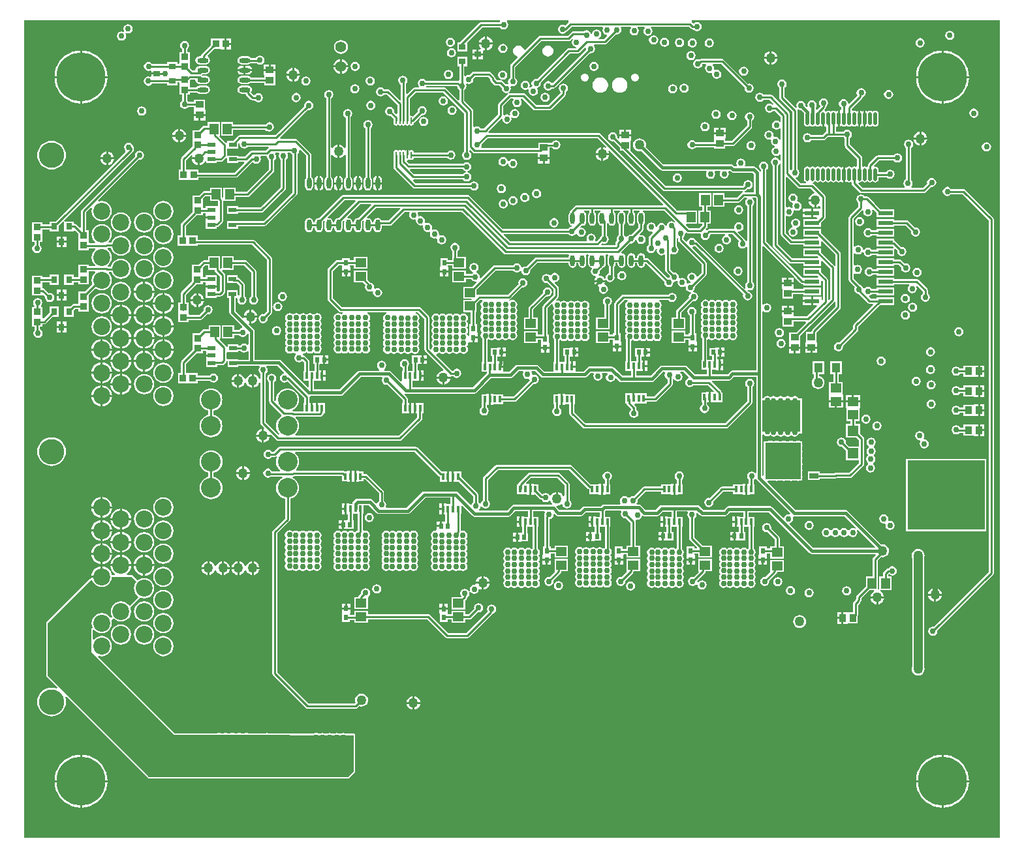
<source format=gbr>
%TF.GenerationSoftware,Altium Limited,Altium Designer,19.1.8 (144)*%
G04 Layer_Physical_Order=4*
G04 Layer_Color=16711680*
%FSLAX26Y26*%
%MOIN*%
%TF.FileFunction,Copper,L4,Bot,Signal*%
%TF.Part,Single*%
G01*
G75*
%TA.AperFunction,SMDPad,CuDef*%
%ADD10R,0.039370X0.035433*%
%ADD11R,0.037402X0.033465*%
%ADD15R,0.045276X0.053150*%
%ADD20R,0.043307X0.051181*%
%ADD21R,0.035433X0.039370*%
%ADD26R,0.033465X0.037402*%
%ADD28R,0.074803X0.023622*%
%ADD29R,0.053150X0.045276*%
%ADD30O,0.023622X0.057087*%
%ADD33O,0.057087X0.023622*%
%TA.AperFunction,Conductor*%
%ADD34C,0.010000*%
%ADD35C,0.045000*%
%ADD39C,0.015000*%
%TA.AperFunction,ComponentPad*%
%ADD43C,0.086614*%
%ADD44C,0.129921*%
%ADD45C,0.100000*%
%TA.AperFunction,ViaPad*%
%ADD46C,0.250000*%
%TA.AperFunction,ComponentPad*%
%ADD47C,0.055118*%
%ADD48C,0.011811*%
%TA.AperFunction,SMDPad,CuDef*%
%ADD49R,0.393701X0.354331*%
%TA.AperFunction,ViaPad*%
%ADD50C,0.030000*%
%ADD51C,0.050000*%
%ADD52C,0.035000*%
%TA.AperFunction,SMDPad,CuDef*%
%ADD53R,0.035433X0.031496*%
%ADD54O,0.019685X0.064961*%
%ADD55R,0.181102X0.185039*%
%ADD56R,0.045276X0.027559*%
%ADD57R,0.051181X0.057087*%
%ADD58R,0.192913X0.163386*%
%ADD59R,0.057087X0.053150*%
%ADD60R,0.031496X0.035433*%
%ADD61R,0.016535X0.035000*%
%ADD62R,0.023622X0.025197*%
%ADD63R,0.039370X0.023622*%
%ADD64O,0.009842X0.033465*%
%ADD65R,0.023622X0.029528*%
%TA.AperFunction,Conductor*%
%ADD66C,0.025000*%
G36*
X4993785Y11215D02*
X11215D01*
Y4188785D01*
X2438748D01*
X2441093Y4182864D01*
X2438448Y4179255D01*
X2343228D01*
X2338156Y4178246D01*
X2333856Y4175373D01*
X2235633Y4077149D01*
X2221913D01*
Y4029653D01*
X2273346D01*
Y4077149D01*
X2273347Y4077149D01*
X2273347D01*
X2277238Y4081265D01*
X2348719Y4152745D01*
X2440195D01*
X2442418Y4149418D01*
X2450026Y4144334D01*
X2459000Y4142549D01*
X2467974Y4144334D01*
X2475582Y4149418D01*
X2480666Y4157026D01*
X2482451Y4166000D01*
X2480666Y4174974D01*
X2475582Y4182582D01*
X2475278Y4182785D01*
X2477099Y4188785D01*
X2790176D01*
X2791109Y4187626D01*
X2791054Y4180373D01*
X2773394Y4162712D01*
X2768974Y4165666D01*
X2760000Y4167451D01*
X2751026Y4165666D01*
X2743418Y4160582D01*
X2738334Y4152974D01*
X2736549Y4144000D01*
X2738334Y4135026D01*
X2743418Y4127418D01*
X2751026Y4122334D01*
X2760000Y4120549D01*
X2768974Y4122334D01*
X2776582Y4127418D01*
X2780271Y4132938D01*
X2782799Y4134627D01*
X2805917Y4157745D01*
X2964647D01*
X2967854Y4151745D01*
X2965334Y4147974D01*
X2963549Y4139000D01*
X2965334Y4130026D01*
X2970418Y4122418D01*
X2978026Y4117334D01*
X2984764Y4115994D01*
X2987190Y4109935D01*
X2969510Y4092255D01*
X2943164D01*
X2942573Y4098255D01*
X2942974Y4098334D01*
X2950582Y4103418D01*
X2955666Y4111026D01*
X2957451Y4120000D01*
X2955666Y4128974D01*
X2950582Y4136582D01*
X2942974Y4141666D01*
X2934000Y4143451D01*
X2925026Y4141666D01*
X2917418Y4136582D01*
X2912334Y4128974D01*
X2910549Y4120000D01*
X2904677Y4118890D01*
X2903666Y4123974D01*
X2898582Y4131582D01*
X2890974Y4136666D01*
X2882000Y4138451D01*
X2873026Y4136666D01*
X2866165Y4132081D01*
X2812827D01*
X2807754Y4131072D01*
X2803454Y4128199D01*
X2785510Y4110255D01*
X2645224D01*
X2640151Y4109246D01*
X2635851Y4106373D01*
X2567668Y4038190D01*
X2565976Y4038764D01*
X2561752Y4040759D01*
X2559183Y4046962D01*
X2554745Y4052745D01*
X2548962Y4057183D01*
X2542227Y4059972D01*
X2535000Y4060924D01*
X2527773Y4059972D01*
X2521038Y4057183D01*
X2515255Y4052745D01*
X2510817Y4046962D01*
X2508028Y4040227D01*
X2507076Y4033000D01*
X2508028Y4025773D01*
X2510817Y4019038D01*
X2515255Y4013255D01*
X2521038Y4008817D01*
X2527241Y4006248D01*
X2529236Y4002024D01*
X2529810Y4000332D01*
X2495628Y3966149D01*
X2492754Y3961849D01*
X2491745Y3956776D01*
Y3894805D01*
X2488418Y3892582D01*
X2483334Y3884974D01*
X2481549Y3876000D01*
X2483164Y3867882D01*
X2483147Y3867842D01*
X2480900Y3864954D01*
X2478734Y3863111D01*
X2472000Y3864451D01*
X2468075Y3863670D01*
X2452735Y3879010D01*
X2449177Y3881388D01*
X2448435Y3881883D01*
X2450340Y3887277D01*
X2450704Y3887205D01*
X2454000Y3886549D01*
X2462974Y3888334D01*
X2470582Y3893418D01*
X2475666Y3901026D01*
X2477451Y3910000D01*
X2475666Y3918974D01*
X2470582Y3926582D01*
X2462974Y3931666D01*
X2454000Y3933451D01*
X2445026Y3931666D01*
X2437418Y3926582D01*
X2432334Y3918974D01*
X2430549Y3910000D01*
X2432334Y3901026D01*
X2437418Y3893418D01*
X2444479Y3888700D01*
X2445026Y3888334D01*
X2443362Y3882893D01*
X2442830Y3882892D01*
X2424853D01*
X2415255Y3892490D01*
Y3895362D01*
X2414246Y3900435D01*
X2411372Y3904735D01*
X2393735Y3922372D01*
X2389435Y3925246D01*
X2384362Y3926255D01*
X2307001D01*
X2307000Y3926255D01*
X2301928Y3925246D01*
X2297628Y3922372D01*
X2284925Y3909670D01*
X2281000Y3910451D01*
X2272026Y3908666D01*
X2264418Y3903582D01*
X2264255Y3903338D01*
X2258255Y3905158D01*
Y3954850D01*
X2273346D01*
Y4002346D01*
X2221913D01*
Y3954850D01*
X2231745D01*
Y3884851D01*
X2225745Y3880826D01*
X2223588Y3881255D01*
X2062805D01*
X2060582Y3884582D01*
X2052974Y3889666D01*
X2044000Y3891451D01*
X2035026Y3889666D01*
X2027418Y3884582D01*
X2022334Y3876974D01*
X2020549Y3868000D01*
X2022334Y3859026D01*
X2027418Y3851418D01*
X2027662Y3851255D01*
X2025842Y3845255D01*
X2004000D01*
X1998928Y3844246D01*
X1994628Y3841372D01*
X1966798Y3813543D01*
X1961255Y3815839D01*
Y3867425D01*
X1965666Y3874026D01*
X1967451Y3883000D01*
X1965666Y3891974D01*
X1960582Y3899582D01*
X1952974Y3904666D01*
X1944000Y3906451D01*
X1935026Y3904666D01*
X1927418Y3899582D01*
X1922334Y3891974D01*
X1920549Y3883000D01*
X1922334Y3874026D01*
X1927418Y3866418D01*
X1934745Y3861522D01*
Y3782839D01*
X1929202Y3780543D01*
X1876372Y3833372D01*
X1872072Y3836246D01*
X1867000Y3837255D01*
X1849805D01*
X1847582Y3840582D01*
X1839974Y3845666D01*
X1831000Y3847451D01*
X1822026Y3845666D01*
X1814418Y3840582D01*
X1809334Y3832974D01*
X1807549Y3824000D01*
X1809334Y3815026D01*
X1814418Y3807418D01*
X1822026Y3802334D01*
X1831000Y3800549D01*
X1839974Y3802334D01*
X1847582Y3807418D01*
X1849805Y3810745D01*
X1861510D01*
X1915060Y3757195D01*
Y3713524D01*
X1909517Y3711228D01*
X1900670Y3720075D01*
X1901451Y3724000D01*
X1899666Y3732974D01*
X1894582Y3740582D01*
X1886974Y3745666D01*
X1878000Y3747451D01*
X1869026Y3745666D01*
X1861418Y3740582D01*
X1856334Y3732974D01*
X1854549Y3724000D01*
X1856334Y3715026D01*
X1861418Y3707418D01*
X1869026Y3702334D01*
X1878000Y3700549D01*
X1881925Y3701330D01*
X1895375Y3687880D01*
Y3676598D01*
X1895456Y3676194D01*
Y3664787D01*
X1896458Y3659746D01*
X1899314Y3655472D01*
X1903588Y3652616D01*
X1908630Y3651613D01*
X1913671Y3652616D01*
X1913685Y3652625D01*
X1918472Y3655189D01*
X1923260Y3652625D01*
X1923273Y3652616D01*
X1928315Y3651613D01*
X1933357Y3652616D01*
X1933370Y3652625D01*
X1938158Y3655189D01*
X1942945Y3652625D01*
X1942958Y3652616D01*
X1948000Y3651613D01*
X1953042Y3652616D01*
X1953055Y3652625D01*
X1957842Y3655189D01*
X1962630Y3652625D01*
X1962643Y3652616D01*
X1967685Y3651613D01*
X1972727Y3652616D01*
X1977001Y3655472D01*
X1978055D01*
X1982329Y3652616D01*
X1987370Y3651613D01*
X1992412Y3652616D01*
X1996686Y3655472D01*
X1999542Y3659746D01*
X2000544Y3664787D01*
Y3666273D01*
X2001971Y3667226D01*
X2039075Y3704330D01*
X2043000Y3703549D01*
X2051974Y3705334D01*
X2059582Y3710418D01*
X2064666Y3718026D01*
X2066451Y3727000D01*
X2064666Y3735974D01*
X2059582Y3743582D01*
X2051974Y3748666D01*
X2043000Y3750451D01*
X2034026Y3748666D01*
X2026418Y3743582D01*
X2021334Y3735974D01*
X2019549Y3727000D01*
X2020330Y3723075D01*
X1995663Y3698408D01*
X1992412Y3700581D01*
X1987370Y3701584D01*
X1986940Y3701498D01*
X1980940Y3706320D01*
Y3790195D01*
X2009490Y3818745D01*
X2151510D01*
X2256745Y3713510D01*
Y3518805D01*
X2253418Y3516582D01*
X2248334Y3508974D01*
X2246549Y3500000D01*
X2248334Y3491026D01*
X2253418Y3483418D01*
X2261026Y3478334D01*
X2270000Y3476549D01*
X2278974Y3478334D01*
X2286582Y3483418D01*
X2291666Y3491026D01*
X2293451Y3500000D01*
X2291666Y3508974D01*
X2286582Y3516582D01*
X2283255Y3518805D01*
Y3524735D01*
X2288798Y3527031D01*
X2302201Y3513628D01*
X2306501Y3510754D01*
X2311574Y3509745D01*
X2634504D01*
Y3490825D01*
X2693874D01*
Y3513542D01*
X2691874D01*
Y3538437D01*
X2707135D01*
X2708818Y3535918D01*
X2716426Y3530834D01*
X2725400Y3529049D01*
X2734374Y3530834D01*
X2741982Y3535918D01*
X2747066Y3543526D01*
X2748851Y3552500D01*
X2747066Y3561474D01*
X2741982Y3569082D01*
X2734374Y3574166D01*
X2725400Y3575951D01*
X2716426Y3574166D01*
X2708818Y3569082D01*
X2706054Y3564946D01*
X2672917D01*
X2671636Y3564691D01*
X2636504D01*
Y3536255D01*
X2347689D01*
X2344482Y3542255D01*
X2345666Y3544026D01*
X2347451Y3553000D01*
X2346670Y3556925D01*
X2377490Y3587745D01*
X2936794D01*
X2982053Y3542486D01*
X2978655Y3537399D01*
X2972137Y3540099D01*
X2968000Y3540644D01*
Y3511000D01*
X2997644D01*
X2997099Y3515137D01*
X2994399Y3521655D01*
X2999486Y3525053D01*
X3274741Y3249798D01*
X3272445Y3244255D01*
X2831000D01*
X2825928Y3243246D01*
X2821628Y3240372D01*
X2801628Y3220372D01*
X2798754Y3216072D01*
X2797745Y3211000D01*
Y3207986D01*
X2796717Y3207299D01*
X2792338Y3200746D01*
X2790801Y3193016D01*
Y3159551D01*
X2792338Y3151821D01*
X2796717Y3145268D01*
X2803270Y3140890D01*
X2806443Y3140258D01*
Y3134141D01*
X2799026Y3132666D01*
X2791418Y3127582D01*
X2789195Y3124255D01*
X2454543D01*
X2284425Y3294372D01*
X2280125Y3297246D01*
X2275053Y3298255D01*
X1641199D01*
X1636127Y3297246D01*
X1631826Y3294372D01*
X1516213Y3178759D01*
X1515000Y3179000D01*
X1507270Y3177463D01*
X1500717Y3173084D01*
X1496339Y3166531D01*
X1494801Y3158801D01*
Y3155323D01*
X1485199D01*
Y3158801D01*
X1483661Y3166531D01*
X1479283Y3173084D01*
X1472730Y3177463D01*
X1465000Y3179000D01*
X1457270Y3177463D01*
X1450717Y3173084D01*
X1446339Y3166531D01*
X1444801Y3158801D01*
Y3125336D01*
X1446339Y3117607D01*
X1450717Y3111054D01*
X1457270Y3106675D01*
X1465000Y3105137D01*
X1472730Y3106675D01*
X1479283Y3111054D01*
X1483661Y3117607D01*
X1485199Y3125336D01*
Y3128814D01*
X1494801D01*
Y3125336D01*
X1496339Y3117607D01*
X1500717Y3111054D01*
X1507270Y3106675D01*
X1515000Y3105137D01*
X1522730Y3106675D01*
X1529283Y3111054D01*
X1533661Y3117607D01*
X1535199Y3125336D01*
Y3158801D01*
X1534958Y3160014D01*
X1539909Y3164966D01*
X1545439Y3162010D01*
X1544801Y3158801D01*
Y3125336D01*
X1546339Y3117607D01*
X1550717Y3111054D01*
X1557270Y3106675D01*
X1565000Y3105137D01*
X1572730Y3106675D01*
X1579283Y3111054D01*
X1583661Y3117607D01*
X1585199Y3125336D01*
Y3128814D01*
X1594801D01*
Y3125336D01*
X1596339Y3117607D01*
X1600717Y3111054D01*
X1607270Y3106675D01*
X1615000Y3105137D01*
X1622730Y3106675D01*
X1629283Y3111054D01*
X1633661Y3117607D01*
X1635199Y3125336D01*
Y3158801D01*
X1634958Y3160014D01*
X1639909Y3164966D01*
X1645439Y3162010D01*
X1644801Y3158801D01*
Y3125336D01*
X1646339Y3117607D01*
X1650717Y3111054D01*
X1657270Y3106675D01*
X1665000Y3105137D01*
X1672730Y3106675D01*
X1679283Y3111054D01*
X1683661Y3117607D01*
X1685199Y3125336D01*
Y3128814D01*
X1694801D01*
Y3125336D01*
X1696339Y3117607D01*
X1700717Y3111054D01*
X1707270Y3106675D01*
X1715000Y3105137D01*
X1722730Y3106675D01*
X1729283Y3111054D01*
X1733661Y3117607D01*
X1735199Y3125336D01*
Y3158801D01*
X1734958Y3160014D01*
X1739909Y3164966D01*
X1745439Y3162010D01*
X1744801Y3158801D01*
Y3125336D01*
X1746339Y3117607D01*
X1750717Y3111054D01*
X1757270Y3106675D01*
X1765000Y3105137D01*
X1772730Y3106675D01*
X1779283Y3111054D01*
X1783661Y3117607D01*
X1785199Y3125336D01*
Y3128814D01*
X1794801D01*
Y3125336D01*
X1796339Y3117607D01*
X1800717Y3111054D01*
X1807270Y3106675D01*
X1815000Y3105137D01*
X1822730Y3106675D01*
X1829283Y3111054D01*
X1833661Y3117607D01*
X1835199Y3125336D01*
Y3140546D01*
X1876957D01*
X1882029Y3141555D01*
X1886329Y3144429D01*
X1953646Y3211745D01*
X1975311D01*
X1978518Y3205745D01*
X1977334Y3203974D01*
X1975549Y3195000D01*
X1977334Y3186026D01*
X1982418Y3178418D01*
X1990026Y3173334D01*
X1999000Y3171549D01*
X2006012Y3172944D01*
X2010362Y3169641D01*
X2011211Y3168326D01*
X2010549Y3165000D01*
X2012334Y3156026D01*
X2017418Y3148418D01*
X2025026Y3143334D01*
X2034000Y3141549D01*
X2042974Y3143334D01*
X2043678Y3143805D01*
X2047554Y3140616D01*
X2048272Y3139658D01*
X2046549Y3131000D01*
X2048334Y3122026D01*
X2053418Y3114418D01*
X2061026Y3109334D01*
X2070000Y3107549D01*
X2078974Y3109334D01*
X2079678Y3109805D01*
X2083554Y3106616D01*
X2084272Y3105658D01*
X2082549Y3097000D01*
X2084334Y3088026D01*
X2089418Y3080418D01*
X2097026Y3075334D01*
X2106000Y3073549D01*
X2114053Y3075151D01*
X2117250Y3073105D01*
X2119354Y3071045D01*
X2118549Y3067000D01*
X2120334Y3058026D01*
X2125418Y3050418D01*
X2133026Y3045334D01*
X2142000Y3043549D01*
X2150974Y3045334D01*
X2158582Y3050418D01*
X2163666Y3058026D01*
X2165451Y3067000D01*
X2163666Y3075974D01*
X2158582Y3083582D01*
X2150974Y3088666D01*
X2142000Y3090451D01*
X2133947Y3088849D01*
X2130750Y3090895D01*
X2128646Y3092955D01*
X2129451Y3097000D01*
X2127666Y3105974D01*
X2122582Y3113582D01*
X2114974Y3118666D01*
X2106000Y3120451D01*
X2097026Y3118666D01*
X2096322Y3118195D01*
X2092446Y3121384D01*
X2091728Y3122342D01*
X2093451Y3131000D01*
X2091666Y3139974D01*
X2086582Y3147582D01*
X2078974Y3152666D01*
X2070000Y3154451D01*
X2061026Y3152666D01*
X2060322Y3152195D01*
X2056446Y3155384D01*
X2055728Y3156342D01*
X2057451Y3165000D01*
X2055666Y3173974D01*
X2050582Y3181582D01*
X2042974Y3186666D01*
X2034000Y3188451D01*
X2026988Y3187056D01*
X2022638Y3190359D01*
X2021789Y3191674D01*
X2022451Y3195000D01*
X2020666Y3203974D01*
X2019482Y3205745D01*
X2022689Y3211745D01*
X2244710D01*
X2460568Y2995887D01*
X2464868Y2993014D01*
X2469940Y2992005D01*
X2789102D01*
X2792468Y2987082D01*
X2792304Y2986005D01*
X2790801Y2978449D01*
Y2976547D01*
X2626293D01*
X2621220Y2975538D01*
X2616920Y2972665D01*
X2575925Y2931670D01*
X2572000Y2932451D01*
X2563026Y2930666D01*
X2555418Y2925582D01*
X2555291Y2925392D01*
X2548922Y2926660D01*
X2547666Y2932974D01*
X2542582Y2940582D01*
X2534974Y2945666D01*
X2526000Y2947451D01*
X2517026Y2945666D01*
X2509418Y2940582D01*
X2507195Y2937255D01*
X2413551D01*
X2408479Y2936246D01*
X2404179Y2933372D01*
X2342268Y2871461D01*
X2336738Y2874417D01*
X2337451Y2878000D01*
X2335666Y2886974D01*
X2330582Y2894582D01*
X2322974Y2899666D01*
X2321288Y2900001D01*
X2320021Y2906370D01*
X2324582Y2909418D01*
X2329666Y2917026D01*
X2331451Y2926000D01*
X2329666Y2934974D01*
X2324582Y2942582D01*
X2316974Y2947666D01*
X2308000Y2949451D01*
X2299026Y2947666D01*
X2291418Y2942582D01*
X2286334Y2934974D01*
X2284549Y2926000D01*
X2286334Y2917026D01*
X2291418Y2909418D01*
X2299026Y2904334D01*
X2300712Y2903999D01*
X2301979Y2897630D01*
X2297418Y2894582D01*
X2296899Y2893806D01*
X2265077D01*
Y2911189D01*
X2195927D01*
Y2849913D01*
X2265077D01*
Y2867296D01*
X2293490D01*
X2297418Y2861418D01*
X2305026Y2856334D01*
X2314000Y2854549D01*
X2317583Y2855262D01*
X2320539Y2849732D01*
X2298893Y2828087D01*
X2252425D01*
Y2766811D01*
X2294923D01*
X2298019Y2760811D01*
X2296866Y2759189D01*
X2252425D01*
Y2697913D01*
X2291001D01*
Y2635872D01*
X2284445D01*
Y2592596D01*
X2282445D01*
Y2577148D01*
X2276445Y2576557D01*
X2275666Y2580474D01*
X2270971Y2587500D01*
X2275666Y2594526D01*
X2277451Y2603500D01*
X2275666Y2612474D01*
X2270971Y2619500D01*
X2275666Y2626526D01*
X2277451Y2635500D01*
X2275666Y2644474D01*
X2270971Y2651500D01*
X2275666Y2658526D01*
X2277451Y2667500D01*
X2275666Y2676474D01*
X2270582Y2684082D01*
X2262974Y2689166D01*
X2254000Y2690951D01*
X2245026Y2689166D01*
X2240446Y2686106D01*
X2236000Y2684571D01*
X2231554Y2686106D01*
X2226974Y2689166D01*
X2218000Y2690951D01*
X2209026Y2689166D01*
X2204792Y2686336D01*
X2200250Y2684543D01*
X2195708Y2686336D01*
X2191474Y2689166D01*
X2182500Y2690951D01*
X2173526Y2689166D01*
X2168946Y2686106D01*
X2164500Y2684571D01*
X2160054Y2686106D01*
X2155474Y2689166D01*
X2146500Y2690951D01*
X2137526Y2689166D01*
X2130608Y2684543D01*
X2130582Y2684582D01*
X2122974Y2689666D01*
X2114000Y2691451D01*
X2105026Y2689666D01*
X2097418Y2684582D01*
X2092334Y2676974D01*
X2090549Y2668000D01*
X2092334Y2659026D01*
X2097029Y2652000D01*
X2092334Y2644974D01*
X2090549Y2636000D01*
X2092334Y2627026D01*
X2097029Y2620000D01*
X2092334Y2612974D01*
X2090549Y2604000D01*
X2092334Y2595026D01*
X2097029Y2588000D01*
X2092334Y2580974D01*
X2090549Y2572000D01*
X2092334Y2563026D01*
X2097029Y2556000D01*
X2092334Y2548974D01*
X2090549Y2540000D01*
X2092334Y2531026D01*
X2097029Y2524000D01*
X2092334Y2516974D01*
X2091018Y2510357D01*
X2085722Y2508327D01*
X2081255Y2511963D01*
Y2669000D01*
X2080246Y2674072D01*
X2077372Y2678372D01*
X2036372Y2719372D01*
X2032072Y2722246D01*
X2027000Y2723255D01*
X1633490D01*
X1586255Y2770490D01*
Y2907845D01*
X1615430Y2937021D01*
X1633900D01*
Y2929764D01*
X1631900D01*
Y2910000D01*
X1675522D01*
Y2929764D01*
X1673522D01*
Y2937021D01*
X1694490D01*
Y2918811D01*
X1763640D01*
Y2980087D01*
X1694490D01*
Y2963530D01*
X1673522D01*
Y2973039D01*
X1633900D01*
Y2963530D01*
X1609940D01*
X1604868Y2962521D01*
X1600568Y2959648D01*
X1563628Y2922708D01*
X1560754Y2918408D01*
X1559745Y2913335D01*
Y2765000D01*
X1560754Y2759928D01*
X1563628Y2755628D01*
X1618628Y2700628D01*
X1622928Y2697754D01*
X1628000Y2696745D01*
X1637336D01*
X1637927Y2690745D01*
X1637526Y2690666D01*
X1630608Y2686043D01*
X1630582Y2686082D01*
X1622974Y2691166D01*
X1614000Y2692951D01*
X1605026Y2691166D01*
X1597418Y2686082D01*
X1592334Y2678474D01*
X1590549Y2669500D01*
X1592334Y2660526D01*
X1597029Y2653500D01*
X1592334Y2646474D01*
X1590549Y2637500D01*
X1592334Y2628526D01*
X1597029Y2621500D01*
X1592334Y2614474D01*
X1590549Y2605500D01*
X1592334Y2596526D01*
X1597029Y2589500D01*
X1592334Y2582474D01*
X1590549Y2573500D01*
X1592334Y2564526D01*
X1597029Y2557500D01*
X1592334Y2550474D01*
X1590549Y2541500D01*
X1592334Y2532526D01*
X1597029Y2525500D01*
X1592334Y2518474D01*
X1590549Y2509500D01*
X1592334Y2500526D01*
X1597418Y2492918D01*
X1605026Y2487834D01*
X1614000Y2486049D01*
X1622974Y2487834D01*
X1629892Y2492457D01*
X1629918Y2492418D01*
X1637526Y2487334D01*
X1646500Y2485549D01*
X1655474Y2487334D01*
X1660054Y2490394D01*
X1664500Y2491929D01*
X1668946Y2490394D01*
X1673526Y2487334D01*
X1682500Y2485549D01*
X1691474Y2487334D01*
X1695708Y2490164D01*
X1700250Y2491957D01*
X1704792Y2490164D01*
X1709026Y2487334D01*
X1718000Y2485549D01*
X1726974Y2487334D01*
X1734582Y2492418D01*
X1737418D01*
X1745026Y2487334D01*
X1754000Y2485549D01*
X1762974Y2487334D01*
X1770582Y2492418D01*
X1775666Y2500026D01*
X1777451Y2509000D01*
X1775666Y2517974D01*
X1770971Y2525000D01*
X1775666Y2532026D01*
X1777451Y2541000D01*
X1775666Y2549974D01*
X1770971Y2557000D01*
X1775666Y2564026D01*
X1777451Y2573000D01*
X1775666Y2581974D01*
X1770971Y2589000D01*
X1775666Y2596026D01*
X1777451Y2605000D01*
X1775666Y2613974D01*
X1770971Y2621000D01*
X1775666Y2628026D01*
X1777451Y2637000D01*
X1775666Y2645974D01*
X1770971Y2653000D01*
X1775666Y2660026D01*
X1777451Y2669000D01*
X1775666Y2677974D01*
X1770582Y2685582D01*
X1762974Y2690666D01*
X1762573Y2690745D01*
X1763164Y2696745D01*
X1859850D01*
X1860441Y2690745D01*
X1857526Y2690166D01*
X1849918Y2685082D01*
X1844834Y2677474D01*
X1843049Y2668500D01*
X1844834Y2659526D01*
X1849529Y2652500D01*
X1844834Y2645474D01*
X1843049Y2636500D01*
X1844834Y2627526D01*
X1849529Y2620500D01*
X1844834Y2613474D01*
X1843049Y2604500D01*
X1844834Y2595526D01*
X1849529Y2588500D01*
X1844834Y2581474D01*
X1843049Y2572500D01*
X1844834Y2563526D01*
X1849529Y2556500D01*
X1844834Y2549474D01*
X1843049Y2540500D01*
X1844834Y2531526D01*
X1849529Y2524500D01*
X1844834Y2517474D01*
X1843049Y2508500D01*
X1844834Y2499526D01*
X1849918Y2491918D01*
X1857526Y2486834D01*
X1866500Y2485049D01*
X1875474Y2486834D01*
X1882392Y2491457D01*
X1882418Y2491418D01*
X1890026Y2486334D01*
X1899000Y2484549D01*
X1907974Y2486334D01*
X1912554Y2489394D01*
X1917000Y2490929D01*
X1921446Y2489394D01*
X1926026Y2486334D01*
X1935000Y2484549D01*
X1943974Y2486334D01*
X1948208Y2489164D01*
X1952750Y2490957D01*
X1957292Y2489164D01*
X1961526Y2486334D01*
X1970500Y2484549D01*
X1979474Y2486334D01*
X1984054Y2489394D01*
X1988500Y2490929D01*
X1992946Y2489394D01*
X1997526Y2486334D01*
X2006500Y2484549D01*
X2015474Y2486334D01*
X2023082Y2491418D01*
X2028166Y2499026D01*
X2029951Y2508000D01*
X2028166Y2516974D01*
X2023471Y2524000D01*
X2028166Y2531026D01*
X2029951Y2540000D01*
X2028166Y2548974D01*
X2023471Y2556000D01*
X2028166Y2563026D01*
X2029951Y2572000D01*
X2028166Y2580974D01*
X2023471Y2588000D01*
X2028166Y2595026D01*
X2029951Y2604000D01*
X2028166Y2612974D01*
X2023471Y2620000D01*
X2028166Y2627026D01*
X2029951Y2636000D01*
X2028166Y2644974D01*
X2023471Y2652000D01*
X2028166Y2659026D01*
X2029951Y2668000D01*
X2028166Y2676974D01*
X2023082Y2684582D01*
X2015474Y2689666D01*
X2010046Y2690745D01*
X2010637Y2696745D01*
X2021510D01*
X2054745Y2663510D01*
Y2506000D01*
X2055754Y2500928D01*
X2058628Y2496628D01*
X2151133Y2404122D01*
X2148765Y2398005D01*
X2142163Y2397136D01*
X2133649Y2393609D01*
X2126338Y2387999D01*
X2120728Y2380688D01*
X2117201Y2372174D01*
X2116656Y2368037D01*
X2187313D01*
X2191507Y2371745D01*
X2200195D01*
X2202418Y2368418D01*
X2210026Y2363334D01*
X2219000Y2361549D01*
X2227974Y2363334D01*
X2235582Y2368418D01*
X2240666Y2376026D01*
X2242451Y2385000D01*
X2240666Y2393974D01*
X2235582Y2401582D01*
X2227974Y2406666D01*
X2219000Y2408451D01*
X2210026Y2406666D01*
X2202418Y2401582D01*
X2200195Y2398255D01*
X2194490D01*
X2113810Y2478935D01*
X2116236Y2484994D01*
X2122974Y2486334D01*
X2129892Y2490957D01*
X2129918Y2490918D01*
X2137526Y2485834D01*
X2146500Y2484049D01*
X2155474Y2485834D01*
X2160054Y2488894D01*
X2164500Y2490429D01*
X2168946Y2488894D01*
X2173526Y2485834D01*
X2182500Y2484049D01*
X2191474Y2485834D01*
X2195708Y2488664D01*
X2200250Y2490457D01*
X2204792Y2488664D01*
X2209026Y2485834D01*
X2218000Y2484049D01*
X2226974Y2485834D01*
X2231554Y2488894D01*
X2236000Y2490429D01*
X2240446Y2488894D01*
X2245026Y2485834D01*
X2254000Y2484049D01*
X2262974Y2485834D01*
X2270582Y2490918D01*
X2275666Y2498526D01*
X2277451Y2507500D01*
X2275666Y2516474D01*
X2270971Y2523500D01*
X2275666Y2530526D01*
X2277451Y2539500D01*
X2277014Y2541694D01*
X2282858Y2543069D01*
X2299256D01*
Y2567832D01*
X2304256D01*
Y2572832D01*
X2326067D01*
Y2592596D01*
X2324067D01*
Y2635872D01*
X2317510D01*
Y2697913D01*
X2321575D01*
Y2742853D01*
X2340467Y2761745D01*
X2348339D01*
X2350159Y2755745D01*
X2348418Y2754582D01*
X2343334Y2746974D01*
X2341549Y2738000D01*
X2343334Y2729026D01*
X2348029Y2722000D01*
X2343334Y2714974D01*
X2341549Y2706000D01*
X2343334Y2697026D01*
X2348029Y2690000D01*
X2343334Y2682974D01*
X2341549Y2674000D01*
X2343334Y2665026D01*
X2348029Y2658000D01*
X2343334Y2650974D01*
X2341549Y2642000D01*
X2343334Y2633026D01*
X2348029Y2626000D01*
X2343334Y2618974D01*
X2341549Y2610000D01*
X2343334Y2601026D01*
X2348029Y2594000D01*
X2343334Y2586974D01*
X2341549Y2578000D01*
X2343334Y2569026D01*
X2348418Y2561418D01*
X2349938Y2560402D01*
Y2443864D01*
X2346925D01*
Y2392864D01*
X2374745D01*
Y2385095D01*
X2302454Y2312804D01*
X1993255D01*
Y2347394D01*
X2013760D01*
Y2345394D01*
X2027028D01*
Y2372894D01*
Y2400394D01*
X2019692D01*
Y2427336D01*
X2021949Y2432402D01*
X2038760D01*
Y2455000D01*
Y2477598D01*
X2021949D01*
Y2475598D01*
X1989303D01*
Y2434402D01*
X1993182D01*
Y2398394D01*
X1968511D01*
Y2416702D01*
X1969582Y2417418D01*
X1974666Y2425026D01*
X1976451Y2434000D01*
X1974666Y2442974D01*
X1969582Y2450582D01*
X1961974Y2455666D01*
X1953000Y2457451D01*
X1944026Y2455666D01*
X1936418Y2450582D01*
X1931334Y2442974D01*
X1929549Y2434000D01*
X1931334Y2425026D01*
X1936418Y2417418D01*
X1942001Y2413687D01*
Y2398394D01*
X1938988D01*
Y2347809D01*
X1934452Y2343859D01*
X1884637Y2393675D01*
X1879510Y2397101D01*
X1873462Y2398304D01*
X1849759D01*
X1848802Y2399480D01*
X1850009Y2407503D01*
X1852128Y2408918D01*
X1857211Y2416526D01*
X1858996Y2425500D01*
X1857211Y2434474D01*
X1852128Y2442082D01*
X1844520Y2447166D01*
X1835545Y2448951D01*
X1826571Y2447166D01*
X1818963Y2442082D01*
X1813880Y2434474D01*
X1812095Y2425500D01*
X1813880Y2416526D01*
X1818963Y2408918D01*
X1821082Y2407503D01*
X1822289Y2399480D01*
X1821332Y2398304D01*
X1723981D01*
X1717933Y2397101D01*
X1712806Y2393675D01*
X1620935Y2301804D01*
X1491255D01*
Y2347394D01*
X1512323D01*
Y2345394D01*
X1525591D01*
Y2372894D01*
Y2400394D01*
X1518255D01*
Y2427336D01*
X1520512Y2432402D01*
X1537323D01*
Y2455000D01*
Y2477598D01*
X1520512D01*
Y2475598D01*
X1487866D01*
Y2434402D01*
X1491745D01*
Y2398394D01*
X1467074D01*
Y2445181D01*
X1466065Y2450253D01*
X1463191Y2454554D01*
X1444372Y2473372D01*
X1440072Y2476246D01*
X1435000Y2477255D01*
X1434282D01*
X1432001Y2480528D01*
X1435000Y2486049D01*
X1443974Y2487834D01*
X1448208Y2490664D01*
X1452750Y2492457D01*
X1457292Y2490664D01*
X1461526Y2487834D01*
X1470500Y2486049D01*
X1479474Y2487834D01*
X1484054Y2490894D01*
X1488500Y2492429D01*
X1492946Y2490894D01*
X1497526Y2487834D01*
X1506500Y2486049D01*
X1515474Y2487834D01*
X1523082Y2492918D01*
X1528166Y2500526D01*
X1529951Y2509500D01*
X1528166Y2518474D01*
X1523471Y2525500D01*
X1528166Y2532526D01*
X1529951Y2541500D01*
X1528166Y2550474D01*
X1523471Y2557500D01*
X1528166Y2564526D01*
X1529951Y2573500D01*
X1528166Y2582474D01*
X1523471Y2589500D01*
X1528166Y2596526D01*
X1529951Y2605500D01*
X1528166Y2614474D01*
X1523471Y2621500D01*
X1528166Y2628526D01*
X1529951Y2637500D01*
X1528166Y2646474D01*
X1523471Y2653500D01*
X1528166Y2660526D01*
X1529951Y2669500D01*
X1528166Y2678474D01*
X1523082Y2686082D01*
X1515474Y2691166D01*
X1506500Y2692951D01*
X1497526Y2691166D01*
X1492946Y2688106D01*
X1488500Y2686571D01*
X1484054Y2688106D01*
X1479474Y2691166D01*
X1470500Y2692951D01*
X1461526Y2691166D01*
X1457292Y2688336D01*
X1452750Y2686543D01*
X1448208Y2688336D01*
X1443974Y2691166D01*
X1435000Y2692951D01*
X1426026Y2691166D01*
X1421446Y2688106D01*
X1417000Y2686571D01*
X1412554Y2688106D01*
X1407974Y2691166D01*
X1399000Y2692951D01*
X1390026Y2691166D01*
X1383108Y2686543D01*
X1383082Y2686582D01*
X1375474Y2691666D01*
X1366500Y2693451D01*
X1357526Y2691666D01*
X1349918Y2686582D01*
X1344834Y2678974D01*
X1343049Y2670000D01*
X1344834Y2661026D01*
X1349529Y2654000D01*
X1344834Y2646974D01*
X1343049Y2638000D01*
X1344834Y2629026D01*
X1349529Y2622000D01*
X1344834Y2614974D01*
X1343049Y2606000D01*
X1344834Y2597026D01*
X1349529Y2590000D01*
X1344834Y2582974D01*
X1343049Y2574000D01*
X1344834Y2565026D01*
X1349529Y2558000D01*
X1344834Y2550974D01*
X1343049Y2542000D01*
X1344834Y2533026D01*
X1349529Y2526000D01*
X1344834Y2518974D01*
X1343049Y2510000D01*
X1344834Y2501026D01*
X1349918Y2493418D01*
X1357526Y2488334D01*
X1366500Y2486549D01*
X1375474Y2488334D01*
X1382392Y2492957D01*
X1382418Y2492918D01*
X1390026Y2487834D01*
X1395764Y2486693D01*
X1397418Y2480582D01*
X1392334Y2472974D01*
X1390549Y2464000D01*
X1392334Y2455026D01*
X1397418Y2447418D01*
X1405026Y2442334D01*
X1414000Y2440549D01*
X1422974Y2442334D01*
X1430582Y2447418D01*
X1432635Y2447620D01*
X1440564Y2439691D01*
Y2398394D01*
X1437551D01*
Y2347394D01*
X1464745D01*
Y2315264D01*
X1459202Y2312968D01*
X1321995Y2450175D01*
X1316868Y2453601D01*
X1310820Y2454804D01*
X1186604D01*
Y2599100D01*
X1185401Y2605148D01*
X1181975Y2610275D01*
X1157406Y2634843D01*
X1160209Y2640526D01*
X1161500Y2640356D01*
Y2670000D01*
X1131856D01*
X1132026Y2668709D01*
X1126343Y2665906D01*
X1089071Y2703178D01*
Y2771189D01*
X1095123D01*
X1095159Y2771174D01*
X1099582Y2765189D01*
X1098549Y2760000D01*
X1100334Y2751026D01*
X1105418Y2743418D01*
X1113026Y2738334D01*
X1122000Y2736549D01*
X1130974Y2738334D01*
X1138582Y2743418D01*
X1143666Y2751026D01*
X1145451Y2760000D01*
X1143666Y2768974D01*
X1138582Y2776582D01*
X1135255Y2778805D01*
Y2840000D01*
X1134246Y2845072D01*
X1131372Y2849372D01*
X1110459Y2870286D01*
X1106159Y2873159D01*
X1101087Y2874168D01*
X1100953D01*
Y2885614D01*
X1045583D01*
Y2845992D01*
X1097263D01*
X1108745Y2834510D01*
Y2783345D01*
X1106953Y2782106D01*
X1100953Y2785253D01*
Y2810811D01*
X1045583D01*
Y2771189D01*
X1057464D01*
Y2696632D01*
X1058667Y2690584D01*
X1062093Y2685457D01*
X1124317Y2623233D01*
X1122342Y2616723D01*
X1117026Y2615666D01*
X1109418Y2610582D01*
X1107195Y2607255D01*
X1081953D01*
Y2631419D01*
X1020677D01*
Y2562270D01*
X1081953D01*
Y2580745D01*
X1107195D01*
X1109418Y2577418D01*
X1117026Y2572334D01*
X1126000Y2570549D01*
X1134974Y2572334D01*
X1142582Y2577418D01*
X1147666Y2585026D01*
X1154233Y2587290D01*
X1154996Y2586831D01*
Y2531782D01*
X1148996Y2529962D01*
X1148582Y2530582D01*
X1140974Y2535666D01*
X1132000Y2537451D01*
X1123026Y2535666D01*
X1115418Y2530582D01*
X1113195Y2527255D01*
X1104019D01*
Y2532812D01*
X1048649D01*
Y2520637D01*
X1042649Y2520046D01*
X1042246Y2522072D01*
X1039372Y2526372D01*
X1009019Y2556727D01*
X1011315Y2562270D01*
X1013055D01*
Y2631419D01*
X951779D01*
Y2610099D01*
X929874D01*
X924802Y2609090D01*
X920501Y2606217D01*
X902804Y2588520D01*
X870116D01*
Y2539055D01*
X870116D01*
Y2537338D01*
X870116D01*
Y2504651D01*
X814628Y2449162D01*
X811754Y2444862D01*
X810745Y2439789D01*
Y2385701D01*
X795677D01*
Y2332299D01*
X840858D01*
X845142Y2332299D01*
X851142Y2332299D01*
X896323D01*
Y2345745D01*
X960531D01*
X961418Y2344418D01*
X969026Y2339334D01*
X978000Y2337549D01*
X986974Y2339334D01*
X994582Y2344418D01*
X999665Y2352026D01*
X1001451Y2361000D01*
X999665Y2369974D01*
X994582Y2377582D01*
X986974Y2382666D01*
X978000Y2384451D01*
X969026Y2382666D01*
X961418Y2377582D01*
X957858Y2372255D01*
X896323D01*
Y2385701D01*
X851142D01*
X846858Y2385701D01*
X841497Y2385701D01*
X837255Y2389943D01*
Y2434299D01*
X890830Y2487874D01*
X923518D01*
Y2499352D01*
X933185D01*
X938381Y2497411D01*
Y2480600D01*
X968066D01*
Y2470600D01*
X938381D01*
Y2453789D01*
X940381D01*
Y2418387D01*
X995751D01*
Y2426535D01*
X1020000D01*
X1025072Y2427544D01*
X1029372Y2430417D01*
X1039372Y2440417D01*
X1042246Y2444717D01*
X1042649Y2446744D01*
X1048649Y2446153D01*
Y2418387D01*
X1104019D01*
Y2423196D01*
X1210346D01*
X1212492Y2417196D01*
X1208334Y2410974D01*
X1206549Y2402000D01*
X1208334Y2393026D01*
X1213418Y2385418D01*
X1216745Y2383195D01*
Y2356509D01*
X1211137Y2355137D01*
X1207610Y2363651D01*
X1202000Y2370962D01*
X1194689Y2376572D01*
X1186175Y2380099D01*
X1182038Y2380644D01*
Y2346000D01*
Y2311356D01*
X1186175Y2311901D01*
X1194689Y2315428D01*
X1202000Y2321038D01*
X1207610Y2328349D01*
X1211137Y2336863D01*
X1216745Y2335491D01*
Y2130900D01*
X1217754Y2125828D01*
X1220628Y2121528D01*
X1235603Y2106552D01*
X1234510Y2104335D01*
Y2071000D01*
X1267845D01*
X1270062Y2072093D01*
X1298386Y2043769D01*
X1302686Y2040896D01*
X1307758Y2039887D01*
X1928142D01*
X1933214Y2040896D01*
X1937514Y2043769D01*
X2039077Y2145332D01*
X2041951Y2149633D01*
X2042960Y2154705D01*
Y2181606D01*
X2048296D01*
Y2232606D01*
X2024705D01*
Y2234606D01*
X2011437D01*
Y2207106D01*
Y2179606D01*
X2016450D01*
Y2160195D01*
X1922651Y2066396D01*
X1395269D01*
X1393122Y2072396D01*
X1396211Y2074931D01*
X1403458Y2083763D01*
X1408844Y2093839D01*
X1412161Y2104772D01*
X1413281Y2116142D01*
X1412161Y2127512D01*
X1408844Y2138445D01*
X1403458Y2148521D01*
X1396211Y2157352D01*
X1395784Y2157702D01*
X1397805Y2163352D01*
X1521481D01*
X1526553Y2164361D01*
X1530853Y2167234D01*
X1537640Y2174021D01*
X1540514Y2178321D01*
X1541167Y2181606D01*
X1546858D01*
Y2232606D01*
X1523268D01*
Y2234606D01*
X1510000D01*
Y2207106D01*
X1500000D01*
Y2234606D01*
X1484410D01*
Y2207106D01*
X1474410D01*
Y2234606D01*
X1467074D01*
Y2264181D01*
X1467071Y2264196D01*
X1471995Y2270196D01*
X1627481D01*
X1633529Y2271399D01*
X1638656Y2274825D01*
X1730527Y2366696D01*
X1836278D01*
X1839485Y2360696D01*
X1838334Y2358974D01*
X1836549Y2350000D01*
X1838334Y2341026D01*
X1843418Y2333418D01*
X1851026Y2328334D01*
X1860000Y2326549D01*
X1863925Y2327330D01*
X1942001Y2249254D01*
Y2232606D01*
X1938988D01*
Y2181606D01*
X1962579D01*
Y2179606D01*
X1975847D01*
Y2207106D01*
Y2234606D01*
X1968511D01*
Y2254744D01*
X1967502Y2259816D01*
X1964629Y2264116D01*
X1952351Y2276394D01*
X1955307Y2281923D01*
X1958962Y2281196D01*
X2309000D01*
X2315048Y2282399D01*
X2320175Y2285825D01*
X2394546Y2360196D01*
X2492000D01*
X2498048Y2361399D01*
X2503175Y2364825D01*
X2535046Y2396696D01*
X2556278D01*
X2559485Y2390696D01*
X2558334Y2388974D01*
X2556549Y2380000D01*
X2558334Y2371026D01*
X2563418Y2363418D01*
X2571026Y2358334D01*
X2580000Y2356549D01*
X2586079Y2357759D01*
X2591215Y2353985D01*
X2591799Y2348544D01*
X2509086Y2265831D01*
X2456232D01*
Y2278077D01*
X2407051D01*
Y2280077D01*
X2393784D01*
Y2252577D01*
Y2225077D01*
X2407051D01*
Y2227077D01*
X2456232D01*
Y2239322D01*
X2514577D01*
X2519649Y2240331D01*
X2523949Y2243204D01*
X2612075Y2331330D01*
X2616000Y2330549D01*
X2624974Y2332334D01*
X2632582Y2337418D01*
X2637666Y2345026D01*
X2639451Y2354000D01*
X2637666Y2362974D01*
X2632582Y2370582D01*
X2624974Y2375666D01*
X2616000Y2377451D01*
X2608775Y2376014D01*
X2603438Y2379935D01*
X2603451Y2380000D01*
X2601666Y2388974D01*
X2600515Y2390696D01*
X2603722Y2396696D01*
X2619454D01*
X2648325Y2367825D01*
X2653452Y2364399D01*
X2659500Y2363196D01*
X2871981D01*
X2878029Y2364399D01*
X2883156Y2367825D01*
X2903027Y2387696D01*
X2916278D01*
X2919485Y2381696D01*
X2918334Y2379974D01*
X2916549Y2371000D01*
X2918334Y2362026D01*
X2923418Y2354418D01*
X2931026Y2349334D01*
X2940000Y2347549D01*
X2948974Y2349334D01*
X2956582Y2354418D01*
X2961666Y2362026D01*
X2963451Y2371000D01*
X2961666Y2379974D01*
X2960515Y2381696D01*
X2963722Y2387696D01*
X2988265D01*
X2990085Y2381696D01*
X2988418Y2380582D01*
X2983334Y2372974D01*
X2981549Y2364000D01*
X2983334Y2355026D01*
X2988418Y2347418D01*
X2996026Y2342334D01*
X3005000Y2340549D01*
X3013974Y2342334D01*
X3021582Y2347418D01*
X3026666Y2355026D01*
X3027070Y2357057D01*
X3033580Y2359032D01*
X3047787Y2344825D01*
X3052914Y2341399D01*
X3058962Y2340196D01*
X3215478D01*
X3221526Y2341399D01*
X3226653Y2344825D01*
X3274524Y2392696D01*
X3281278D01*
X3284485Y2386696D01*
X3283334Y2384974D01*
X3281549Y2376000D01*
X3283334Y2367026D01*
X3288418Y2359418D01*
X3295745Y2354522D01*
Y2334490D01*
X3226510Y2265255D01*
X3190303D01*
Y2282406D01*
X3141122D01*
Y2284406D01*
X3127854D01*
Y2256907D01*
X3117854D01*
Y2284406D01*
X3104587D01*
Y2282406D01*
X3080996D01*
Y2231406D01*
X3086687D01*
X3087341Y2228121D01*
X3090214Y2223821D01*
X3109687Y2204347D01*
X3109198Y2197637D01*
X3107918Y2196782D01*
X3102834Y2189174D01*
X3101049Y2180200D01*
X3102834Y2171226D01*
X3107918Y2163618D01*
X3115526Y2158535D01*
X3124500Y2156749D01*
X3133474Y2158535D01*
X3141082Y2163618D01*
X3146166Y2171226D01*
X3147951Y2180200D01*
X3146166Y2189174D01*
X3141082Y2196782D01*
X3137755Y2199005D01*
Y2208280D01*
X3136746Y2213352D01*
X3133872Y2217652D01*
X3127662Y2223863D01*
X3129958Y2229406D01*
X3141122D01*
Y2231406D01*
X3190303D01*
Y2238745D01*
X3232000D01*
X3237072Y2239754D01*
X3241372Y2242628D01*
X3318372Y2319628D01*
X3321246Y2323928D01*
X3322255Y2329000D01*
Y2355150D01*
X3328255Y2356649D01*
X3332418Y2350418D01*
X3340026Y2345334D01*
X3349000Y2343549D01*
X3357974Y2345334D01*
X3365582Y2350418D01*
X3370666Y2358026D01*
X3372451Y2367000D01*
X3370666Y2375974D01*
X3365582Y2383582D01*
X3360921Y2386696D01*
X3362742Y2392696D01*
X3377916D01*
X3404032Y2366580D01*
X3402057Y2360070D01*
X3400026Y2359666D01*
X3392418Y2354582D01*
X3387334Y2346974D01*
X3385549Y2338000D01*
X3387334Y2329026D01*
X3392418Y2321418D01*
X3400026Y2316334D01*
X3409000Y2314549D01*
X3417974Y2316334D01*
X3425582Y2321418D01*
X3427805Y2324745D01*
X3502400D01*
X3532301Y2294844D01*
X3528360Y2290300D01*
X3515519D01*
Y2262800D01*
Y2235300D01*
X3528787D01*
Y2237300D01*
X3577968D01*
Y2288300D01*
X3572276D01*
X3571623Y2291586D01*
X3568750Y2295886D01*
X3522439Y2342196D01*
X3524924Y2348196D01*
X3609230D01*
X3615278Y2349399D01*
X3620405Y2352825D01*
X3634776Y2367196D01*
X3748295D01*
Y1876535D01*
X3742295Y1874715D01*
X3741782Y1875482D01*
X3734174Y1880565D01*
X3725200Y1882351D01*
X3716226Y1880565D01*
X3708618Y1875482D01*
X3703535Y1867874D01*
X3701749Y1858900D01*
X3703535Y1849926D01*
X3708618Y1842318D01*
X3710916Y1840783D01*
Y1819394D01*
X3702550D01*
Y1791894D01*
Y1764394D01*
X3715818D01*
Y1766394D01*
X3739409D01*
Y1817394D01*
X3737425D01*
Y1839407D01*
X3741782Y1842318D01*
X3743251Y1844516D01*
X3749498Y1843868D01*
X3752923Y1838741D01*
X3922800Y1668865D01*
X3919844Y1663335D01*
X3914236Y1664451D01*
X3905262Y1662666D01*
X3897654Y1657582D01*
X3892571Y1649974D01*
X3892167Y1647943D01*
X3885656Y1645968D01*
X3830449Y1701175D01*
X3825322Y1704601D01*
X3819274Y1705804D01*
X3607805D01*
X3601757Y1704601D01*
X3596630Y1701175D01*
X3581759Y1686304D01*
X3478448D01*
X3459077Y1705675D01*
X3453950Y1709101D01*
X3447902Y1710304D01*
X3331500D01*
X3328986Y1709804D01*
X3265981D01*
X3259933Y1708601D01*
X3254806Y1705175D01*
X3235935Y1686304D01*
X3184008D01*
X3160637Y1709675D01*
X3155510Y1713101D01*
X3149462Y1714304D01*
X3140403D01*
X3137842Y1720304D01*
X3141666Y1726026D01*
X3143451Y1735000D01*
X3142670Y1738925D01*
X3182384Y1778639D01*
X3262680D01*
Y1766394D01*
X3311861D01*
Y1764394D01*
X3325129D01*
Y1791894D01*
Y1819394D01*
X3311861D01*
Y1817394D01*
X3262680D01*
Y1805148D01*
X3176894D01*
X3171821Y1804139D01*
X3167521Y1801266D01*
X3123925Y1757670D01*
X3120000Y1758451D01*
X3111026Y1756666D01*
X3103418Y1751582D01*
X3101524Y1748748D01*
X3094308D01*
X3093082Y1750582D01*
X3085474Y1755666D01*
X3076500Y1757451D01*
X3067526Y1755666D01*
X3059918Y1750582D01*
X3054834Y1742974D01*
X3053049Y1734000D01*
X3054834Y1725026D01*
X3057990Y1720304D01*
X3054782Y1714304D01*
X2972500D01*
X2966452Y1713101D01*
X2961325Y1709675D01*
X2956454Y1704804D01*
X2871962D01*
X2865914Y1703601D01*
X2860787Y1700175D01*
X2846916Y1686304D01*
X2743658D01*
X2727252Y1702710D01*
X2730054Y1708393D01*
X2731000Y1708268D01*
X2740137Y1709471D01*
X2748651Y1712998D01*
X2752723Y1716122D01*
X2759235Y1713556D01*
X2760334Y1708026D01*
X2765418Y1700418D01*
X2773026Y1695334D01*
X2782000Y1693549D01*
X2790974Y1695334D01*
X2798582Y1700418D01*
X2803666Y1708026D01*
X2805451Y1717000D01*
X2803666Y1725974D01*
X2798582Y1733582D01*
X2795255Y1735805D01*
Y1819000D01*
X2794246Y1824072D01*
X2791372Y1828372D01*
X2746372Y1873372D01*
X2742072Y1876246D01*
X2737000Y1877255D01*
X2592000D01*
X2586928Y1876246D01*
X2582628Y1873372D01*
X2536117Y1826862D01*
X2533244Y1822562D01*
X2532235Y1817490D01*
Y1817394D01*
X2527837D01*
Y1766394D01*
X2577018D01*
Y1764394D01*
X2590286D01*
Y1791894D01*
Y1819394D01*
X2577019D01*
Y1819394D01*
X2574686Y1819456D01*
X2572268Y1825523D01*
X2597490Y1850745D01*
X2731510D01*
X2768745Y1813510D01*
Y1759583D01*
X2762745Y1758390D01*
X2761572Y1761221D01*
X2755962Y1768533D01*
X2748651Y1774143D01*
X2740137Y1777669D01*
X2736000Y1778214D01*
Y1743570D01*
X2726000D01*
Y1778214D01*
X2721863Y1777669D01*
X2713349Y1774143D01*
X2706038Y1768533D01*
X2700428Y1761221D01*
X2700079Y1760380D01*
X2693421Y1759985D01*
X2689882Y1765282D01*
X2682274Y1770366D01*
X2673300Y1772151D01*
X2664326Y1770366D01*
X2657465Y1765781D01*
X2656502D01*
X2637144Y1785139D01*
Y1817394D01*
X2613554D01*
Y1819394D01*
X2600286D01*
Y1791894D01*
Y1764394D01*
X2613554D01*
Y1764394D01*
X2619554Y1765239D01*
X2641639Y1743154D01*
X2645939Y1740281D01*
X2651011Y1739272D01*
X2651938D01*
X2656718Y1732118D01*
X2664326Y1727034D01*
X2673300Y1725249D01*
X2682274Y1727034D01*
X2689882Y1732118D01*
X2690945Y1733708D01*
X2692917Y1733948D01*
X2697568Y1732822D01*
X2700428Y1725919D01*
X2706038Y1718608D01*
X2707117Y1717780D01*
X2705080Y1711780D01*
X2510938D01*
X2504890Y1710577D01*
X2499763Y1707151D01*
X2475916Y1683304D01*
X2334735D01*
X2332915Y1689304D01*
X2334582Y1690418D01*
X2339666Y1698026D01*
X2340614Y1702794D01*
X2346984Y1704061D01*
X2349418Y1700418D01*
X2357026Y1695334D01*
X2366000Y1693549D01*
X2374974Y1695334D01*
X2382582Y1700418D01*
X2387666Y1708026D01*
X2389451Y1717000D01*
X2387666Y1725974D01*
X2382582Y1733582D01*
X2379255Y1735805D01*
Y1840510D01*
X2430490Y1891745D01*
X2792930D01*
X2889654Y1795021D01*
X2893954Y1792148D01*
X2895259Y1791888D01*
Y1766394D01*
X2944440D01*
Y1764394D01*
X2957707D01*
Y1791894D01*
Y1819394D01*
X2944440D01*
Y1817394D01*
X2909539D01*
X2908259Y1817648D01*
X2904517D01*
X2807793Y1914372D01*
X2803492Y1917246D01*
X2798420Y1918255D01*
X2425000D01*
X2419928Y1917246D01*
X2415628Y1914372D01*
X2356628Y1855372D01*
X2353754Y1851072D01*
X2352745Y1846000D01*
Y1735805D01*
X2349418Y1733582D01*
X2344334Y1725974D01*
X2343386Y1721206D01*
X2337016Y1719939D01*
X2334582Y1723582D01*
X2331255Y1725805D01*
Y1762224D01*
X2330246Y1767296D01*
X2327372Y1771597D01*
X2241653Y1857316D01*
Y1882394D01*
X2218063D01*
Y1884394D01*
X2204795D01*
Y1856894D01*
Y1829394D01*
X2218063D01*
Y1831394D01*
X2230085D01*
X2304745Y1756734D01*
Y1725805D01*
X2301418Y1723582D01*
X2296334Y1715974D01*
X2295930Y1713943D01*
X2289420Y1711968D01*
X2225213Y1776175D01*
X2220086Y1779601D01*
X2214038Y1780804D01*
X2052019D01*
X2045971Y1779601D01*
X2040844Y1776175D01*
X1961973Y1697304D01*
X1858722D01*
X1855515Y1703304D01*
X1856666Y1705026D01*
X1858451Y1714000D01*
X1856666Y1722974D01*
X1851582Y1730582D01*
X1848255Y1732805D01*
Y1778000D01*
X1847246Y1783072D01*
X1844372Y1787372D01*
X1764179Y1867565D01*
X1759879Y1870439D01*
X1754807Y1871448D01*
X1744177D01*
Y1883693D01*
X1720586D01*
Y1885693D01*
X1707319D01*
Y1858193D01*
Y1830693D01*
X1720586D01*
Y1832693D01*
X1744177D01*
Y1842861D01*
X1750177Y1844078D01*
X1821745Y1772510D01*
Y1732805D01*
X1818418Y1730582D01*
X1813334Y1722974D01*
X1812930Y1720943D01*
X1806420Y1718968D01*
X1786807Y1738581D01*
X1781680Y1742006D01*
X1775632Y1743209D01*
X1712393D01*
X1706345Y1742006D01*
X1701218Y1738581D01*
X1691144Y1728506D01*
X1687718Y1723379D01*
X1686629Y1717906D01*
X1669405D01*
Y1719906D01*
X1656138D01*
Y1692406D01*
Y1664906D01*
X1663473D01*
Y1638828D01*
X1660888Y1633898D01*
X1644077D01*
Y1611300D01*
Y1588702D01*
X1660888D01*
Y1590702D01*
X1693534D01*
Y1631898D01*
X1689983D01*
Y1666906D01*
X1714655D01*
Y1580627D01*
X1707526Y1579209D01*
X1699918Y1574125D01*
X1697582D01*
X1689974Y1579209D01*
X1681000Y1580994D01*
X1672026Y1579209D01*
X1667446Y1576149D01*
X1663000Y1574615D01*
X1658554Y1576149D01*
X1653974Y1579209D01*
X1645000Y1580994D01*
X1636026Y1579209D01*
X1629108Y1574586D01*
X1629082Y1574625D01*
X1621474Y1579709D01*
X1612500Y1581494D01*
X1603526Y1579709D01*
X1595918Y1574625D01*
X1590834Y1567017D01*
X1589049Y1558043D01*
X1590834Y1549069D01*
X1595529Y1542043D01*
X1590834Y1535017D01*
X1589049Y1526043D01*
X1590834Y1517069D01*
X1595529Y1510043D01*
X1590834Y1503017D01*
X1589049Y1494043D01*
X1590834Y1485069D01*
X1595529Y1478043D01*
X1590834Y1471017D01*
X1589049Y1462043D01*
X1590834Y1453069D01*
X1595529Y1446043D01*
X1590834Y1439017D01*
X1589049Y1430043D01*
X1590834Y1421069D01*
X1595529Y1414043D01*
X1590834Y1407017D01*
X1589049Y1398043D01*
X1590834Y1389069D01*
X1595918Y1381461D01*
X1603526Y1376378D01*
X1612500Y1374593D01*
X1621474Y1376378D01*
X1628392Y1381000D01*
X1628418Y1380961D01*
X1636026Y1375878D01*
X1645000Y1374093D01*
X1653974Y1375878D01*
X1658554Y1378938D01*
X1663000Y1380472D01*
X1667446Y1378938D01*
X1672026Y1375878D01*
X1681000Y1374093D01*
X1689974Y1375878D01*
X1697582Y1380961D01*
X1699918D01*
X1707526Y1375878D01*
X1716500Y1374093D01*
X1725474Y1375878D01*
X1730054Y1378938D01*
X1734500Y1380472D01*
X1738946Y1378938D01*
X1743526Y1375878D01*
X1752500Y1374093D01*
X1761474Y1375878D01*
X1769082Y1380961D01*
X1774166Y1388569D01*
X1775951Y1397543D01*
X1774166Y1406517D01*
X1769471Y1413543D01*
X1774166Y1420569D01*
X1775951Y1429543D01*
X1774166Y1438517D01*
X1769471Y1445543D01*
X1774166Y1452569D01*
X1775951Y1461543D01*
X1774166Y1470517D01*
X1769471Y1477543D01*
X1774166Y1484569D01*
X1775951Y1493543D01*
X1774166Y1502517D01*
X1769471Y1509543D01*
X1774166Y1516569D01*
X1775951Y1525543D01*
X1774166Y1534517D01*
X1769471Y1541543D01*
X1774166Y1548569D01*
X1775951Y1557543D01*
X1774166Y1566517D01*
X1769082Y1574125D01*
X1761474Y1579209D01*
X1752500Y1580994D01*
X1747164Y1579932D01*
X1741164Y1584297D01*
Y1666906D01*
X1744177D01*
Y1711602D01*
X1769086D01*
X1810363Y1670325D01*
X1815490Y1666899D01*
X1821538Y1665696D01*
X1968519D01*
X1974567Y1666899D01*
X1979694Y1670325D01*
X2058565Y1749196D01*
X2185745D01*
Y1716606D01*
X2166882D01*
Y1718606D01*
X2153614D01*
Y1691106D01*
Y1663606D01*
X2160950D01*
Y1626598D01*
X2144677D01*
Y1604000D01*
X2139677D01*
Y1599000D01*
X2117866D01*
Y1585702D01*
X2112148Y1580722D01*
X2111000Y1580951D01*
X2102026Y1579166D01*
X2094418Y1574082D01*
X2089334Y1566474D01*
X2087549Y1557500D01*
X2089334Y1548526D01*
X2094029Y1541500D01*
X2089334Y1534474D01*
X2087549Y1525500D01*
X2089334Y1516526D01*
X2094029Y1509500D01*
X2089334Y1502474D01*
X2087549Y1493500D01*
X2089334Y1484526D01*
X2094029Y1477500D01*
X2089334Y1470474D01*
X2087549Y1461500D01*
X2089334Y1452526D01*
X2094029Y1445500D01*
X2089334Y1438474D01*
X2087549Y1429500D01*
X2089334Y1420526D01*
X2094029Y1413500D01*
X2089334Y1406474D01*
X2087549Y1397500D01*
X2089334Y1388526D01*
X2094418Y1380918D01*
X2102026Y1375834D01*
X2111000Y1374049D01*
X2119974Y1375834D01*
X2126892Y1380457D01*
X2126918Y1380418D01*
X2134526Y1375334D01*
X2143500Y1373549D01*
X2152474Y1375334D01*
X2160082Y1380418D01*
X2162918D01*
X2170526Y1375334D01*
X2179500Y1373549D01*
X2188474Y1375334D01*
X2196082Y1380418D01*
X2198418D01*
X2206026Y1375334D01*
X2215000Y1373549D01*
X2223974Y1375334D01*
X2228554Y1378394D01*
X2233000Y1379929D01*
X2237446Y1378394D01*
X2242026Y1375334D01*
X2251000Y1373549D01*
X2259974Y1375334D01*
X2267582Y1380418D01*
X2272666Y1388026D01*
X2274451Y1397000D01*
X2272666Y1405974D01*
X2267971Y1413000D01*
X2272666Y1420026D01*
X2274451Y1429000D01*
X2272666Y1437974D01*
X2267971Y1445000D01*
X2272666Y1452026D01*
X2274451Y1461000D01*
X2272666Y1469974D01*
X2267971Y1477000D01*
X2272666Y1484026D01*
X2274451Y1493000D01*
X2272666Y1501974D01*
X2267971Y1509000D01*
X2272666Y1516026D01*
X2274451Y1525000D01*
X2272666Y1533974D01*
X2267971Y1541000D01*
X2272666Y1548026D01*
X2274451Y1557000D01*
X2272666Y1565974D01*
X2267582Y1573582D01*
X2259974Y1578666D01*
X2251000Y1580451D01*
X2244641Y1579186D01*
X2238640Y1583070D01*
Y1665606D01*
X2241653D01*
Y1707195D01*
X2247197Y1709492D01*
X2300363Y1656325D01*
X2305490Y1652899D01*
X2311538Y1651696D01*
X2482462D01*
X2488510Y1652899D01*
X2493637Y1656325D01*
X2517484Y1680172D01*
X2582031D01*
Y1651606D01*
X2562373D01*
Y1653606D01*
X2549105D01*
Y1626106D01*
Y1598606D01*
X2554118D01*
Y1573509D01*
X2551488Y1568598D01*
X2534677D01*
Y1546000D01*
Y1523402D01*
X2551488D01*
Y1525402D01*
X2584134D01*
Y1566598D01*
X2580627D01*
Y1600606D01*
X2607622D01*
Y1489223D01*
X2604418Y1487082D01*
X2601582D01*
X2593974Y1492166D01*
X2585000Y1493951D01*
X2576026Y1492166D01*
X2568418Y1487082D01*
X2566082D01*
X2558474Y1492166D01*
X2549500Y1493951D01*
X2540526Y1492166D01*
X2532918Y1487082D01*
X2530082D01*
X2522474Y1492166D01*
X2513500Y1493951D01*
X2504526Y1492166D01*
X2497608Y1487543D01*
X2497582Y1487582D01*
X2489974Y1492666D01*
X2481000Y1494451D01*
X2472026Y1492666D01*
X2464418Y1487582D01*
X2459334Y1479974D01*
X2457549Y1471000D01*
X2459334Y1462026D01*
X2464029Y1455000D01*
X2459334Y1447974D01*
X2457549Y1439000D01*
X2459334Y1430026D01*
X2464029Y1423000D01*
X2459334Y1415974D01*
X2457549Y1407000D01*
X2459334Y1398026D01*
X2464029Y1391000D01*
X2459334Y1383974D01*
X2457549Y1375000D01*
X2459334Y1366026D01*
X2464029Y1359000D01*
X2459334Y1351974D01*
X2457549Y1343000D01*
X2459334Y1334026D01*
X2464029Y1327000D01*
X2459334Y1319974D01*
X2457549Y1311000D01*
X2459334Y1302026D01*
X2464418Y1294418D01*
X2472026Y1289334D01*
X2481000Y1287549D01*
X2489974Y1289334D01*
X2496892Y1293957D01*
X2496918Y1293918D01*
X2504526Y1288834D01*
X2513500Y1287049D01*
X2522474Y1288834D01*
X2530082Y1293918D01*
X2532918D01*
X2540526Y1288834D01*
X2549500Y1287049D01*
X2558474Y1288834D01*
X2566082Y1293918D01*
X2568418D01*
X2576026Y1288834D01*
X2585000Y1287049D01*
X2593974Y1288834D01*
X2601582Y1293918D01*
X2604418D01*
X2612026Y1288834D01*
X2621000Y1287049D01*
X2629974Y1288834D01*
X2637582Y1293918D01*
X2642666Y1301526D01*
X2644451Y1310500D01*
X2642666Y1319474D01*
X2637971Y1326500D01*
X2642666Y1333526D01*
X2644451Y1342500D01*
X2642666Y1351474D01*
X2637971Y1358500D01*
X2642666Y1365526D01*
X2644451Y1374500D01*
X2642666Y1383474D01*
X2637971Y1390500D01*
X2642666Y1397526D01*
X2644451Y1406500D01*
X2642666Y1415474D01*
X2637971Y1422500D01*
X2642666Y1429526D01*
X2644451Y1438500D01*
X2642666Y1447474D01*
X2637971Y1454500D01*
X2642666Y1461526D01*
X2644451Y1470500D01*
X2642666Y1479474D01*
X2637582Y1487082D01*
X2634131Y1489388D01*
Y1600606D01*
X2637144D01*
Y1651606D01*
X2608541D01*
Y1680172D01*
X2666377D01*
X2669584Y1674172D01*
X2668334Y1672303D01*
X2666549Y1663328D01*
X2667567Y1658211D01*
X2666559Y1653142D01*
Y1499402D01*
X2660003D01*
Y1456126D01*
X2658003D01*
Y1436362D01*
X2701625D01*
Y1456126D01*
X2699625D01*
Y1463383D01*
X2718625D01*
Y1442811D01*
X2787774D01*
Y1504087D01*
X2718625D01*
Y1489892D01*
X2699625D01*
Y1499402D01*
X2693068D01*
Y1640488D01*
X2698974Y1641663D01*
X2706582Y1646746D01*
X2711666Y1654354D01*
X2713451Y1663328D01*
X2718981Y1666282D01*
X2725937Y1659325D01*
X2731064Y1655899D01*
X2737112Y1654696D01*
X2853462D01*
X2859510Y1655899D01*
X2864637Y1659325D01*
X2878508Y1673196D01*
X2949745D01*
Y1651606D01*
X2929794D01*
Y1653606D01*
X2916526D01*
Y1626106D01*
Y1598606D01*
X2923862D01*
Y1578029D01*
X2922488Y1572598D01*
X2905677D01*
Y1550000D01*
Y1527402D01*
X2922488D01*
Y1529402D01*
X2955134D01*
Y1570598D01*
X2950372D01*
Y1600606D01*
X2975043D01*
Y1492673D01*
X2973446Y1491606D01*
X2969000Y1490071D01*
X2964554Y1491606D01*
X2959974Y1494666D01*
X2951000Y1496451D01*
X2942026Y1494666D01*
X2934418Y1489582D01*
X2932082D01*
X2924474Y1494666D01*
X2915500Y1496451D01*
X2906526Y1494666D01*
X2898918Y1489582D01*
X2896082D01*
X2888474Y1494666D01*
X2879500Y1496451D01*
X2870526Y1494666D01*
X2863608Y1490043D01*
X2863582Y1490082D01*
X2855974Y1495166D01*
X2847000Y1496951D01*
X2838026Y1495166D01*
X2830418Y1490082D01*
X2825334Y1482474D01*
X2823549Y1473500D01*
X2825334Y1464526D01*
X2830029Y1457500D01*
X2825334Y1450474D01*
X2823549Y1441500D01*
X2825334Y1432526D01*
X2830029Y1425500D01*
X2825334Y1418474D01*
X2823549Y1409500D01*
X2825334Y1400526D01*
X2830029Y1393500D01*
X2825334Y1386474D01*
X2823549Y1377500D01*
X2825334Y1368526D01*
X2830029Y1361500D01*
X2825334Y1354474D01*
X2823549Y1345500D01*
X2825334Y1336526D01*
X2830029Y1329500D01*
X2825334Y1322474D01*
X2823549Y1313500D01*
X2825334Y1304526D01*
X2830418Y1296918D01*
X2838026Y1291834D01*
X2847000Y1290049D01*
X2855974Y1291834D01*
X2862892Y1296457D01*
X2862918Y1296418D01*
X2870526Y1291334D01*
X2879500Y1289549D01*
X2888474Y1291334D01*
X2893054Y1294394D01*
X2897500Y1295929D01*
X2901946Y1294394D01*
X2906526Y1291334D01*
X2915500Y1289549D01*
X2924474Y1291334D01*
X2928708Y1294164D01*
X2933250Y1295957D01*
X2937792Y1294164D01*
X2942026Y1291334D01*
X2951000Y1289549D01*
X2959974Y1291334D01*
X2964554Y1294394D01*
X2969000Y1295929D01*
X2973446Y1294394D01*
X2978026Y1291334D01*
X2987000Y1289549D01*
X2995974Y1291334D01*
X3003582Y1296418D01*
X3008666Y1304026D01*
X3010451Y1313000D01*
X3008666Y1321974D01*
X3003971Y1329000D01*
X3008666Y1336026D01*
X3010451Y1345000D01*
X3008666Y1353974D01*
X3003971Y1361000D01*
X3008666Y1368026D01*
X3010451Y1377000D01*
X3008666Y1385974D01*
X3003971Y1393000D01*
X3008666Y1400026D01*
X3010451Y1409000D01*
X3008666Y1417974D01*
X3003971Y1425000D01*
X3008666Y1432026D01*
X3010451Y1441000D01*
X3008666Y1449974D01*
X3003971Y1457000D01*
X3008666Y1464026D01*
X3010451Y1473000D01*
X3008666Y1481974D01*
X3003582Y1489582D01*
X3001553Y1490938D01*
Y1600606D01*
X3004566D01*
Y1651606D01*
X2976255D01*
Y1679905D01*
X2979046Y1682696D01*
X3057278D01*
X3060485Y1676696D01*
X3059334Y1674974D01*
X3057549Y1666000D01*
X3059334Y1657026D01*
X3064418Y1649418D01*
X3072026Y1644334D01*
X3081000Y1642549D01*
X3084925Y1643330D01*
X3107366Y1620889D01*
Y1504087D01*
X3086046D01*
Y1486704D01*
X3067046D01*
Y1499402D01*
X3027424D01*
Y1456126D01*
X3025424D01*
Y1436362D01*
X3069046D01*
Y1456126D01*
X3073361Y1460194D01*
X3086046D01*
Y1442811D01*
X3155196D01*
Y1504087D01*
X3133876D01*
Y1626379D01*
X3132867Y1631451D01*
X3132253Y1632371D01*
X3135861Y1637771D01*
X3142000Y1636549D01*
X3150974Y1638334D01*
X3158582Y1643418D01*
X3163666Y1651026D01*
X3164163Y1653528D01*
X3170830Y1656290D01*
X3171414Y1655899D01*
X3177462Y1654696D01*
X3242481D01*
X3248529Y1655899D01*
X3253656Y1659325D01*
X3272527Y1678196D01*
X3317745D01*
Y1651606D01*
X3297215D01*
Y1653606D01*
X3283948D01*
Y1626106D01*
Y1598606D01*
X3291284D01*
Y1574735D01*
X3276922D01*
Y1552137D01*
Y1529539D01*
X3293733D01*
Y1531539D01*
X3326378D01*
Y1572735D01*
X3317793D01*
Y1600606D01*
X3342465D01*
Y1489403D01*
X3341446Y1488722D01*
X3337000Y1487188D01*
X3332554Y1488722D01*
X3327974Y1491782D01*
X3319000Y1493567D01*
X3310026Y1491782D01*
X3305792Y1488953D01*
X3301250Y1487160D01*
X3296708Y1488953D01*
X3292474Y1491782D01*
X3283500Y1493567D01*
X3274526Y1491782D01*
X3269946Y1488722D01*
X3265500Y1487188D01*
X3261054Y1488722D01*
X3256474Y1491782D01*
X3247500Y1493567D01*
X3238526Y1491782D01*
X3231608Y1487160D01*
X3231582Y1487199D01*
X3223974Y1492282D01*
X3215000Y1494067D01*
X3206026Y1492282D01*
X3198418Y1487199D01*
X3193334Y1479591D01*
X3191549Y1470617D01*
X3193334Y1461643D01*
X3198029Y1454617D01*
X3193334Y1447591D01*
X3191549Y1438617D01*
X3193334Y1429643D01*
X3198029Y1422617D01*
X3193334Y1415591D01*
X3191549Y1406617D01*
X3193334Y1397643D01*
X3198029Y1390617D01*
X3193334Y1383591D01*
X3191549Y1374617D01*
X3193334Y1365643D01*
X3198029Y1358617D01*
X3193334Y1351591D01*
X3191549Y1342617D01*
X3193334Y1333643D01*
X3198029Y1326617D01*
X3193334Y1319591D01*
X3191549Y1310617D01*
X3193334Y1301643D01*
X3198418Y1294035D01*
X3206026Y1288951D01*
X3215000Y1287166D01*
X3223974Y1288951D01*
X3230892Y1293574D01*
X3230918Y1293535D01*
X3238526Y1288451D01*
X3247500Y1286666D01*
X3256474Y1288451D01*
X3264082Y1293535D01*
X3266918D01*
X3274526Y1288451D01*
X3283500Y1286666D01*
X3292474Y1288451D01*
X3300082Y1293535D01*
X3302418D01*
X3310026Y1288451D01*
X3319000Y1286666D01*
X3327974Y1288451D01*
X3335582Y1293535D01*
X3338418D01*
X3346026Y1288451D01*
X3355000Y1286666D01*
X3363974Y1288451D01*
X3371582Y1293535D01*
X3376666Y1301143D01*
X3378451Y1310117D01*
X3376666Y1319091D01*
X3371971Y1326117D01*
X3376666Y1333143D01*
X3378451Y1342117D01*
X3376666Y1351091D01*
X3371971Y1358117D01*
X3376666Y1365143D01*
X3378451Y1374117D01*
X3376666Y1383091D01*
X3371971Y1390117D01*
X3376666Y1397143D01*
X3378451Y1406117D01*
X3376666Y1415091D01*
X3371971Y1422117D01*
X3376666Y1429143D01*
X3378451Y1438117D01*
X3376666Y1447091D01*
X3371971Y1454117D01*
X3376666Y1461143D01*
X3378451Y1470117D01*
X3376666Y1479091D01*
X3371582Y1486699D01*
X3368974Y1488441D01*
Y1600606D01*
X3371987D01*
Y1651606D01*
X3344255D01*
Y1678696D01*
X3396278D01*
X3399485Y1672696D01*
X3398334Y1670974D01*
X3396549Y1662000D01*
X3398334Y1653026D01*
X3403418Y1645418D01*
X3406745Y1643195D01*
Y1541491D01*
X3407754Y1536419D01*
X3410628Y1532119D01*
X3447310Y1495436D01*
X3445014Y1489892D01*
X3434468D01*
Y1499402D01*
X3394845D01*
Y1456126D01*
X3392845D01*
Y1436362D01*
X3436468D01*
Y1456126D01*
X3434468D01*
Y1463383D01*
X3453468D01*
Y1442811D01*
X3522617D01*
Y1504087D01*
X3476047D01*
X3475840Y1504396D01*
X3433255Y1546982D01*
Y1643195D01*
X3436582Y1645418D01*
X3441666Y1653026D01*
X3443451Y1662000D01*
X3441932Y1669636D01*
X3446601Y1673055D01*
X3446880Y1673172D01*
X3460727Y1659325D01*
X3465855Y1655899D01*
X3471902Y1654696D01*
X3588305D01*
X3594352Y1655899D01*
X3599480Y1659325D01*
X3614351Y1674196D01*
X3684745D01*
Y1651606D01*
X3664637D01*
Y1653606D01*
X3651369D01*
Y1626106D01*
Y1598606D01*
X3658705D01*
Y1574588D01*
X3642314D01*
Y1551989D01*
Y1529391D01*
X3659125D01*
Y1531391D01*
X3691771D01*
Y1572588D01*
X3685214D01*
Y1600606D01*
X3709886D01*
Y1490464D01*
X3705418Y1487478D01*
X3702582D01*
X3694974Y1492562D01*
X3686000Y1494347D01*
X3677026Y1492562D01*
X3669418Y1487478D01*
X3667082D01*
X3659474Y1492562D01*
X3650500Y1494347D01*
X3641526Y1492562D01*
X3633918Y1487478D01*
X3631082D01*
X3623474Y1492562D01*
X3614500Y1494347D01*
X3605526Y1492562D01*
X3598608Y1487939D01*
X3598582Y1487978D01*
X3590974Y1493062D01*
X3582000Y1494847D01*
X3573026Y1493062D01*
X3565418Y1487978D01*
X3560334Y1480370D01*
X3558549Y1471396D01*
X3560334Y1462422D01*
X3565029Y1455396D01*
X3560334Y1448370D01*
X3558549Y1439396D01*
X3560334Y1430422D01*
X3565029Y1423396D01*
X3560334Y1416370D01*
X3558549Y1407396D01*
X3560334Y1398422D01*
X3565029Y1391396D01*
X3560334Y1384370D01*
X3558549Y1375396D01*
X3560334Y1366422D01*
X3565029Y1359396D01*
X3560334Y1352370D01*
X3558549Y1343396D01*
X3560334Y1334422D01*
X3565029Y1327396D01*
X3560334Y1320370D01*
X3558549Y1311396D01*
X3560334Y1302422D01*
X3565418Y1294814D01*
X3573026Y1289731D01*
X3582000Y1287946D01*
X3590974Y1289731D01*
X3597892Y1294353D01*
X3597918Y1294314D01*
X3605526Y1289231D01*
X3614500Y1287446D01*
X3623474Y1289231D01*
X3631082Y1294314D01*
X3633918D01*
X3641526Y1289231D01*
X3650500Y1287446D01*
X3659474Y1289231D01*
X3667082Y1294314D01*
X3669418D01*
X3677026Y1289231D01*
X3686000Y1287446D01*
X3694974Y1289231D01*
X3702582Y1294314D01*
X3705418D01*
X3713026Y1289231D01*
X3722000Y1287446D01*
X3730974Y1289231D01*
X3738582Y1294314D01*
X3743666Y1301922D01*
X3745451Y1310896D01*
X3743666Y1319870D01*
X3738971Y1326896D01*
X3743666Y1333922D01*
X3745451Y1342896D01*
X3743666Y1351870D01*
X3738971Y1358896D01*
X3743666Y1365922D01*
X3745451Y1374896D01*
X3743666Y1383870D01*
X3738971Y1390896D01*
X3743666Y1397922D01*
X3745451Y1406896D01*
X3743666Y1415870D01*
X3738971Y1422896D01*
X3743666Y1429922D01*
X3745451Y1438896D01*
X3743666Y1447870D01*
X3738971Y1454896D01*
X3743666Y1461922D01*
X3745451Y1470896D01*
X3743666Y1479870D01*
X3738582Y1487478D01*
X3736396Y1488939D01*
Y1600606D01*
X3739409D01*
Y1651606D01*
X3711255D01*
Y1674196D01*
X3812728D01*
X4021462Y1465463D01*
X4026589Y1462037D01*
X4032637Y1460834D01*
X4356612D01*
X4358908Y1455291D01*
X4347816Y1444199D01*
X4344943Y1439899D01*
X4343934Y1434827D01*
Y1345575D01*
X4308913D01*
Y1295170D01*
X4263454Y1249711D01*
X4260581Y1245411D01*
X4259572Y1240339D01*
Y1234289D01*
X4256754Y1230072D01*
X4255765Y1225098D01*
X4245919Y1215252D01*
X4243046Y1210952D01*
X4242037Y1205879D01*
Y1162041D01*
X4217142D01*
Y1164041D01*
X4194425D01*
Y1134356D01*
Y1104671D01*
X4217142D01*
Y1106671D01*
X4268291D01*
Y1145792D01*
X4268546Y1147073D01*
Y1200389D01*
X4278373Y1210216D01*
X4281246Y1214516D01*
X4282240Y1219516D01*
X4285073Y1223754D01*
X4286081Y1228827D01*
Y1234848D01*
X4327658Y1276425D01*
X4350214D01*
X4351408Y1270425D01*
X4349349Y1269572D01*
X4342038Y1263962D01*
X4336428Y1256651D01*
X4332901Y1248137D01*
X4332356Y1244000D01*
X4401644D01*
X4401099Y1248137D01*
X4397572Y1256651D01*
X4391962Y1263962D01*
X4384651Y1269572D01*
X4382592Y1270425D01*
X4383786Y1276425D01*
X4439087D01*
Y1345575D01*
X4421703D01*
Y1353895D01*
X4426654Y1358493D01*
X4427418Y1358418D01*
X4435026Y1353334D01*
X4444000Y1351549D01*
X4452974Y1353334D01*
X4460582Y1358418D01*
X4465666Y1366026D01*
X4467451Y1375000D01*
X4465666Y1383974D01*
X4460582Y1391582D01*
X4452974Y1396666D01*
X4444000Y1398451D01*
X4435026Y1396666D01*
X4427418Y1391582D01*
X4425195Y1388255D01*
X4422000D01*
X4416928Y1387246D01*
X4412627Y1384372D01*
X4399076Y1370821D01*
X4396203Y1366521D01*
X4395194Y1361449D01*
Y1345575D01*
X4377811D01*
Y1282647D01*
X4371839Y1278575D01*
X4370189Y1279236D01*
Y1327357D01*
X4370444Y1328638D01*
Y1429336D01*
X4386521Y1445414D01*
X4393500Y1444495D01*
X4402115Y1445629D01*
X4410142Y1448954D01*
X4417036Y1454244D01*
X4422325Y1461137D01*
X4425651Y1469165D01*
X4426785Y1477780D01*
X4425651Y1486394D01*
X4422325Y1494422D01*
X4417036Y1501316D01*
X4410142Y1506605D01*
X4402115Y1509930D01*
X4393500Y1511064D01*
X4388002Y1510341D01*
X4217270Y1681073D01*
X4212142Y1684499D01*
X4206095Y1685702D01*
X3950662D01*
X3806697Y1829667D01*
X3808993Y1835210D01*
X3819647D01*
X3822000Y1834742D01*
X3824353Y1835210D01*
X3849633D01*
X3854500Y1834242D01*
X3859367Y1835210D01*
X3885633D01*
X3890500Y1834242D01*
X3895367Y1835210D01*
X3921133D01*
X3926000Y1834242D01*
X3930867Y1835210D01*
X3957133D01*
X3962000Y1834242D01*
X3966867Y1835210D01*
X3984655D01*
Y1853692D01*
X3985451Y1857693D01*
X3984655Y1861694D01*
Y1885692D01*
X3985451Y1889693D01*
X3984655Y1893694D01*
Y1917692D01*
X3985451Y1921693D01*
X3984655Y1925694D01*
Y1949692D01*
X3985451Y1953693D01*
X3984655Y1957694D01*
Y1981692D01*
X3985451Y1985693D01*
X3984655Y1989694D01*
Y2013692D01*
X3985451Y2017693D01*
X3984655Y2021694D01*
Y2036250D01*
X3975627D01*
X3970974Y2039359D01*
X3962000Y2041144D01*
X3953026Y2039359D01*
X3948373Y2036250D01*
X3939627D01*
X3934974Y2039359D01*
X3926000Y2041144D01*
X3917026Y2039359D01*
X3912373Y2036250D01*
X3904127D01*
X3899474Y2039359D01*
X3890500Y2041144D01*
X3881526Y2039359D01*
X3876873Y2036250D01*
X3868127D01*
X3863474Y2039359D01*
X3854500Y2041144D01*
X3845526Y2039359D01*
X3840873Y2036250D01*
X3836375D01*
X3830974Y2039859D01*
X3822000Y2041644D01*
X3813026Y2039859D01*
X3807625Y2036250D01*
X3787552D01*
Y1861884D01*
X3781552Y1858797D01*
X3779902Y1859977D01*
Y2071611D01*
X3785902Y2073431D01*
X3788918Y2068918D01*
X3796526Y2063834D01*
X3805500Y2062049D01*
X3814474Y2063834D01*
X3821392Y2068457D01*
X3821418Y2068418D01*
X3829026Y2063334D01*
X3838000Y2061549D01*
X3846974Y2063334D01*
X3851554Y2066394D01*
X3856000Y2067929D01*
X3860446Y2066394D01*
X3865026Y2063334D01*
X3874000Y2061549D01*
X3882974Y2063334D01*
X3887208Y2066164D01*
X3891750Y2067957D01*
X3896292Y2066164D01*
X3900526Y2063334D01*
X3909500Y2061549D01*
X3918474Y2063334D01*
X3923054Y2066394D01*
X3927500Y2067929D01*
X3931946Y2066394D01*
X3936526Y2063334D01*
X3945500Y2061549D01*
X3954474Y2063334D01*
X3962082Y2068418D01*
X3967166Y2076026D01*
X3967420Y2077307D01*
X3982512D01*
Y2256693D01*
X3965349D01*
X3962082Y2261582D01*
X3954474Y2266666D01*
X3945500Y2268451D01*
X3936526Y2266666D01*
X3931946Y2263606D01*
X3927500Y2262071D01*
X3923054Y2263606D01*
X3918474Y2266666D01*
X3909500Y2268451D01*
X3900526Y2266666D01*
X3896292Y2263836D01*
X3891750Y2262043D01*
X3887208Y2263836D01*
X3882974Y2266666D01*
X3874000Y2268451D01*
X3865026Y2266666D01*
X3860446Y2263606D01*
X3856000Y2262071D01*
X3851554Y2263606D01*
X3846974Y2266666D01*
X3838000Y2268451D01*
X3829026Y2266666D01*
X3822108Y2262043D01*
X3822082Y2262082D01*
X3814474Y2267166D01*
X3805500Y2268951D01*
X3796526Y2267166D01*
X3788918Y2262082D01*
X3785902Y2257569D01*
X3779902Y2257884D01*
Y2700873D01*
X3783505Y2702535D01*
X3785902Y2703094D01*
X3793026Y2698334D01*
X3802000Y2696549D01*
X3810974Y2698334D01*
X3818582Y2703418D01*
X3823666Y2711026D01*
X3825451Y2720000D01*
X3823666Y2728974D01*
X3818582Y2736582D01*
X3810974Y2741666D01*
X3802000Y2743451D01*
X3793026Y2741666D01*
X3785902Y2736906D01*
X3783505Y2737465D01*
X3779902Y2739127D01*
Y3032514D01*
X3785445Y3034810D01*
X3941738Y2878517D01*
X3938278Y2873492D01*
X3933843Y2873491D01*
X3914700D01*
Y2850775D01*
X3939385D01*
Y2867603D01*
X3939385Y2872385D01*
X3944410Y2875845D01*
X3974628Y2845628D01*
X3978928Y2842754D01*
X3984000Y2841745D01*
X3989191D01*
Y2834489D01*
X4079994D01*
Y2855609D01*
X4085863Y2858220D01*
X4088945Y2855770D01*
Y2761475D01*
X4087994Y2760839D01*
X4081994Y2764046D01*
Y2776111D01*
X4039592D01*
Y2754300D01*
Y2732489D01*
X4056622D01*
X4058919Y2726946D01*
X4008069Y2676097D01*
X3940685D01*
Y2698275D01*
X3911000D01*
X3881315D01*
Y2675558D01*
X3883315D01*
Y2624409D01*
X3938685D01*
Y2649587D01*
X4001196D01*
X4003492Y2644044D01*
X3953940Y2594491D01*
X3917315D01*
Y2543342D01*
X3915315D01*
Y2520625D01*
X3974685D01*
Y2543342D01*
X3972685D01*
Y2575746D01*
X4028780Y2631841D01*
X4031216Y2633469D01*
X4148545Y2750798D01*
X4149092Y2750782D01*
X4154545Y2748915D01*
Y2727490D01*
X4035128Y2608073D01*
X4032254Y2603772D01*
X4031245Y2598700D01*
Y2595591D01*
X4002915D01*
Y2544442D01*
X4000915D01*
Y2521725D01*
X4060285D01*
Y2544442D01*
X4058285D01*
Y2593740D01*
X4177172Y2712628D01*
X4180046Y2716928D01*
X4181055Y2722000D01*
Y2996683D01*
X4180046Y3001755D01*
X4177172Y3006055D01*
X4079994Y3103234D01*
Y3124111D01*
X3989191D01*
Y3084489D01*
X4061249D01*
X4066083Y3079654D01*
X4063787Y3074111D01*
X3989191D01*
Y3070233D01*
X3932412D01*
X3901255Y3101390D01*
Y3187927D01*
X3906546Y3190756D01*
X3907626Y3190035D01*
X3916600Y3188249D01*
X3925574Y3190035D01*
X3933182Y3195118D01*
X3938265Y3202726D01*
X3940051Y3211700D01*
X3938992Y3217022D01*
X3944392Y3220630D01*
X3948426Y3217934D01*
X3957400Y3216149D01*
X3966374Y3217934D01*
X3973982Y3223018D01*
X3979066Y3230626D01*
X3980851Y3239600D01*
X3979066Y3248574D01*
X3973982Y3256182D01*
X3966374Y3261265D01*
X3960565Y3262421D01*
X3957569Y3268736D01*
X3959166Y3271126D01*
X3960951Y3280100D01*
X3959166Y3289074D01*
X3954082Y3296682D01*
X3946474Y3301765D01*
X3937500Y3303551D01*
X3928526Y3301765D01*
X3920918Y3296682D01*
X3915834Y3289074D01*
X3914049Y3280100D01*
X3915834Y3271126D01*
X3920918Y3263518D01*
X3928526Y3258434D01*
X3934335Y3257279D01*
X3937331Y3250964D01*
X3935735Y3248574D01*
X3933949Y3239600D01*
X3935008Y3234278D01*
X3929608Y3230670D01*
X3925574Y3233365D01*
X3916600Y3235151D01*
X3907626Y3233365D01*
X3906546Y3232644D01*
X3901255Y3235473D01*
Y3385735D01*
X3906798Y3388031D01*
X3961630Y3333199D01*
X3965930Y3330325D01*
X3971003Y3329316D01*
X4027507D01*
X4046880Y3309943D01*
X4044730Y3303608D01*
X4040863Y3303099D01*
X4032349Y3299572D01*
X4025038Y3293962D01*
X4019428Y3286651D01*
X4015901Y3278137D01*
X4015356Y3274000D01*
X4050000D01*
Y3269000D01*
X4055000D01*
Y3234356D01*
X4059137Y3234901D01*
X4067651Y3238428D01*
X4070745Y3240802D01*
X4076745Y3237843D01*
Y3226111D01*
X4039592D01*
Y3204300D01*
Y3182489D01*
X4057935D01*
X4060899Y3176489D01*
X4059079Y3174111D01*
X3989191D01*
Y3134489D01*
X4079994D01*
Y3155366D01*
X4099373Y3174745D01*
X4102246Y3179045D01*
X4103255Y3184117D01*
Y3285568D01*
X4103255Y3285568D01*
X4102246Y3290641D01*
X4099373Y3294941D01*
X4042370Y3351944D01*
X4038390Y3354603D01*
X4038206Y3355984D01*
X4038767Y3360796D01*
X4044009Y3361838D01*
X4049911Y3365782D01*
X4050798D01*
X4056700Y3361838D01*
X4063661Y3360454D01*
X4070623Y3361838D01*
X4076525Y3365782D01*
X4077412D01*
X4083314Y3361838D01*
X4090276Y3360454D01*
X4097237Y3361838D01*
X4103139Y3365782D01*
X4104026D01*
X4109928Y3361838D01*
X4116890Y3360454D01*
X4123851Y3361838D01*
X4129753Y3365782D01*
X4130640D01*
X4136542Y3361838D01*
X4143504Y3360454D01*
X4150466Y3361838D01*
X4156368Y3365782D01*
X4157254D01*
X4163156Y3361838D01*
X4170118Y3360454D01*
X4177080Y3361838D01*
X4181932Y3365080D01*
X4182427Y3364340D01*
X4188990Y3359954D01*
X4191732Y3359409D01*
Y3401284D01*
Y3443158D01*
X4188990Y3442613D01*
X4182427Y3438227D01*
X4181932Y3437487D01*
X4177080Y3440729D01*
X4170118Y3442113D01*
X4163156Y3440729D01*
X4157254Y3436785D01*
X4156368D01*
X4150466Y3440729D01*
X4143504Y3442113D01*
X4136542Y3440729D01*
X4130640Y3436785D01*
X4129753D01*
X4123851Y3440729D01*
X4116890Y3442113D01*
X4109928Y3440729D01*
X4104026Y3436785D01*
X4103139D01*
X4097237Y3440729D01*
X4090276Y3442113D01*
X4083314Y3440729D01*
X4077412Y3436785D01*
X4076525D01*
X4070623Y3440729D01*
X4063661Y3442113D01*
X4056700Y3440729D01*
X4050798Y3436785D01*
X4049911D01*
X4044009Y3440729D01*
X4037047Y3442113D01*
X4030085Y3440729D01*
X4024184Y3436785D01*
X4023297D01*
X4017395Y3440729D01*
X4010433Y3442113D01*
X4003471Y3440729D01*
X3997569Y3436785D01*
X3993626Y3430883D01*
X3992241Y3423921D01*
Y3378646D01*
X3993626Y3371684D01*
X3997569Y3365782D01*
X4003471Y3361838D01*
X4003535Y3361826D01*
X4002943Y3355826D01*
X3976493D01*
X3950910Y3381409D01*
X3952885Y3387919D01*
X3954974Y3388334D01*
X3962582Y3393418D01*
X3967666Y3401026D01*
X3969451Y3410000D01*
X3967666Y3418974D01*
X3962582Y3426582D01*
X3959255Y3428805D01*
Y3728000D01*
X3958571Y3731436D01*
X3962907Y3735166D01*
X3963434Y3735403D01*
X3968026Y3732334D01*
X3977000Y3730549D01*
X3977918Y3730732D01*
X3993411Y3715239D01*
X3992241Y3709354D01*
Y3664079D01*
X3993626Y3657117D01*
X3997569Y3651215D01*
X4003471Y3647271D01*
X4010433Y3645887D01*
X4017395Y3647271D01*
X4023297Y3651215D01*
X4024184D01*
X4030085Y3647271D01*
X4037047Y3645887D01*
X4044009Y3647271D01*
X4049911Y3651215D01*
X4050798D01*
X4056700Y3647271D01*
X4063661Y3645887D01*
X4070623Y3647271D01*
X4075475Y3650514D01*
X4075970Y3649773D01*
X4082534Y3645388D01*
X4085276Y3644842D01*
Y3686717D01*
X4095276D01*
Y3644842D01*
X4098018Y3645388D01*
X4100745Y3647210D01*
X4106745Y3644003D01*
Y3619607D01*
X4104928Y3619246D01*
X4100627Y3616372D01*
X4086510Y3602255D01*
X4028805D01*
X4026582Y3605582D01*
X4018974Y3610666D01*
X4010000Y3612451D01*
X4001026Y3610666D01*
X3993418Y3605582D01*
X3988334Y3597974D01*
X3986549Y3589000D01*
X3988334Y3580026D01*
X3993418Y3572418D01*
X4001026Y3567334D01*
X4010000Y3565549D01*
X4018974Y3567334D01*
X4026582Y3572418D01*
X4028805Y3575745D01*
X4092000D01*
X4097072Y3576754D01*
X4101373Y3579628D01*
X4115490Y3593745D01*
X4195195D01*
X4197418Y3590418D01*
X4200745Y3588195D01*
Y3549000D01*
X4201754Y3543928D01*
X4204627Y3539628D01*
X4263320Y3480935D01*
Y3443670D01*
X4257320Y3440463D01*
X4256922Y3440729D01*
X4249961Y3442113D01*
X4242999Y3440729D01*
X4237097Y3436785D01*
X4236210D01*
X4230308Y3440729D01*
X4223346Y3442113D01*
X4216385Y3440729D01*
X4211533Y3437487D01*
X4211038Y3438227D01*
X4204474Y3442613D01*
X4201732Y3443158D01*
Y3401284D01*
Y3359409D01*
X4204474Y3359954D01*
X4211038Y3364340D01*
X4211533Y3365080D01*
X4216385Y3361838D01*
X4223346Y3360454D01*
X4230308Y3361838D01*
X4230706Y3362104D01*
X4236706Y3358897D01*
Y3356039D01*
X4237715Y3350967D01*
X4240588Y3346667D01*
X4276627Y3310628D01*
X4280928Y3307754D01*
X4286000Y3306745D01*
X4604000D01*
X4609072Y3307754D01*
X4613373Y3310628D01*
X4641075Y3338330D01*
X4645000Y3337549D01*
X4653974Y3339334D01*
X4661582Y3344418D01*
X4666666Y3352026D01*
X4668451Y3361000D01*
X4666666Y3369974D01*
X4661582Y3377582D01*
X4653974Y3382666D01*
X4645000Y3384451D01*
X4636026Y3382666D01*
X4628418Y3377582D01*
X4623334Y3369974D01*
X4621549Y3361000D01*
X4622330Y3357075D01*
X4598510Y3333255D01*
X4542158D01*
X4540338Y3339255D01*
X4540582Y3339418D01*
X4545666Y3347026D01*
X4547451Y3356000D01*
X4545666Y3364974D01*
X4540582Y3372582D01*
X4540255Y3372801D01*
Y3537195D01*
X4543582Y3539418D01*
X4548666Y3547026D01*
X4550451Y3556000D01*
X4548666Y3564974D01*
X4543582Y3572582D01*
X4535974Y3577666D01*
X4527000Y3579451D01*
X4518026Y3577666D01*
X4510418Y3572582D01*
X4505334Y3564974D01*
X4503549Y3556000D01*
X4505334Y3547026D01*
X4510418Y3539418D01*
X4513745Y3537195D01*
Y3376810D01*
X4507418Y3372582D01*
X4502334Y3364974D01*
X4500549Y3356000D01*
X4502334Y3347026D01*
X4507418Y3339418D01*
X4507662Y3339255D01*
X4505842Y3333255D01*
X4291490D01*
X4268878Y3355867D01*
X4271834Y3361397D01*
X4276575Y3360454D01*
X4283537Y3361838D01*
X4289439Y3365782D01*
X4290325D01*
X4296227Y3361838D01*
X4303189Y3360454D01*
X4310151Y3361838D01*
X4316053Y3365782D01*
X4316939D01*
X4322841Y3361838D01*
X4329803Y3360454D01*
X4336765Y3361838D01*
X4342667Y3365782D01*
X4343554D01*
X4349456Y3361838D01*
X4356417Y3360454D01*
X4363379Y3361838D01*
X4369281Y3365782D01*
X4373225Y3371684D01*
X4374609Y3378646D01*
Y3388029D01*
X4414342D01*
X4415418Y3386418D01*
X4423026Y3381334D01*
X4432000Y3379549D01*
X4440974Y3381334D01*
X4448582Y3386418D01*
X4453666Y3394026D01*
X4455451Y3403000D01*
X4453666Y3411974D01*
X4448582Y3419582D01*
X4440974Y3424666D01*
X4432000Y3426451D01*
X4423026Y3424666D01*
X4415418Y3419582D01*
X4412048Y3414538D01*
X4374609D01*
Y3423921D01*
X4373225Y3430883D01*
X4369281Y3436785D01*
X4363379Y3440729D01*
X4356417Y3442113D01*
X4353693Y3441572D01*
X4350738Y3447101D01*
X4376382Y3472745D01*
X4451195D01*
X4453418Y3469418D01*
X4461026Y3464334D01*
X4470000Y3462549D01*
X4478974Y3464334D01*
X4486582Y3469418D01*
X4491666Y3477026D01*
X4493451Y3486000D01*
X4491666Y3494974D01*
X4486582Y3502582D01*
X4478974Y3507666D01*
X4470000Y3509451D01*
X4461026Y3507666D01*
X4453418Y3502582D01*
X4451195Y3499255D01*
X4370891D01*
X4365819Y3498246D01*
X4361519Y3495372D01*
X4322202Y3456056D01*
X4319329Y3451756D01*
X4318320Y3446683D01*
Y3442486D01*
X4312320Y3439279D01*
X4310151Y3440729D01*
X4303189Y3442113D01*
X4296227Y3440729D01*
X4295829Y3440463D01*
X4289829Y3443670D01*
Y3486425D01*
X4288820Y3491498D01*
X4285947Y3495798D01*
X4227255Y3554490D01*
Y3588195D01*
X4230582Y3590418D01*
X4235666Y3598026D01*
X4237451Y3607000D01*
X4235666Y3615974D01*
X4230582Y3623582D01*
X4222974Y3628666D01*
X4214000Y3630451D01*
X4205026Y3628666D01*
X4197418Y3623582D01*
X4195195Y3620255D01*
X4156759D01*
Y3642777D01*
X4161461Y3645290D01*
X4162759Y3645311D01*
X4165118Y3644842D01*
Y3686717D01*
Y3728591D01*
X4162376Y3728046D01*
X4155812Y3723660D01*
X4155318Y3722920D01*
X4150466Y3726162D01*
X4143504Y3727546D01*
X4136542Y3726162D01*
X4130640Y3722218D01*
X4129753D01*
X4123851Y3726162D01*
X4116890Y3727546D01*
X4109928Y3726162D01*
X4105076Y3722920D01*
X4104581Y3723660D01*
X4099844Y3726825D01*
X4098196Y3733662D01*
X4101554Y3737020D01*
X4104427Y3741320D01*
X4105436Y3746392D01*
Y3748648D01*
X4109582Y3751418D01*
X4114666Y3759026D01*
X4116451Y3768000D01*
X4114666Y3776974D01*
X4109582Y3784582D01*
X4101974Y3789666D01*
X4093000Y3791451D01*
X4084026Y3789666D01*
X4076418Y3784582D01*
X4071334Y3776974D01*
X4069549Y3768000D01*
X4071334Y3759026D01*
X4076418Y3751418D01*
X4076601Y3749557D01*
X4058851Y3731807D01*
X4052851Y3734293D01*
Y3743813D01*
X4055666Y3748026D01*
X4057451Y3757000D01*
X4055666Y3765974D01*
X4050582Y3773582D01*
X4042974Y3778666D01*
X4034000Y3780451D01*
X4025026Y3778666D01*
X4017418Y3773582D01*
X4012334Y3765974D01*
X4010549Y3757000D01*
X4011968Y3749867D01*
X4006439Y3746911D01*
X4000268Y3753082D01*
X4000451Y3754000D01*
X3998666Y3762974D01*
X3993582Y3770582D01*
X3985974Y3775666D01*
X3977000Y3777451D01*
X3968026Y3775666D01*
X3960418Y3770582D01*
X3955334Y3762974D01*
X3953549Y3754000D01*
X3955119Y3746112D01*
X3952102Y3743492D01*
X3950170Y3742575D01*
X3893255Y3799490D01*
Y3845195D01*
X3896582Y3847418D01*
X3901666Y3855026D01*
X3903451Y3864000D01*
X3901666Y3872974D01*
X3896582Y3880582D01*
X3888974Y3885666D01*
X3880000Y3887451D01*
X3871026Y3885666D01*
X3863418Y3880582D01*
X3858334Y3872974D01*
X3856549Y3864000D01*
X3858334Y3855026D01*
X3863418Y3847418D01*
X3866745Y3845195D01*
Y3794000D01*
X3867754Y3788928D01*
X3870628Y3784628D01*
X3932745Y3722510D01*
Y3428805D01*
X3929418Y3426582D01*
X3927255Y3423345D01*
X3921255Y3425165D01*
Y3711284D01*
X3920246Y3716357D01*
X3917372Y3720657D01*
X3832657Y3805372D01*
X3828357Y3808246D01*
X3823284Y3809255D01*
X3786805D01*
X3784582Y3812582D01*
X3776974Y3817666D01*
X3768000Y3819451D01*
X3759026Y3817666D01*
X3751418Y3812582D01*
X3746334Y3804974D01*
X3744549Y3796000D01*
X3746334Y3787026D01*
X3751418Y3779418D01*
X3759026Y3774334D01*
X3768000Y3772549D01*
X3776974Y3774334D01*
X3784582Y3779418D01*
X3786805Y3782745D01*
X3817794D01*
X3836504Y3764035D01*
X3834365Y3757689D01*
X3833619Y3757587D01*
X3833384Y3757715D01*
X3825974Y3762666D01*
X3817000Y3764451D01*
X3808026Y3762666D01*
X3800418Y3757582D01*
X3795334Y3749974D01*
X3793549Y3741000D01*
X3795334Y3732026D01*
X3800418Y3724418D01*
X3808026Y3719334D01*
X3817000Y3717549D01*
X3825974Y3719334D01*
X3833582Y3724418D01*
X3835805Y3727745D01*
X3844510D01*
X3874745Y3697510D01*
Y3672158D01*
X3868745Y3670338D01*
X3868582Y3670582D01*
X3860974Y3675666D01*
X3852000Y3677451D01*
X3843026Y3675666D01*
X3835418Y3670582D01*
X3830334Y3662974D01*
X3828549Y3654000D01*
X3830334Y3645026D01*
X3835418Y3637418D01*
X3843026Y3632334D01*
X3852000Y3630549D01*
X3860974Y3632334D01*
X3868582Y3637418D01*
X3868745Y3637662D01*
X3874745Y3635842D01*
Y3582850D01*
X3868745Y3581351D01*
X3864582Y3587582D01*
X3856974Y3592666D01*
X3848000Y3594451D01*
X3841822Y3593222D01*
X3836740Y3597587D01*
X3836623Y3597840D01*
X3837451Y3602000D01*
X3835666Y3610974D01*
X3830582Y3618582D01*
X3822974Y3623666D01*
X3814000Y3625451D01*
X3805026Y3623666D01*
X3797418Y3618582D01*
X3792334Y3610974D01*
X3790549Y3602000D01*
X3792334Y3593026D01*
X3797418Y3585418D01*
X3805026Y3580334D01*
X3814000Y3578549D01*
X3820178Y3579778D01*
X3825260Y3575413D01*
X3825377Y3575160D01*
X3824549Y3571000D01*
X3826334Y3562026D01*
X3831418Y3554418D01*
X3839026Y3549334D01*
X3844425Y3548260D01*
Y3542143D01*
X3842026Y3541666D01*
X3834418Y3536582D01*
X3829334Y3528974D01*
X3827549Y3520000D01*
X3829334Y3511026D01*
X3834418Y3503418D01*
X3842026Y3498334D01*
X3851000Y3496549D01*
X3859974Y3498334D01*
X3867582Y3503418D01*
X3868745Y3505159D01*
X3874745Y3503339D01*
Y3474164D01*
X3868745Y3473573D01*
X3868666Y3473974D01*
X3863582Y3481582D01*
X3855974Y3486666D01*
X3847000Y3488451D01*
X3838026Y3486666D01*
X3830418Y3481582D01*
X3825334Y3473974D01*
X3823549Y3465000D01*
X3825334Y3456026D01*
X3830418Y3448418D01*
X3833745Y3446195D01*
Y3038700D01*
X3834754Y3033628D01*
X3837628Y3029327D01*
X3916897Y2950058D01*
X3921197Y2947185D01*
X3926270Y2946176D01*
X3989191D01*
Y2934489D01*
X4079994D01*
Y2957905D01*
X4085537Y2960201D01*
X4126045Y2919692D01*
Y2765788D01*
X4120998Y2760741D01*
X4115455Y2763037D01*
Y2862283D01*
X4114446Y2867355D01*
X4111573Y2871655D01*
X4079994Y2903234D01*
Y2924111D01*
X3989191D01*
Y2884489D01*
X4061249D01*
X4066083Y2879654D01*
X4063787Y2874111D01*
X3989191D01*
Y2874111D01*
X3985261Y2872484D01*
X3800255Y3057490D01*
Y3425195D01*
X3803582Y3427418D01*
X3808666Y3435026D01*
X3810451Y3444000D01*
X3808666Y3452974D01*
X3803582Y3460582D01*
X3795974Y3465666D01*
X3787000Y3467451D01*
X3778026Y3465666D01*
X3770418Y3460582D01*
X3765334Y3452974D01*
X3763549Y3444000D01*
X3765334Y3435026D01*
X3770418Y3427418D01*
X3773745Y3425195D01*
Y3417598D01*
X3767745Y3416328D01*
X3765175Y3420175D01*
X3747675Y3437675D01*
X3742548Y3441101D01*
X3736500Y3442304D01*
X3693722D01*
X3690515Y3448304D01*
X3691666Y3450026D01*
X3693451Y3459000D01*
X3691666Y3467974D01*
X3686582Y3475582D01*
X3678974Y3480666D01*
X3670000Y3482451D01*
X3661026Y3480666D01*
X3653418Y3475582D01*
X3648334Y3467974D01*
X3646549Y3459000D01*
X3648334Y3450026D01*
X3649485Y3448304D01*
X3646278Y3442304D01*
X3637802D01*
X3631431Y3448675D01*
X3626304Y3452101D01*
X3620256Y3453304D01*
X3274841D01*
X3184803Y3543342D01*
X3185151Y3544180D01*
X3186285Y3552795D01*
X3185151Y3561410D01*
X3181825Y3569438D01*
X3176536Y3576331D01*
X3169642Y3581621D01*
X3161615Y3584946D01*
X3153000Y3586080D01*
X3144385Y3584946D01*
X3136358Y3581621D01*
X3129464Y3576331D01*
X3124175Y3569438D01*
X3120849Y3561410D01*
X3119715Y3552795D01*
X3120849Y3544180D01*
X3124175Y3536153D01*
X3129464Y3529259D01*
X3136358Y3523970D01*
X3144385Y3520645D01*
X3153000Y3519510D01*
X3161615Y3520645D01*
X3162453Y3520992D01*
X3257120Y3426325D01*
X3262247Y3422899D01*
X3268295Y3421696D01*
X3493614D01*
X3496822Y3415696D01*
X3494334Y3411974D01*
X3492549Y3403000D01*
X3494334Y3394026D01*
X3499418Y3386418D01*
X3507026Y3381334D01*
X3516000Y3379549D01*
X3524974Y3381334D01*
X3532582Y3386418D01*
X3537666Y3394026D01*
X3539451Y3403000D01*
X3537666Y3411974D01*
X3535178Y3415696D01*
X3538386Y3421696D01*
X3562278D01*
X3565485Y3415696D01*
X3564334Y3413974D01*
X3562549Y3405000D01*
X3564334Y3396026D01*
X3569418Y3388418D01*
X3577026Y3383334D01*
X3586000Y3381549D01*
X3594974Y3383334D01*
X3602582Y3388418D01*
X3607666Y3396026D01*
X3609451Y3405000D01*
X3607666Y3413974D01*
X3607588Y3414090D01*
X3610405Y3419764D01*
X3615150Y3420256D01*
X3620081Y3415325D01*
X3625209Y3411899D01*
X3631256Y3410696D01*
X3729954D01*
X3738196Y3402454D01*
Y3310255D01*
X3691152D01*
X3690561Y3316255D01*
X3693072Y3316754D01*
X3697372Y3319628D01*
X3704075Y3326330D01*
X3708000Y3325549D01*
X3716974Y3327334D01*
X3724582Y3332418D01*
X3729666Y3340026D01*
X3731451Y3349000D01*
X3729666Y3357974D01*
X3724582Y3365582D01*
X3716974Y3370666D01*
X3708000Y3372451D01*
X3699026Y3370666D01*
X3691418Y3365582D01*
X3686334Y3357974D01*
X3684549Y3349000D01*
X3684894Y3347267D01*
X3680548Y3342255D01*
X3286490D01*
X3109738Y3519007D01*
X3107085Y3523909D01*
X3107085D01*
X3107085Y3523909D01*
Y3575058D01*
X3109085D01*
Y3597775D01*
X3079400D01*
X3049715D01*
Y3586869D01*
X3044172Y3584573D01*
X3038670Y3590075D01*
X3039451Y3594000D01*
X3037666Y3602974D01*
X3032582Y3610582D01*
X3024974Y3615666D01*
X3016000Y3617451D01*
X3007026Y3615666D01*
X2999418Y3610582D01*
X2994334Y3602974D01*
X2992549Y3594000D01*
X2994334Y3585026D01*
X2999418Y3577418D01*
X3007026Y3572334D01*
X3016000Y3570549D01*
X3019925Y3571330D01*
X3051715Y3539540D01*
Y3523909D01*
X3067346D01*
X3271628Y3319628D01*
X3275928Y3316754D01*
X3281000Y3315745D01*
X3679360D01*
X3679950Y3309745D01*
X3677439Y3309246D01*
X3673139Y3306372D01*
X3651021Y3284255D01*
X3588087D01*
Y3305575D01*
X3526811D01*
Y3236425D01*
X3588087D01*
Y3257745D01*
X3656512D01*
X3661584Y3258754D01*
X3665884Y3261628D01*
X3688002Y3283745D01*
X3700835D01*
X3702655Y3277745D01*
X3699418Y3275582D01*
X3694334Y3267974D01*
X3692549Y3259000D01*
X3694334Y3250026D01*
X3699418Y3242418D01*
X3702745Y3240195D01*
Y3062661D01*
X3696745Y3060841D01*
X3695582Y3062582D01*
X3691611Y3065235D01*
X3691246Y3067072D01*
X3688372Y3071372D01*
X3654149Y3105596D01*
X3657105Y3111125D01*
X3660000Y3110549D01*
X3668974Y3112334D01*
X3676582Y3117418D01*
X3681666Y3125026D01*
X3683451Y3134000D01*
X3681666Y3142974D01*
X3676582Y3150582D01*
X3668974Y3155666D01*
X3660000Y3157451D01*
X3651026Y3155666D01*
X3643418Y3150582D01*
X3638334Y3142974D01*
X3636549Y3134000D01*
X3637902Y3127198D01*
X3634304Y3122610D01*
X3633285Y3121999D01*
X3632000Y3122255D01*
X3508000D01*
X3502928Y3121246D01*
X3498628Y3118372D01*
X3495787Y3115532D01*
X3493196Y3115966D01*
X3491140Y3122395D01*
X3495821Y3127076D01*
X3498695Y3131376D01*
X3499704Y3136449D01*
Y3148425D01*
X3516087D01*
Y3217575D01*
X3498704D01*
Y3236425D01*
X3519189D01*
Y3305575D01*
X3457913D01*
Y3236425D01*
X3472194D01*
Y3217575D01*
X3454811D01*
Y3148425D01*
X3473194D01*
Y3141939D01*
X3458510Y3127255D01*
X3406490D01*
X3391320Y3142425D01*
X3393805Y3148425D01*
X3447189D01*
Y3217575D01*
X3400194D01*
X3398913Y3217829D01*
X3344200D01*
X2951657Y3610372D01*
X2947357Y3613246D01*
X2942284Y3614255D01*
X2382485D01*
X2380000Y3620255D01*
X2446184Y3686439D01*
X2451828Y3683598D01*
X2453334Y3676026D01*
X2458418Y3668418D01*
X2466026Y3663334D01*
X2475000Y3661549D01*
X2483974Y3663334D01*
X2491582Y3668418D01*
X2496666Y3676026D01*
X2498451Y3685000D01*
X2497721Y3688667D01*
X2503121Y3692275D01*
X2506026Y3690334D01*
X2515000Y3688549D01*
X2523974Y3690334D01*
X2531582Y3695418D01*
X2536666Y3703026D01*
X2538451Y3712000D01*
X2536666Y3720974D01*
X2531582Y3728582D01*
X2523974Y3733666D01*
X2515000Y3735451D01*
X2506026Y3733666D01*
X2498418Y3728582D01*
X2493334Y3720974D01*
X2491549Y3712000D01*
X2492279Y3708333D01*
X2486879Y3704725D01*
X2483974Y3706666D01*
X2475000Y3708451D01*
X2466026Y3706666D01*
X2463255Y3704814D01*
X2457255Y3708021D01*
Y3752510D01*
X2494490Y3789745D01*
X2505315D01*
X2508522Y3783745D01*
X2505334Y3778974D01*
X2503549Y3770000D01*
X2505334Y3761026D01*
X2510418Y3753418D01*
X2518026Y3748334D01*
X2527000Y3746549D01*
X2535974Y3748334D01*
X2543582Y3753418D01*
X2548666Y3761026D01*
X2550451Y3770000D01*
X2548666Y3778974D01*
X2545690Y3783427D01*
X2548293Y3788531D01*
X2554188Y3789067D01*
X2609628Y3733628D01*
X2613928Y3730754D01*
X2619000Y3729745D01*
X2693000D01*
X2698072Y3730754D01*
X2702372Y3733628D01*
X2773372Y3804628D01*
X2776246Y3808928D01*
X2777255Y3814000D01*
Y3823195D01*
X2780582Y3825418D01*
X2785666Y3833026D01*
X2787451Y3842000D01*
X2785666Y3850974D01*
X2780582Y3858582D01*
X2772974Y3863666D01*
X2764000Y3865451D01*
X2755026Y3863666D01*
X2747418Y3858582D01*
X2742334Y3850974D01*
X2740549Y3842000D01*
X2742334Y3833026D01*
X2747418Y3825418D01*
X2748624Y3824612D01*
X2749121Y3817866D01*
X2687510Y3756255D01*
X2624490D01*
X2568372Y3812372D01*
X2564072Y3815246D01*
X2559000Y3816255D01*
X2489000D01*
X2486387Y3815735D01*
X2484046Y3821387D01*
X2488582Y3824418D01*
X2493666Y3832026D01*
X2495451Y3841000D01*
X2493836Y3849118D01*
X2493853Y3849158D01*
X2496100Y3852046D01*
X2498266Y3853889D01*
X2505000Y3852549D01*
X2513974Y3854334D01*
X2521582Y3859418D01*
X2526666Y3867026D01*
X2528451Y3876000D01*
X2526666Y3884974D01*
X2521582Y3892582D01*
X2518255Y3894805D01*
Y3951286D01*
X2650714Y4083745D01*
X2791000D01*
X2796072Y4084754D01*
X2800372Y4087628D01*
X2808963Y4096218D01*
X2813624Y4092393D01*
X2809334Y4085974D01*
X2807549Y4077000D01*
X2809334Y4068026D01*
X2814418Y4060418D01*
X2822026Y4055334D01*
X2827351Y4054275D01*
X2830024Y4047929D01*
X2827955Y4045255D01*
X2790000D01*
X2784928Y4044246D01*
X2780628Y4041372D01*
X2628925Y3889670D01*
X2625000Y3890451D01*
X2616026Y3888666D01*
X2608418Y3883582D01*
X2603334Y3875974D01*
X2601549Y3867000D01*
X2603334Y3858026D01*
X2604976Y3855569D01*
X2602215Y3848902D01*
X2601026Y3848666D01*
X2596168Y3845419D01*
X2592467Y3848196D01*
X2591452Y3849485D01*
X2593146Y3858000D01*
X2591361Y3866974D01*
X2586278Y3874582D01*
X2578670Y3879666D01*
X2569696Y3881451D01*
X2560721Y3879666D01*
X2553113Y3874582D01*
X2548030Y3866974D01*
X2546245Y3858000D01*
X2548030Y3849026D01*
X2553113Y3841418D01*
X2560721Y3836334D01*
X2569696Y3834549D01*
X2578670Y3836334D01*
X2583528Y3839581D01*
X2587228Y3836804D01*
X2588243Y3835515D01*
X2586549Y3827000D01*
X2588334Y3818026D01*
X2593418Y3810418D01*
X2601026Y3805334D01*
X2610000Y3803549D01*
X2618974Y3805334D01*
X2626582Y3810418D01*
X2631666Y3818026D01*
X2633451Y3827000D01*
X2631666Y3835974D01*
X2630024Y3838431D01*
X2632785Y3845098D01*
X2633974Y3845334D01*
X2641582Y3850418D01*
X2646666Y3858026D01*
X2648451Y3867000D01*
X2647670Y3870925D01*
X2795490Y4018745D01*
X2836000D01*
X2841072Y4019754D01*
X2845372Y4022628D01*
X2873844Y4051099D01*
X2879374Y4048143D01*
X2878549Y4044000D01*
X2879330Y4040075D01*
X2709968Y3870713D01*
X2702771Y3871300D01*
X2702582Y3871582D01*
X2694974Y3876666D01*
X2686000Y3878451D01*
X2677026Y3876666D01*
X2669418Y3871582D01*
X2664334Y3863974D01*
X2662549Y3855000D01*
X2664334Y3846026D01*
X2669418Y3838418D01*
X2677026Y3833334D01*
X2686000Y3831549D01*
X2694974Y3833334D01*
X2702582Y3838418D01*
X2704805Y3841745D01*
X2713000D01*
X2718072Y3842754D01*
X2722372Y3845628D01*
X2898075Y4021330D01*
X2902000Y4020549D01*
X2910974Y4022334D01*
X2918582Y4027418D01*
X2923666Y4035026D01*
X2925451Y4044000D01*
X2923666Y4052974D01*
X2919141Y4059745D01*
X2920093Y4063120D01*
X2921655Y4065745D01*
X2975000D01*
X2980072Y4066754D01*
X2984372Y4069628D01*
X3033075Y4118330D01*
X3037000Y4117549D01*
X3045974Y4119334D01*
X3053582Y4124418D01*
X3058666Y4132026D01*
X3060451Y4141000D01*
X3058666Y4149974D01*
X3057482Y4151745D01*
X3060689Y4157745D01*
X3106345D01*
X3107907Y4155120D01*
X3108859Y4151745D01*
X3104334Y4144974D01*
X3102549Y4136000D01*
X3104334Y4127026D01*
X3109418Y4119418D01*
X3117026Y4114334D01*
X3126000Y4112549D01*
X3134974Y4114334D01*
X3142582Y4119418D01*
X3147666Y4127026D01*
X3149451Y4136000D01*
X3147666Y4144974D01*
X3143141Y4151745D01*
X3144093Y4155120D01*
X3145655Y4157745D01*
X3177702D01*
X3179523Y4151745D01*
X3178530Y4151082D01*
X3173447Y4143474D01*
X3171662Y4134500D01*
X3173447Y4125526D01*
X3178530Y4117918D01*
X3186138Y4112834D01*
X3195112Y4111049D01*
X3204086Y4112834D01*
X3211694Y4117918D01*
X3216778Y4125526D01*
X3218563Y4134500D01*
X3216778Y4143474D01*
X3211694Y4151082D01*
X3210702Y4151745D01*
X3212522Y4157745D01*
X3403510D01*
X3412628Y4148627D01*
X3416928Y4145754D01*
X3422000Y4144745D01*
X3428195D01*
X3430418Y4141418D01*
X3438026Y4136334D01*
X3447000Y4134549D01*
X3455974Y4136334D01*
X3463582Y4141418D01*
X3468666Y4149026D01*
X3470451Y4158000D01*
X3468666Y4166974D01*
X3463582Y4174582D01*
X3455974Y4179666D01*
X3447000Y4181451D01*
X3438026Y4179666D01*
X3430418Y4174582D01*
X3423587Y4175158D01*
X3418372Y4180373D01*
X3418317Y4187626D01*
X3419250Y4188785D01*
X4993785D01*
Y11215D01*
D02*
G37*
G36*
X2388745Y3889872D02*
Y3887000D01*
X2389754Y3881928D01*
X2392628Y3877628D01*
X2409990Y3860265D01*
X2414290Y3857392D01*
X2419362Y3856383D01*
X2437872D01*
X2449330Y3844925D01*
X2448549Y3841000D01*
X2450334Y3832026D01*
X2455418Y3824418D01*
X2463026Y3819334D01*
X2472000Y3817549D01*
X2478515Y3818845D01*
X2480856Y3813193D01*
X2479628Y3812372D01*
X2434628Y3767372D01*
X2431754Y3763072D01*
X2430745Y3758000D01*
Y3708490D01*
X2359510Y3637255D01*
X2340805D01*
X2338582Y3640582D01*
X2330974Y3645666D01*
X2322000Y3647451D01*
X2313026Y3645666D01*
X2309255Y3643146D01*
X2303255Y3646353D01*
Y3727284D01*
X2302246Y3732357D01*
X2299372Y3736657D01*
X2258255Y3777774D01*
Y3833195D01*
X2261582Y3835418D01*
X2266666Y3843026D01*
X2268451Y3852000D01*
X2266666Y3860974D01*
X2265789Y3862285D01*
X2270115Y3866611D01*
X2272026Y3865334D01*
X2281000Y3863549D01*
X2289974Y3865334D01*
X2297582Y3870418D01*
X2302666Y3878026D01*
X2304451Y3887000D01*
X2303670Y3890925D01*
X2312490Y3899745D01*
X2378872D01*
X2388745Y3889872D01*
D02*
G37*
G36*
X2221725Y3851118D02*
X2223334Y3843026D01*
X2228418Y3835418D01*
X2231745Y3833195D01*
Y3783839D01*
X2226202Y3781543D01*
X2166372Y3841372D01*
X2162072Y3844246D01*
X2157000Y3845255D01*
X2064452D01*
X2062069Y3851218D01*
X2064644Y3854745D01*
X2218098D01*
X2221725Y3851118D01*
D02*
G37*
G36*
X1783656Y3246202D02*
X1716213Y3178759D01*
X1715000Y3179000D01*
X1707270Y3177463D01*
X1700717Y3173084D01*
X1696339Y3166531D01*
X1694801Y3158801D01*
Y3155323D01*
X1685199D01*
Y3158801D01*
X1683661Y3166531D01*
X1679283Y3173084D01*
X1672730Y3177463D01*
X1665000Y3179000D01*
X1661791Y3178362D01*
X1658835Y3183892D01*
X1726689Y3251745D01*
X1781360D01*
X1783656Y3246202D01*
D02*
G37*
G36*
X1703656Y3266202D02*
X1616213Y3178759D01*
X1615000Y3179000D01*
X1607270Y3177463D01*
X1600717Y3173084D01*
X1596339Y3166531D01*
X1594801Y3158801D01*
Y3155323D01*
X1585199D01*
Y3158801D01*
X1583661Y3166531D01*
X1579283Y3173084D01*
X1572730Y3177463D01*
X1565000Y3179000D01*
X1561791Y3178362D01*
X1558835Y3183892D01*
X1646689Y3271745D01*
X1701360D01*
X1703656Y3266202D01*
D02*
G37*
G36*
X1930613Y3226202D02*
X1871467Y3167056D01*
X1833311D01*
X1829283Y3173084D01*
X1822730Y3177463D01*
X1815000Y3179000D01*
X1807270Y3177463D01*
X1800717Y3173084D01*
X1796339Y3166531D01*
X1794801Y3158801D01*
Y3155323D01*
X1785199D01*
Y3158801D01*
X1783661Y3166531D01*
X1779283Y3173084D01*
X1772730Y3177463D01*
X1765000Y3179000D01*
X1761791Y3178362D01*
X1758835Y3183892D01*
X1806689Y3231745D01*
X1928317D01*
X1930613Y3226202D01*
D02*
G37*
G36*
X3748295Y3281356D02*
Y2398804D01*
X3628230D01*
X3622182Y2397601D01*
X3617055Y2394175D01*
X3602684Y2379804D01*
X3523255D01*
Y2403087D01*
X3543432D01*
Y2401087D01*
X3556700D01*
Y2428587D01*
Y2456087D01*
X3549436D01*
Y2471155D01*
X3558323D01*
Y2493754D01*
Y2516352D01*
X3541512D01*
Y2514352D01*
X3508866D01*
Y2473155D01*
X3522926D01*
Y2454087D01*
X3498255D01*
Y2556791D01*
X3498474Y2556834D01*
X3505392Y2561457D01*
X3505418Y2561418D01*
X3513026Y2556334D01*
X3522000Y2554549D01*
X3530974Y2556334D01*
X3535554Y2559394D01*
X3540000Y2560929D01*
X3544446Y2559394D01*
X3549026Y2556334D01*
X3558000Y2554549D01*
X3566974Y2556334D01*
X3571208Y2559164D01*
X3575750Y2560957D01*
X3580292Y2559164D01*
X3584526Y2556334D01*
X3593500Y2554549D01*
X3602474Y2556334D01*
X3607054Y2559394D01*
X3611500Y2560929D01*
X3615946Y2559394D01*
X3620526Y2556334D01*
X3629500Y2554549D01*
X3638474Y2556334D01*
X3646082Y2561418D01*
X3651166Y2569026D01*
X3652951Y2578000D01*
X3651166Y2586974D01*
X3646471Y2594000D01*
X3651166Y2601026D01*
X3652951Y2610000D01*
X3651166Y2618974D01*
X3646471Y2626000D01*
X3651166Y2633026D01*
X3652951Y2642000D01*
X3651166Y2650974D01*
X3646471Y2658000D01*
X3651166Y2665026D01*
X3652951Y2674000D01*
X3651166Y2682974D01*
X3646471Y2690000D01*
X3651166Y2697026D01*
X3652951Y2706000D01*
X3651166Y2714974D01*
X3646471Y2722000D01*
X3651166Y2729026D01*
X3652951Y2738000D01*
X3651166Y2746974D01*
X3646082Y2754582D01*
X3638474Y2759666D01*
X3629500Y2761451D01*
X3620526Y2759666D01*
X3615946Y2756606D01*
X3611500Y2755071D01*
X3607054Y2756606D01*
X3602474Y2759666D01*
X3593500Y2761451D01*
X3584526Y2759666D01*
X3580292Y2756836D01*
X3575750Y2755043D01*
X3571208Y2756836D01*
X3566974Y2759666D01*
X3558000Y2761451D01*
X3549026Y2759666D01*
X3544446Y2756606D01*
X3540000Y2755071D01*
X3535554Y2756606D01*
X3530974Y2759666D01*
X3522000Y2761451D01*
X3513026Y2759666D01*
X3506108Y2755043D01*
X3506082Y2755082D01*
X3498474Y2760166D01*
X3489500Y2761951D01*
X3480526Y2760166D01*
X3472918Y2755082D01*
X3467834Y2747474D01*
X3466049Y2738500D01*
X3467834Y2729526D01*
X3472529Y2722500D01*
X3467834Y2715474D01*
X3466049Y2706500D01*
X3467834Y2697526D01*
X3472529Y2690500D01*
X3467834Y2683474D01*
X3466049Y2674500D01*
X3467834Y2665526D01*
X3472529Y2658500D01*
X3467834Y2651474D01*
X3466049Y2642500D01*
X3467834Y2633526D01*
X3472529Y2626500D01*
X3467834Y2619474D01*
X3466049Y2610500D01*
X3467834Y2601526D01*
X3472529Y2594500D01*
X3467834Y2587474D01*
X3466049Y2578500D01*
X3467834Y2569526D01*
X3471745Y2563673D01*
Y2454087D01*
X3468661D01*
Y2403087D01*
X3496745D01*
Y2379804D01*
X3435508D01*
X3395637Y2419675D01*
X3390510Y2423101D01*
X3384462Y2424304D01*
X3267978D01*
X3261930Y2423101D01*
X3256803Y2419675D01*
X3208932Y2371804D01*
X3137255D01*
Y2397194D01*
X3155768D01*
Y2395194D01*
X3169036D01*
Y2422693D01*
Y2450194D01*
X3162471D01*
Y2469302D01*
X3178223D01*
Y2491900D01*
Y2514498D01*
X3161412D01*
Y2512498D01*
X3128766D01*
Y2471302D01*
X3135962D01*
Y2448194D01*
X3111290D01*
Y2551669D01*
X3112124Y2551834D01*
X3119041Y2556457D01*
X3119068Y2556418D01*
X3126675Y2551334D01*
X3135650Y2549549D01*
X3144624Y2551334D01*
X3149203Y2554394D01*
X3153650Y2555929D01*
X3158096Y2554394D01*
X3162675Y2551334D01*
X3171650Y2549549D01*
X3180624Y2551334D01*
X3188232Y2556418D01*
X3190568D01*
X3198175Y2551334D01*
X3207150Y2549549D01*
X3216124Y2551334D01*
X3220703Y2554394D01*
X3225150Y2555929D01*
X3229596Y2554394D01*
X3234175Y2551334D01*
X3243150Y2549549D01*
X3252124Y2551334D01*
X3259732Y2556418D01*
X3264815Y2564026D01*
X3266600Y2573000D01*
X3264815Y2581974D01*
X3260121Y2589000D01*
X3264815Y2596026D01*
X3266600Y2605000D01*
X3264815Y2613974D01*
X3260121Y2621000D01*
X3264815Y2628026D01*
X3266600Y2637000D01*
X3264815Y2645974D01*
X3260121Y2653000D01*
X3264815Y2660026D01*
X3266600Y2669000D01*
X3264815Y2677974D01*
X3260121Y2685000D01*
X3264815Y2692026D01*
X3266600Y2701000D01*
X3264815Y2709974D01*
X3260121Y2717000D01*
X3264815Y2724026D01*
X3266600Y2733000D01*
X3264815Y2741974D01*
X3259732Y2749582D01*
X3253501Y2753745D01*
X3255000Y2759745D01*
X3300195D01*
X3302418Y2756418D01*
X3310026Y2751334D01*
X3319000Y2749549D01*
X3327974Y2751334D01*
X3335582Y2756418D01*
X3340666Y2764026D01*
X3342451Y2773000D01*
X3340666Y2781974D01*
X3335582Y2789582D01*
X3327974Y2794666D01*
X3319000Y2796451D01*
X3310026Y2794666D01*
X3302418Y2789582D01*
X3300195Y2786255D01*
X3070490D01*
X3065418Y2785246D01*
X3061117Y2782372D01*
X3028358Y2749613D01*
X3025485Y2745313D01*
X3024476Y2740241D01*
Y2590402D01*
X3017689D01*
Y2583700D01*
X3000287D01*
Y2601083D01*
X2931138D01*
Y2539807D01*
X3000287D01*
Y2557190D01*
X3017689D01*
Y2547126D01*
X3015689D01*
Y2527362D01*
X3059311D01*
Y2547126D01*
X3057311D01*
Y2590402D01*
X3050985D01*
Y2734750D01*
X3075980Y2759745D01*
X3090230D01*
X3092050Y2753745D01*
X3086568Y2750082D01*
X3081484Y2742474D01*
X3079699Y2733500D01*
X3081484Y2724526D01*
X3086179Y2717500D01*
X3081484Y2710474D01*
X3079699Y2701500D01*
X3081484Y2692526D01*
X3086179Y2685500D01*
X3081484Y2678474D01*
X3079699Y2669500D01*
X3081484Y2660526D01*
X3086179Y2653500D01*
X3081484Y2646474D01*
X3079699Y2637500D01*
X3081484Y2628526D01*
X3086179Y2621500D01*
X3081484Y2614474D01*
X3079699Y2605500D01*
X3081484Y2596526D01*
X3086179Y2589500D01*
X3081484Y2582474D01*
X3079699Y2573500D01*
X3081484Y2564526D01*
X3084781Y2559592D01*
Y2448194D01*
X3080996D01*
Y2397194D01*
X3110745D01*
Y2371804D01*
X3065508D01*
X3022637Y2414675D01*
X3017510Y2418101D01*
X3011462Y2419304D01*
X2896481D01*
X2890433Y2418101D01*
X2885306Y2414675D01*
X2865435Y2394804D01*
X2825654D01*
Y2412894D01*
X2807386D01*
Y2417894D01*
X2802386D01*
Y2445394D01*
X2795050D01*
Y2465069D01*
X2797512Y2470049D01*
X2814323D01*
Y2492648D01*
Y2515246D01*
X2797512D01*
Y2513246D01*
X2764866D01*
Y2472049D01*
X2768541D01*
Y2443394D01*
X2743869D01*
Y2552416D01*
X2749916Y2556457D01*
X2749942Y2556418D01*
X2757550Y2551334D01*
X2766524Y2549549D01*
X2775498Y2551334D01*
X2780078Y2554394D01*
X2784524Y2555929D01*
X2788970Y2554394D01*
X2793550Y2551334D01*
X2802524Y2549549D01*
X2811498Y2551334D01*
X2819106Y2556418D01*
X2821442D01*
X2829050Y2551334D01*
X2838024Y2549549D01*
X2846998Y2551334D01*
X2851578Y2554394D01*
X2856024Y2555929D01*
X2860470Y2554394D01*
X2865050Y2551334D01*
X2874024Y2549549D01*
X2882998Y2551334D01*
X2890606Y2556418D01*
X2895689Y2564026D01*
X2897475Y2573000D01*
X2895689Y2581974D01*
X2890995Y2589000D01*
X2895689Y2596026D01*
X2897475Y2605000D01*
X2895689Y2613974D01*
X2890995Y2621000D01*
X2895689Y2628026D01*
X2897475Y2637000D01*
X2895689Y2645974D01*
X2890995Y2653000D01*
X2895689Y2660026D01*
X2897475Y2669000D01*
X2895689Y2677974D01*
X2890995Y2685000D01*
X2895689Y2692026D01*
X2897475Y2701000D01*
X2895689Y2709974D01*
X2890995Y2717000D01*
X2895689Y2724026D01*
X2897475Y2733000D01*
X2895689Y2741974D01*
X2890606Y2749582D01*
X2882998Y2754666D01*
X2874024Y2756451D01*
X2865050Y2754666D01*
X2860470Y2751606D01*
X2856024Y2750071D01*
X2851578Y2751606D01*
X2846998Y2754666D01*
X2838024Y2756451D01*
X2829050Y2754666D01*
X2824816Y2751836D01*
X2820274Y2750043D01*
X2815732Y2751836D01*
X2811498Y2754666D01*
X2802524Y2756451D01*
X2793550Y2754666D01*
X2788970Y2751606D01*
X2784524Y2750071D01*
X2780078Y2751606D01*
X2775498Y2754666D01*
X2766524Y2756451D01*
X2757550Y2754666D01*
X2750632Y2750043D01*
X2750606Y2750082D01*
X2742998Y2755166D01*
X2734024Y2756951D01*
X2729227Y2755996D01*
X2726271Y2761526D01*
X2736372Y2771628D01*
X2739246Y2775928D01*
X2740255Y2781000D01*
Y2820000D01*
X2739246Y2825072D01*
X2736372Y2829372D01*
X2719810Y2845935D01*
X2722236Y2851994D01*
X2728974Y2853334D01*
X2736582Y2858418D01*
X2741666Y2866026D01*
X2743451Y2875000D01*
X2741666Y2883974D01*
X2736582Y2891582D01*
X2728974Y2896666D01*
X2720000Y2898451D01*
X2711026Y2896666D01*
X2703418Y2891582D01*
X2700604Y2887370D01*
X2694872Y2885668D01*
X2693310Y2886432D01*
X2686974Y2890666D01*
X2678000Y2892451D01*
X2669026Y2890666D01*
X2661418Y2885582D01*
X2656334Y2877974D01*
X2654549Y2869000D01*
X2656334Y2860026D01*
X2661418Y2852418D01*
X2669026Y2847334D01*
X2678000Y2845549D01*
X2681925Y2846330D01*
X2713745Y2814510D01*
Y2786490D01*
X2661628Y2734372D01*
X2658754Y2730072D01*
X2657745Y2725000D01*
Y2584425D01*
X2651189D01*
Y2583806D01*
X2632866D01*
Y2601189D01*
X2563716D01*
Y2539913D01*
X2632866D01*
Y2557296D01*
X2651189D01*
Y2541149D01*
X2649189D01*
Y2521385D01*
X2692811D01*
Y2541149D01*
X2690811D01*
Y2584425D01*
X2684255D01*
Y2719510D01*
X2705998Y2741253D01*
X2711528Y2738297D01*
X2710573Y2733500D01*
X2712358Y2724526D01*
X2717053Y2717500D01*
X2712358Y2710474D01*
X2710573Y2701500D01*
X2712358Y2692526D01*
X2717053Y2685500D01*
X2712358Y2678474D01*
X2710573Y2669500D01*
X2712358Y2660526D01*
X2717053Y2653500D01*
X2712358Y2646474D01*
X2710573Y2637500D01*
X2712358Y2628526D01*
X2717053Y2621500D01*
X2712358Y2614474D01*
X2710573Y2605500D01*
X2712358Y2596526D01*
X2717053Y2589500D01*
X2712358Y2582474D01*
X2710573Y2573500D01*
X2712358Y2564526D01*
X2717360Y2557041D01*
Y2443394D01*
X2714347D01*
Y2394804D01*
X2666046D01*
X2637175Y2423675D01*
X2632048Y2427101D01*
X2626000Y2428304D01*
X2528500D01*
X2522452Y2427101D01*
X2517325Y2423675D01*
X2485454Y2391804D01*
X2458232D01*
Y2413364D01*
X2439965D01*
Y2418364D01*
X2434965D01*
Y2445864D01*
X2427629D01*
Y2470519D01*
X2442323D01*
Y2493118D01*
Y2515716D01*
X2425512D01*
Y2513716D01*
X2392866D01*
Y2472519D01*
X2401119D01*
Y2443864D01*
X2376448D01*
Y2557238D01*
X2378293Y2558757D01*
X2381354Y2560626D01*
X2388526Y2555834D01*
X2397500Y2554049D01*
X2406474Y2555834D01*
X2411054Y2558894D01*
X2415500Y2560429D01*
X2419946Y2558894D01*
X2424526Y2555834D01*
X2433500Y2554049D01*
X2442474Y2555834D01*
X2446708Y2558664D01*
X2451250Y2560457D01*
X2455792Y2558664D01*
X2460026Y2555834D01*
X2469000Y2554049D01*
X2477974Y2555834D01*
X2482554Y2558894D01*
X2487000Y2560429D01*
X2491446Y2558894D01*
X2496026Y2555834D01*
X2505000Y2554049D01*
X2513974Y2555834D01*
X2521582Y2560918D01*
X2526666Y2568526D01*
X2528451Y2577500D01*
X2526666Y2586474D01*
X2521971Y2593500D01*
X2526666Y2600526D01*
X2528451Y2609500D01*
X2526666Y2618474D01*
X2521971Y2625500D01*
X2526666Y2632526D01*
X2528451Y2641500D01*
X2526666Y2650474D01*
X2521971Y2657500D01*
X2526666Y2664526D01*
X2528451Y2673500D01*
X2526666Y2682474D01*
X2521971Y2689500D01*
X2526666Y2696526D01*
X2528451Y2705500D01*
X2526666Y2714474D01*
X2521971Y2721500D01*
X2526666Y2728526D01*
X2528451Y2737500D01*
X2526666Y2746474D01*
X2521582Y2754082D01*
X2513974Y2759166D01*
X2505000Y2760951D01*
X2496026Y2759166D01*
X2491446Y2756106D01*
X2489242Y2755345D01*
X2488155Y2756255D01*
X2489805Y2762701D01*
X2490072Y2762754D01*
X2494372Y2765628D01*
X2554075Y2825330D01*
X2558000Y2824549D01*
X2566974Y2826334D01*
X2574582Y2831418D01*
X2579666Y2839026D01*
X2581451Y2848000D01*
X2579666Y2856974D01*
X2574582Y2864582D01*
X2566974Y2869666D01*
X2558000Y2871451D01*
X2549026Y2869666D01*
X2541418Y2864582D01*
X2536334Y2856974D01*
X2534549Y2848000D01*
X2535330Y2844075D01*
X2479510Y2788255D01*
X2334977D01*
X2329905Y2787246D01*
X2327575Y2785689D01*
X2321575Y2788319D01*
Y2813279D01*
X2419041Y2910745D01*
X2507195D01*
X2509418Y2907418D01*
X2517026Y2902334D01*
X2526000Y2900549D01*
X2534974Y2902334D01*
X2542582Y2907418D01*
X2542709Y2907608D01*
X2549078Y2906340D01*
X2550334Y2900026D01*
X2555418Y2892418D01*
X2563026Y2887334D01*
X2572000Y2885549D01*
X2580974Y2887334D01*
X2588582Y2892418D01*
X2593666Y2900026D01*
X2595451Y2909000D01*
X2594670Y2912925D01*
X2631783Y2950038D01*
X2790801D01*
Y2944984D01*
X2792338Y2937254D01*
X2796717Y2930701D01*
X2803270Y2926323D01*
X2811000Y2924785D01*
X2818730Y2926323D01*
X2825283Y2930701D01*
X2829662Y2937254D01*
X2831199Y2944984D01*
Y2948462D01*
X2840801D01*
Y2944984D01*
X2842338Y2937254D01*
X2846717Y2930701D01*
X2853270Y2926323D01*
X2861000Y2924785D01*
X2868730Y2926323D01*
X2875283Y2930701D01*
X2879662Y2937254D01*
X2881199Y2944984D01*
Y2978449D01*
X2879696Y2986005D01*
X2879532Y2987082D01*
X2882898Y2992005D01*
X2889102D01*
X2892468Y2987082D01*
X2892304Y2986005D01*
X2890801Y2978449D01*
Y2944984D01*
X2892338Y2937254D01*
X2896717Y2930701D01*
X2903270Y2926323D01*
X2906284Y2925723D01*
X2909046Y2919056D01*
X2906334Y2914998D01*
X2904549Y2906024D01*
X2906334Y2897050D01*
X2911418Y2889442D01*
X2919026Y2884358D01*
X2928000Y2882573D01*
X2928178Y2882609D01*
X2930720Y2876997D01*
X2929363Y2875955D01*
X2924955Y2870211D01*
X2922184Y2863521D01*
X2921897Y2861342D01*
X2976055D01*
X2976008Y2861702D01*
X2981774Y2863872D01*
X2985418Y2858418D01*
X2993026Y2853334D01*
X3002000Y2851549D01*
X3010974Y2853334D01*
X3018582Y2858418D01*
X3023666Y2866026D01*
X3025451Y2875000D01*
X3023957Y2882506D01*
X3024255Y2884000D01*
Y2930014D01*
X3025283Y2930701D01*
X3029662Y2937254D01*
X3031199Y2944984D01*
Y2948462D01*
X3040801D01*
Y2944984D01*
X3042338Y2937254D01*
X3046717Y2930701D01*
X3053270Y2926323D01*
X3061000Y2924785D01*
X3068730Y2926323D01*
X3075283Y2930701D01*
X3079662Y2937254D01*
X3081199Y2944984D01*
Y2978449D01*
X3079662Y2986179D01*
X3075283Y2992732D01*
X3068730Y2997110D01*
X3062483Y2998353D01*
X3060408Y3002565D01*
X3060120Y3004475D01*
X3104775Y3049130D01*
X3108700Y3048349D01*
X3117674Y3050135D01*
X3125282Y3055218D01*
X3130365Y3062826D01*
X3131013Y3066080D01*
X3137130D01*
X3138334Y3060026D01*
X3143418Y3052418D01*
X3151026Y3047334D01*
X3160000Y3045549D01*
X3168974Y3047334D01*
X3176582Y3052418D01*
X3181666Y3060026D01*
X3183451Y3069000D01*
X3181666Y3077974D01*
X3176582Y3085582D01*
X3168974Y3090666D01*
X3160000Y3092451D01*
X3155732Y3091602D01*
X3152776Y3097131D01*
X3170372Y3114727D01*
X3173246Y3119028D01*
X3174255Y3124100D01*
Y3144581D01*
X3175283Y3145268D01*
X3179662Y3151821D01*
X3181199Y3159551D01*
Y3193016D01*
X3179662Y3200746D01*
X3175283Y3207299D01*
X3168730Y3211677D01*
X3168388Y3211745D01*
X3168979Y3217745D01*
X3278510D01*
X3335218Y3161037D01*
X3331393Y3156376D01*
X3324974Y3160666D01*
X3316000Y3162451D01*
X3307026Y3160666D01*
X3299418Y3155582D01*
X3294334Y3147974D01*
X3292549Y3139000D01*
X3286878Y3138904D01*
X3286666Y3139974D01*
X3281582Y3147582D01*
X3273974Y3152666D01*
X3265000Y3154451D01*
X3256026Y3152666D01*
X3248418Y3147582D01*
X3243334Y3139974D01*
X3242258Y3134561D01*
X3236140D01*
X3234666Y3141974D01*
X3229582Y3149582D01*
X3221974Y3154666D01*
X3213000Y3156451D01*
X3204026Y3154666D01*
X3196418Y3149582D01*
X3191334Y3141974D01*
X3189549Y3133000D01*
X3191334Y3124026D01*
X3196418Y3116418D01*
X3204026Y3111334D01*
X3213000Y3109549D01*
X3217143Y3110374D01*
X3220099Y3104844D01*
X3202628Y3087372D01*
X3199754Y3083072D01*
X3198745Y3078000D01*
Y3040805D01*
X3195418Y3038582D01*
X3190334Y3030974D01*
X3188549Y3022000D01*
X3190334Y3013026D01*
X3195418Y3005418D01*
X3203026Y3000334D01*
X3212000Y2998549D01*
X3220974Y3000334D01*
X3228582Y3005418D01*
X3233666Y3013026D01*
X3234606Y3017755D01*
X3241092Y3022052D01*
X3242559Y3021714D01*
X3243334Y3019974D01*
X3241549Y3011000D01*
X3243334Y3002026D01*
X3248418Y2994418D01*
X3256026Y2989334D01*
X3265000Y2987549D01*
X3273974Y2989334D01*
X3278745Y2992522D01*
X3284745Y2989315D01*
Y2911000D01*
X3285754Y2905928D01*
X3288628Y2901628D01*
X3308330Y2881925D01*
X3307549Y2878000D01*
X3307559Y2877952D01*
X3303456Y2873148D01*
X3297831Y2872914D01*
X3199656Y2971089D01*
X3195356Y2973962D01*
X3190284Y2974971D01*
X3181199D01*
Y2978449D01*
X3179662Y2986179D01*
X3175283Y2992732D01*
X3168730Y2997110D01*
X3161000Y2998648D01*
X3153270Y2997110D01*
X3146717Y2992732D01*
X3142338Y2986179D01*
X3140801Y2978449D01*
Y2974971D01*
X3131199D01*
Y2978449D01*
X3129662Y2986179D01*
X3125283Y2992732D01*
X3118730Y2997110D01*
X3111000Y2998648D01*
X3103270Y2997110D01*
X3096717Y2992732D01*
X3092338Y2986179D01*
X3090801Y2978449D01*
Y2944984D01*
X3092338Y2937254D01*
X3096717Y2930701D01*
X3103270Y2926323D01*
X3111000Y2924785D01*
X3118730Y2926323D01*
X3125283Y2930701D01*
X3129662Y2937254D01*
X3131199Y2944984D01*
Y2948462D01*
X3140801D01*
Y2944984D01*
X3142338Y2937254D01*
X3146717Y2930701D01*
X3153270Y2926323D01*
X3161000Y2924785D01*
X3168730Y2926323D01*
X3175283Y2930701D01*
X3179662Y2937254D01*
X3180965Y2943805D01*
X3184170Y2945515D01*
X3187199Y2946056D01*
X3280330Y2852925D01*
X3279549Y2849000D01*
X3281334Y2840026D01*
X3286418Y2832418D01*
X3294026Y2827334D01*
X3303000Y2825549D01*
X3311974Y2827334D01*
X3319582Y2832418D01*
X3324666Y2840026D01*
X3326451Y2849000D01*
X3326167Y2850424D01*
X3330410Y2854667D01*
X3331000Y2854549D01*
X3339974Y2856334D01*
X3343108Y2858429D01*
X3348508Y2854821D01*
X3347549Y2850000D01*
X3349334Y2841026D01*
X3354418Y2833418D01*
X3362026Y2828334D01*
X3371000Y2826549D01*
X3379974Y2828334D01*
X3384956Y2831663D01*
X3390356Y2828055D01*
X3389549Y2824000D01*
X3391334Y2815026D01*
X3396418Y2807418D01*
X3404026Y2802334D01*
X3412822Y2800585D01*
X3413201Y2799979D01*
X3415012Y2794832D01*
X3411804Y2792688D01*
X3406720Y2785081D01*
X3404935Y2776106D01*
X3405716Y2772181D01*
X3343305Y2709770D01*
X3340431Y2705470D01*
X3339422Y2700398D01*
Y2671193D01*
X3318102D01*
Y2609917D01*
X3387252D01*
Y2671193D01*
X3365932D01*
Y2694907D01*
X3424461Y2753436D01*
X3428386Y2752656D01*
X3437360Y2754441D01*
X3444968Y2759524D01*
X3450051Y2767132D01*
X3451836Y2776106D01*
X3450051Y2785081D01*
X3444968Y2792688D01*
X3437360Y2797772D01*
X3428564Y2799521D01*
X3428185Y2800127D01*
X3426374Y2805274D01*
X3429582Y2807418D01*
X3434666Y2815026D01*
X3436451Y2824000D01*
X3435670Y2827925D01*
X3491372Y2883628D01*
X3494246Y2887928D01*
X3495255Y2893000D01*
Y2947430D01*
X3494246Y2952503D01*
X3491372Y2956803D01*
X3422957Y3025219D01*
X3424932Y3031729D01*
X3427974Y3032334D01*
X3434730Y3036848D01*
X3683047Y2788531D01*
X3681549Y2781000D01*
X3683334Y2772026D01*
X3688418Y2764418D01*
X3696026Y2759334D01*
X3705000Y2757549D01*
X3713974Y2759334D01*
X3721582Y2764418D01*
X3726666Y2772026D01*
X3728451Y2781000D01*
X3726666Y2789974D01*
X3721582Y2797582D01*
X3713974Y2802666D01*
X3705239Y2804403D01*
X3703912Y2806302D01*
X3705807Y2809366D01*
X3707825Y2811175D01*
X3716000Y2809549D01*
X3724974Y2811334D01*
X3732582Y2816418D01*
X3737666Y2824026D01*
X3739451Y2833000D01*
X3737666Y2841974D01*
X3732582Y2849582D01*
X3729255Y2851805D01*
Y3240195D01*
X3732582Y3242418D01*
X3737666Y3250026D01*
X3739451Y3259000D01*
X3737666Y3267974D01*
X3732582Y3275582D01*
X3729345Y3277745D01*
X3731165Y3283745D01*
X3745905D01*
X3748295Y3281356D01*
D02*
G37*
G36*
X3153612Y3211745D02*
X3153270Y3211677D01*
X3146717Y3207299D01*
X3142338Y3200746D01*
X3140801Y3193016D01*
Y3159551D01*
X3142338Y3151821D01*
X3146717Y3145268D01*
X3147745Y3144581D01*
Y3129590D01*
X3112625Y3094470D01*
X3108700Y3095251D01*
X3099726Y3093465D01*
X3092118Y3088382D01*
X3087874Y3082030D01*
X3082482Y3082301D01*
X3081588Y3082601D01*
X3076582Y3090092D01*
X3073755Y3091981D01*
Y3144247D01*
X3075283Y3145268D01*
X3079662Y3151821D01*
X3081199Y3159551D01*
Y3193016D01*
X3079662Y3200746D01*
X3075283Y3207299D01*
X3068730Y3211677D01*
X3068388Y3211745D01*
X3068979Y3217745D01*
X3097745D01*
Y3207986D01*
X3096717Y3207299D01*
X3092338Y3200746D01*
X3090801Y3193016D01*
Y3159551D01*
X3092338Y3151821D01*
X3096717Y3145268D01*
X3103270Y3140890D01*
X3111000Y3139352D01*
X3118730Y3140890D01*
X3125283Y3145268D01*
X3129662Y3151821D01*
X3131199Y3159551D01*
Y3193016D01*
X3129662Y3200746D01*
X3125283Y3207299D01*
X3124255Y3207986D01*
Y3217745D01*
X3153021D01*
X3153612Y3211745D01*
D02*
G37*
G36*
X3053612D02*
X3053270Y3211677D01*
X3046717Y3207299D01*
X3042338Y3200746D01*
X3040801Y3193016D01*
Y3159551D01*
X3042338Y3151821D01*
X3046717Y3145268D01*
X3047245Y3144915D01*
Y3092650D01*
X3043418Y3090092D01*
X3038334Y3082484D01*
X3036549Y3073510D01*
X3038228Y3065071D01*
X3032659Y3059502D01*
X3029785Y3055202D01*
X3028776Y3050129D01*
Y3038906D01*
X3028385Y3038515D01*
X2957399D01*
X2955103Y3044058D01*
X2961900Y3050855D01*
X2964026Y3049434D01*
X2973000Y3047649D01*
X2981974Y3049434D01*
X2989582Y3054518D01*
X2994666Y3062126D01*
X2996451Y3071100D01*
X2994666Y3080074D01*
X2989582Y3087682D01*
X2986255Y3089905D01*
Y3151651D01*
X2992255Y3152242D01*
X2992338Y3151821D01*
X2996717Y3145268D01*
X3003270Y3140890D01*
X3011000Y3139352D01*
X3018730Y3140890D01*
X3025283Y3145268D01*
X3029662Y3151821D01*
X3031199Y3159551D01*
Y3193016D01*
X3029662Y3200746D01*
X3025283Y3207299D01*
X3024255Y3207986D01*
Y3217745D01*
X3053021D01*
X3053612Y3211745D01*
D02*
G37*
G36*
X2953612D02*
X2953270Y3211677D01*
X2946717Y3207299D01*
X2942338Y3200746D01*
X2940801Y3193016D01*
Y3159551D01*
X2942338Y3151821D01*
X2946717Y3145268D01*
X2953270Y3140890D01*
X2959745Y3139602D01*
Y3089905D01*
X2956418Y3087682D01*
X2951334Y3080074D01*
X2950765Y3077210D01*
X2934221Y3060666D01*
X2930508Y3061090D01*
X2928149Y3064481D01*
X2927030Y3067150D01*
X2928651Y3075300D01*
X2926865Y3084274D01*
X2921782Y3091882D01*
X2914174Y3096965D01*
X2905200Y3098751D01*
X2896226Y3096965D01*
X2888618Y3091882D01*
X2883535Y3084274D01*
X2881749Y3075300D01*
X2883535Y3066326D01*
X2884745Y3064515D01*
X2881538Y3058515D01*
X2491999D01*
X2458311Y3092202D01*
X2460608Y3097745D01*
X2789195D01*
X2791418Y3094418D01*
X2799026Y3089334D01*
X2808000Y3087549D01*
X2816974Y3089334D01*
X2824582Y3094418D01*
X2827012Y3098055D01*
X2833334Y3097026D01*
X2838418Y3089418D01*
X2846026Y3084334D01*
X2855000Y3082549D01*
X2863974Y3084334D01*
X2871582Y3089418D01*
X2876666Y3097026D01*
X2878451Y3106000D01*
X2876666Y3114974D01*
X2871582Y3122582D01*
X2863974Y3127666D01*
X2855000Y3129451D01*
X2853353Y3129123D01*
X2850398Y3134653D01*
X2856076Y3140331D01*
X2861000Y3139352D01*
X2868730Y3140890D01*
X2875283Y3145268D01*
X2879662Y3151821D01*
X2881199Y3159551D01*
Y3193016D01*
X2879662Y3200746D01*
X2875283Y3207299D01*
X2868730Y3211677D01*
X2868388Y3211745D01*
X2868979Y3217745D01*
X2897745D01*
Y3207986D01*
X2896717Y3207299D01*
X2892338Y3200746D01*
X2890801Y3193016D01*
Y3159551D01*
X2892338Y3151821D01*
X2896717Y3145268D01*
X2903270Y3140890D01*
X2911000Y3139352D01*
X2918730Y3140890D01*
X2925283Y3145268D01*
X2929662Y3151821D01*
X2931199Y3159551D01*
Y3193016D01*
X2929662Y3200746D01*
X2925283Y3207299D01*
X2924255Y3207986D01*
Y3217745D01*
X2953021D01*
X2953612Y3211745D01*
D02*
G37*
G36*
X3349745Y3076494D02*
Y3066430D01*
X3350754Y3061358D01*
X3353628Y3057058D01*
X3468745Y2941940D01*
Y2898490D01*
X3449958Y2879703D01*
X3443448Y2881678D01*
X3442666Y2885610D01*
X3437582Y2893218D01*
X3429974Y2898302D01*
X3421000Y2900087D01*
X3412026Y2898302D01*
X3404418Y2893218D01*
X3399334Y2885610D01*
X3397549Y2876636D01*
X3399334Y2867662D01*
X3404418Y2860054D01*
X3412026Y2854970D01*
X3412227Y2854563D01*
X3413212Y2848617D01*
X3411804Y2847213D01*
X3404026Y2845666D01*
X3399044Y2842337D01*
X3393644Y2845945D01*
X3394451Y2850000D01*
X3392666Y2858974D01*
X3387582Y2866582D01*
X3379974Y2871666D01*
X3371000Y2873451D01*
X3362026Y2871666D01*
X3358892Y2869571D01*
X3353492Y2873179D01*
X3354451Y2878000D01*
X3352666Y2886974D01*
X3347582Y2894582D01*
X3339974Y2899666D01*
X3331000Y2901451D01*
X3327075Y2900670D01*
X3311255Y2916490D01*
Y2992874D01*
X3317255Y2996081D01*
X3319869Y2994334D01*
X3328843Y2992549D01*
X3337817Y2994334D01*
X3345425Y2999418D01*
X3350508Y3007026D01*
X3352293Y3016000D01*
X3350508Y3024974D01*
X3345425Y3032582D01*
X3342097Y3034805D01*
Y3074430D01*
X3348097Y3077611D01*
X3349745Y3076494D01*
D02*
G37*
G36*
X3874745Y3455836D02*
Y3095900D01*
X3875754Y3090828D01*
X3878628Y3086528D01*
X3917549Y3047606D01*
X3921849Y3044733D01*
X3926921Y3043724D01*
X3989191D01*
Y3034489D01*
X4079994D01*
Y3057905D01*
X4085537Y3060201D01*
X4154545Y2991192D01*
Y2936566D01*
X4149092Y2934699D01*
X4148545Y2934682D01*
X4079994Y3003234D01*
Y3024111D01*
X3989191D01*
Y2984489D01*
X4061249D01*
X4066083Y2979654D01*
X4063787Y2974111D01*
X3989191D01*
Y2972685D01*
X3931760D01*
X3860255Y3044190D01*
Y3446195D01*
X3863582Y3448418D01*
X3868666Y3456026D01*
X3868745Y3456427D01*
X3874745Y3455836D01*
D02*
G37*
G36*
X2992468Y2987082D02*
X2992304Y2986005D01*
X2990801Y2978449D01*
Y2944984D01*
X2992338Y2937254D01*
X2996717Y2930701D01*
X2997745Y2930014D01*
Y2897604D01*
X2993026Y2896666D01*
X2985418Y2891582D01*
X2980334Y2883974D01*
X2978549Y2875000D01*
X2979512Y2870162D01*
X2973742Y2868412D01*
X2972997Y2870211D01*
X2968589Y2875955D01*
X2962845Y2880363D01*
X2956155Y2883134D01*
X2948976Y2884079D01*
X2946959Y2883814D01*
X2944802Y2888921D01*
X2944663Y2889563D01*
X2949666Y2897050D01*
X2951451Y2906024D01*
X2950670Y2909949D01*
X2964394Y2923673D01*
X2965771Y2925734D01*
X2968730Y2926323D01*
X2975283Y2930701D01*
X2979662Y2937254D01*
X2981199Y2944984D01*
Y2978449D01*
X2979696Y2986005D01*
X2979532Y2987082D01*
X2982898Y2992005D01*
X2989102D01*
X2992468Y2987082D01*
D02*
G37*
G36*
X3395928Y3101754D02*
X3401000Y3100745D01*
X3461851D01*
X3465827Y3096762D01*
X3466572Y3095139D01*
X3465549Y3090000D01*
X3467334Y3081026D01*
X3472418Y3073418D01*
X3480026Y3068334D01*
X3489000Y3066549D01*
X3497974Y3068334D01*
X3505582Y3073418D01*
X3510666Y3081026D01*
X3512451Y3090000D01*
X3512412Y3090192D01*
X3517120Y3095745D01*
X3588836D01*
X3589427Y3089745D01*
X3589026Y3089666D01*
X3581418Y3084582D01*
X3576334Y3076974D01*
X3574549Y3068000D01*
X3576334Y3059026D01*
X3581418Y3051418D01*
X3589026Y3046334D01*
X3598000Y3044549D01*
X3606974Y3046334D01*
X3614582Y3051418D01*
X3619666Y3059026D01*
X3621451Y3068000D01*
X3619666Y3076974D01*
X3614582Y3084582D01*
X3606974Y3089666D01*
X3606573Y3089745D01*
X3607164Y3095745D01*
X3626510D01*
X3661318Y3060937D01*
X3657334Y3054974D01*
X3655549Y3046000D01*
X3657334Y3037026D01*
X3662418Y3029418D01*
X3670026Y3024334D01*
X3679000Y3022549D01*
X3687974Y3024334D01*
X3695582Y3029418D01*
X3696745Y3031159D01*
X3702745Y3029339D01*
Y2851805D01*
X3699418Y2849582D01*
X3694334Y2841974D01*
X3692549Y2833000D01*
X3694334Y2824026D01*
X3695960Y2821593D01*
X3691299Y2817769D01*
X3448247Y3060821D01*
X3443947Y3063694D01*
X3439608Y3064557D01*
X3435582Y3070582D01*
X3427974Y3075666D01*
X3419000Y3077451D01*
X3410026Y3075666D01*
X3402418Y3070582D01*
X3397334Y3062974D01*
X3396729Y3059932D01*
X3390219Y3057957D01*
X3376255Y3071921D01*
Y3081195D01*
X3379582Y3083418D01*
X3384666Y3091026D01*
X3386451Y3100000D01*
X3386123Y3101647D01*
X3391568Y3104595D01*
X3391651Y3104612D01*
X3395928Y3101754D01*
D02*
G37*
G36*
X1115418Y2497418D02*
X1123026Y2492334D01*
X1132000Y2490549D01*
X1140974Y2492334D01*
X1148582Y2497418D01*
X1148996Y2498038D01*
X1154996Y2496218D01*
Y2454804D01*
X1104019D01*
Y2458009D01*
X1049255D01*
X1048649Y2458010D01*
X1043255Y2459472D01*
Y2491728D01*
X1048649Y2493190D01*
X1049255Y2493191D01*
X1104019D01*
Y2500745D01*
X1113195D01*
X1115418Y2497418D01*
D02*
G37*
G36*
X1337250Y2390220D02*
X1335275Y2383710D01*
X1330026Y2382666D01*
X1322418Y2377582D01*
X1317334Y2369974D01*
X1315549Y2361000D01*
X1317334Y2352026D01*
X1322418Y2344418D01*
X1330026Y2339334D01*
X1339000Y2337549D01*
X1347974Y2339334D01*
X1355136Y2344119D01*
X1440564Y2258691D01*
Y2232606D01*
X1437551D01*
Y2189861D01*
X1388452D01*
X1386168Y2191387D01*
X1382482Y2192121D01*
X1381240Y2196185D01*
X1381321Y2198303D01*
X1387379Y2201541D01*
X1396211Y2208789D01*
X1403458Y2217621D01*
X1408844Y2227697D01*
X1412161Y2238630D01*
X1413281Y2250000D01*
X1412161Y2261370D01*
X1408844Y2272303D01*
X1403458Y2282379D01*
X1396211Y2291211D01*
X1387379Y2298459D01*
X1377303Y2303844D01*
X1366370Y2307161D01*
X1355000Y2308281D01*
X1343630Y2307161D01*
X1332697Y2303844D01*
X1322621Y2298459D01*
X1313789Y2291211D01*
X1306542Y2282379D01*
X1301156Y2272303D01*
X1297839Y2261370D01*
X1296719Y2250000D01*
X1297111Y2246024D01*
X1291350Y2243299D01*
X1287255Y2247395D01*
Y2340195D01*
X1290582Y2342418D01*
X1295666Y2350026D01*
X1297451Y2359000D01*
X1295666Y2367974D01*
X1290582Y2375582D01*
X1282974Y2380666D01*
X1274000Y2382451D01*
X1265026Y2380666D01*
X1257418Y2375582D01*
X1252334Y2367974D01*
X1250549Y2359000D01*
X1252334Y2350026D01*
X1257418Y2342418D01*
X1260745Y2340195D01*
Y2241905D01*
X1261754Y2236832D01*
X1264628Y2232532D01*
X1324664Y2172496D01*
X1323827Y2165245D01*
X1322621Y2164600D01*
X1313789Y2157352D01*
X1306542Y2148521D01*
X1301156Y2138445D01*
X1297839Y2127512D01*
X1296719Y2116142D01*
X1297839Y2104772D01*
X1301156Y2093839D01*
X1306542Y2083763D01*
X1312302Y2076744D01*
X1311006Y2071208D01*
X1310193Y2070120D01*
X1309647Y2069998D01*
X1243255Y2136390D01*
Y2383195D01*
X1246582Y2385418D01*
X1251666Y2393026D01*
X1253451Y2402000D01*
X1251666Y2410974D01*
X1247508Y2417196D01*
X1249654Y2423196D01*
X1304274D01*
X1337250Y2390220D01*
D02*
G37*
G36*
X3944116Y1654095D02*
X4199549D01*
X4258568Y1595075D01*
X4254743Y1590415D01*
X4251674Y1592466D01*
X4242700Y1594251D01*
X4233726Y1592466D01*
X4226118Y1587382D01*
X4223775Y1583875D01*
X4216558D01*
X4214215Y1587382D01*
X4206607Y1592466D01*
X4197633Y1594251D01*
X4188659Y1592466D01*
X4181051Y1587382D01*
X4178708Y1583875D01*
X4171492D01*
X4169149Y1587382D01*
X4161541Y1592466D01*
X4152567Y1594251D01*
X4143592Y1592466D01*
X4135984Y1587382D01*
X4133641Y1583875D01*
X4126425D01*
X4124082Y1587382D01*
X4116474Y1592466D01*
X4107500Y1594251D01*
X4098526Y1592466D01*
X4090918Y1587382D01*
X4085834Y1579774D01*
X4084049Y1570800D01*
X4085834Y1561826D01*
X4090918Y1554218D01*
X4098526Y1549134D01*
X4107500Y1547349D01*
X4116474Y1549134D01*
X4124082Y1554218D01*
X4126425Y1557725D01*
X4133641D01*
X4135984Y1554218D01*
X4143592Y1549134D01*
X4152567Y1547349D01*
X4161541Y1549134D01*
X4169149Y1554218D01*
X4171492Y1557725D01*
X4178708D01*
X4181051Y1554218D01*
X4188659Y1549134D01*
X4197633Y1547349D01*
X4206607Y1549134D01*
X4214215Y1554218D01*
X4216558Y1557725D01*
X4223775D01*
X4226118Y1554218D01*
X4233726Y1549134D01*
X4242700Y1547349D01*
X4251674Y1549134D01*
X4259282Y1554218D01*
X4264365Y1561826D01*
X4266150Y1570800D01*
X4264365Y1579774D01*
X4262314Y1582844D01*
X4266975Y1586668D01*
X4355658Y1497985D01*
X4353362Y1492441D01*
X4039183D01*
X3919204Y1612420D01*
X3921179Y1618930D01*
X3923210Y1619334D01*
X3930818Y1624418D01*
X3935902Y1632026D01*
X3937687Y1641000D01*
X3935902Y1649974D01*
X3935823Y1650092D01*
X3935934Y1650351D01*
X3939790Y1654955D01*
X3944116Y1654095D01*
D02*
G37*
%LPC*%
G36*
X541500Y4169951D02*
X532526Y4168166D01*
X524918Y4163082D01*
X519835Y4155474D01*
X518049Y4146500D01*
X519835Y4137526D01*
X522406Y4133677D01*
X518080Y4129352D01*
X516114Y4130666D01*
X507139Y4132451D01*
X498165Y4130666D01*
X490557Y4125582D01*
X485474Y4117974D01*
X483689Y4109000D01*
X485474Y4100026D01*
X490557Y4092418D01*
X498165Y4087334D01*
X507139Y4085549D01*
X516114Y4087334D01*
X523722Y4092418D01*
X528805Y4100026D01*
X530590Y4109000D01*
X528805Y4117974D01*
X526234Y4121823D01*
X530559Y4126148D01*
X532526Y4124834D01*
X541500Y4123049D01*
X550474Y4124834D01*
X558082Y4129918D01*
X563165Y4137526D01*
X564951Y4146500D01*
X563165Y4155474D01*
X558082Y4163082D01*
X550474Y4168166D01*
X541500Y4169951D01*
D02*
G37*
G36*
X4738000Y4135451D02*
X4729026Y4133666D01*
X4721418Y4128582D01*
X4716334Y4120974D01*
X4714549Y4112000D01*
X4716334Y4103026D01*
X4721418Y4095418D01*
X4729026Y4090334D01*
X4738000Y4088549D01*
X4746974Y4090334D01*
X4754582Y4095418D01*
X4759666Y4103026D01*
X4761451Y4112000D01*
X4759666Y4120974D01*
X4754582Y4128582D01*
X4746974Y4133666D01*
X4738000Y4135451D01*
D02*
G37*
G36*
X2373000Y4105644D02*
Y4076000D01*
X2402644D01*
X2402099Y4080137D01*
X2398572Y4088651D01*
X2392962Y4095962D01*
X2385651Y4101572D01*
X2377137Y4105099D01*
X2373000Y4105644D01*
D02*
G37*
G36*
X2363000D02*
X2358863Y4105099D01*
X2350349Y4101572D01*
X2343038Y4095962D01*
X2337428Y4088651D01*
X2333901Y4080137D01*
X2333356Y4076000D01*
X2363000D01*
Y4105644D01*
D02*
G37*
G36*
X1066323Y4097530D02*
X1044590D01*
Y4073829D01*
X1066323D01*
Y4097530D01*
D02*
G37*
G36*
X3225000Y4113451D02*
X3216026Y4111666D01*
X3208418Y4106582D01*
X3203334Y4098974D01*
X3201549Y4090000D01*
X3203334Y4081026D01*
X3208418Y4073418D01*
X3216026Y4068334D01*
X3225000Y4066549D01*
X3233974Y4068334D01*
X3241582Y4073418D01*
X3246666Y4081026D01*
X3248451Y4090000D01*
X3246666Y4098974D01*
X3241582Y4106582D01*
X3233974Y4111666D01*
X3225000Y4113451D01*
D02*
G37*
G36*
X2187000Y4101451D02*
X2178026Y4099666D01*
X2170418Y4094582D01*
X2165334Y4086974D01*
X2163549Y4078000D01*
X2165334Y4069026D01*
X2170418Y4061418D01*
X2178026Y4056334D01*
X2187000Y4054549D01*
X2195974Y4056334D01*
X2203582Y4061418D01*
X2208666Y4069026D01*
X2210451Y4078000D01*
X2208666Y4086974D01*
X2203582Y4094582D01*
X2195974Y4099666D01*
X2187000Y4101451D01*
D02*
G37*
G36*
X3281000Y4100451D02*
X3272026Y4098666D01*
X3264418Y4093582D01*
X3259334Y4085974D01*
X3257549Y4077000D01*
X3259334Y4068026D01*
X3264418Y4060418D01*
X3272026Y4055334D01*
X3281000Y4053549D01*
X3289974Y4055334D01*
X3297582Y4060418D01*
X3302666Y4068026D01*
X3304451Y4077000D01*
X3302666Y4085974D01*
X3297582Y4093582D01*
X3289974Y4098666D01*
X3281000Y4100451D01*
D02*
G37*
G36*
X3357000Y4099451D02*
X3348026Y4097666D01*
X3340418Y4092582D01*
X3335334Y4084974D01*
X3333549Y4076000D01*
X3335334Y4067026D01*
X3340418Y4059418D01*
X3348026Y4054334D01*
X3357000Y4052549D01*
X3365974Y4054334D01*
X3373582Y4059418D01*
X3378666Y4067026D01*
X3380451Y4076000D01*
X3378666Y4084974D01*
X3373582Y4092582D01*
X3365974Y4097666D01*
X3357000Y4099451D01*
D02*
G37*
G36*
X4586000Y4098451D02*
X4577026Y4096666D01*
X4569418Y4091582D01*
X4564334Y4083974D01*
X4562549Y4075000D01*
X4564334Y4066026D01*
X4569418Y4058418D01*
X4577026Y4053334D01*
X4586000Y4051549D01*
X4594974Y4053334D01*
X4602582Y4058418D01*
X4607666Y4066026D01*
X4609451Y4075000D01*
X4607666Y4083974D01*
X4602582Y4091582D01*
X4594974Y4096666D01*
X4586000Y4098451D01*
D02*
G37*
G36*
X3509000Y4097451D02*
X3500026Y4095666D01*
X3492418Y4090582D01*
X3487334Y4082974D01*
X3485549Y4074000D01*
X3487334Y4065026D01*
X3492418Y4057418D01*
X3500026Y4052334D01*
X3509000Y4050549D01*
X3517974Y4052334D01*
X3525582Y4057418D01*
X3530666Y4065026D01*
X3532451Y4074000D01*
X3530666Y4082974D01*
X3525582Y4090582D01*
X3517974Y4095666D01*
X3509000Y4097451D01*
D02*
G37*
G36*
X3423000D02*
X3414026Y4095666D01*
X3406418Y4090582D01*
X3401334Y4082974D01*
X3399549Y4074000D01*
X3401334Y4065026D01*
X3406418Y4057418D01*
X3414026Y4052334D01*
X3423000Y4050549D01*
X3431974Y4052334D01*
X3439582Y4057418D01*
X3444666Y4065026D01*
X3446451Y4074000D01*
X3444666Y4082974D01*
X3439582Y4090582D01*
X3431974Y4095666D01*
X3423000Y4097451D01*
D02*
G37*
G36*
X1066323Y4063829D02*
X1044590D01*
Y4040128D01*
X1066323D01*
Y4063829D01*
D02*
G37*
G36*
X1034590Y4097530D02*
X1012858D01*
Y4095530D01*
X963677D01*
Y4062842D01*
X916161Y4015326D01*
X913288Y4011026D01*
X912279Y4005953D01*
Y4005199D01*
X904984D01*
X897254Y4003662D01*
X890701Y3999283D01*
X886323Y3992730D01*
X884785Y3985000D01*
X886323Y3977270D01*
X890701Y3970717D01*
X897254Y3966338D01*
X904984Y3964801D01*
X938449D01*
X946179Y3966338D01*
X952732Y3970717D01*
X957110Y3977270D01*
X958648Y3985000D01*
X957110Y3992730D01*
X952732Y3999283D01*
X948753Y4001942D01*
X947397Y4009071D01*
X980454Y4042128D01*
X1012858D01*
Y4040128D01*
X1034590D01*
Y4068829D01*
Y4097530D01*
D02*
G37*
G36*
X2402644Y4066000D02*
X2373000D01*
Y4036356D01*
X2377137Y4036901D01*
X2385651Y4040428D01*
X2392962Y4046038D01*
X2398572Y4053349D01*
X2402099Y4061863D01*
X2402644Y4066000D01*
D02*
G37*
G36*
X2363000D02*
X2333356D01*
X2333901Y4061863D01*
X2337428Y4053349D01*
X2341725Y4047748D01*
X2339381Y4041748D01*
X2331370D01*
Y4021000D01*
X2354087D01*
Y4033310D01*
X2360087Y4036740D01*
X2363000Y4036356D01*
Y4066000D01*
D02*
G37*
G36*
X2455000Y4069451D02*
X2446026Y4067666D01*
X2438418Y4062582D01*
X2433334Y4054974D01*
X2431549Y4046000D01*
X2433334Y4037026D01*
X2438418Y4029418D01*
X2446026Y4024334D01*
X2455000Y4022549D01*
X2463974Y4024334D01*
X2471582Y4029418D01*
X2476666Y4037026D01*
X2478451Y4046000D01*
X2476666Y4054974D01*
X2471582Y4062582D01*
X2463974Y4067666D01*
X2455000Y4069451D01*
D02*
G37*
G36*
X2321370Y4041748D02*
X2298654D01*
Y4021000D01*
X2321370D01*
Y4041748D01*
D02*
G37*
G36*
X1628000Y4089315D02*
X1618717Y4088093D01*
X1610067Y4084510D01*
X1602639Y4078810D01*
X1596939Y4071382D01*
X1593356Y4062732D01*
X1592134Y4053449D01*
X1593356Y4044166D01*
X1596939Y4035516D01*
X1602639Y4028088D01*
X1610067Y4022388D01*
X1618717Y4018805D01*
X1628000Y4017583D01*
X1637283Y4018805D01*
X1645933Y4022388D01*
X1653361Y4028088D01*
X1659061Y4035516D01*
X1662644Y4044166D01*
X1663866Y4053449D01*
X1662644Y4062732D01*
X1659061Y4071382D01*
X1653361Y4078810D01*
X1645933Y4084510D01*
X1637283Y4088093D01*
X1628000Y4089315D01*
D02*
G37*
G36*
X2685000Y4060924D02*
X2677773Y4059972D01*
X2671038Y4057183D01*
X2665255Y4052745D01*
X2660817Y4046962D01*
X2658028Y4040227D01*
X2657076Y4033000D01*
X2658028Y4025773D01*
X2660817Y4019038D01*
X2665255Y4013255D01*
X2671038Y4008817D01*
X2677773Y4006028D01*
X2685000Y4005076D01*
X2692227Y4006028D01*
X2698962Y4008817D01*
X2704745Y4013255D01*
X2709183Y4019038D01*
X2711972Y4025773D01*
X2712924Y4033000D01*
X2711972Y4040227D01*
X2709183Y4046962D01*
X2704745Y4052745D01*
X2698962Y4057183D01*
X2692227Y4059972D01*
X2685000Y4060924D01*
D02*
G37*
G36*
X3828000Y4031644D02*
Y4002000D01*
X3857644D01*
X3857099Y4006137D01*
X3853572Y4014651D01*
X3847962Y4021962D01*
X3840651Y4027572D01*
X3832137Y4031099D01*
X3828000Y4031644D01*
D02*
G37*
G36*
X3818000D02*
X3813863Y4031099D01*
X3805349Y4027572D01*
X3798038Y4021962D01*
X3792428Y4014651D01*
X3788901Y4006137D01*
X3788356Y4002000D01*
X3818000D01*
Y4031644D01*
D02*
G37*
G36*
X2192000Y4047451D02*
X2183026Y4045666D01*
X2175418Y4040582D01*
X2170334Y4032974D01*
X2168549Y4024000D01*
X2170334Y4015026D01*
X2175418Y4007418D01*
X2183026Y4002334D01*
X2192000Y4000549D01*
X2200974Y4002334D01*
X2208582Y4007418D01*
X2213666Y4015026D01*
X2215451Y4024000D01*
X2213666Y4032974D01*
X2208582Y4040582D01*
X2200974Y4045666D01*
X2192000Y4047451D01*
D02*
G37*
G36*
X1214000Y4009451D02*
X1205026Y4007666D01*
X1197418Y4002582D01*
X1194526Y3998255D01*
X1167986D01*
X1167299Y3999283D01*
X1160746Y4003662D01*
X1153016Y4005199D01*
X1119551D01*
X1111821Y4003662D01*
X1105268Y3999283D01*
X1100890Y3992730D01*
X1099352Y3985000D01*
X1100890Y3977270D01*
X1105268Y3970717D01*
X1111821Y3966338D01*
X1119551Y3964801D01*
X1153016D01*
X1160746Y3966338D01*
X1167299Y3970717D01*
X1167986Y3971745D01*
X1195863D01*
X1197418Y3969418D01*
X1205026Y3964334D01*
X1214000Y3962549D01*
X1222974Y3964334D01*
X1230582Y3969418D01*
X1235666Y3977026D01*
X1237451Y3986000D01*
X1235666Y3994974D01*
X1230582Y4002582D01*
X1222974Y4007666D01*
X1214000Y4009451D01*
D02*
G37*
G36*
X2354087Y4011000D02*
X2331370D01*
Y3990252D01*
X2354087D01*
Y4011000D01*
D02*
G37*
G36*
X2321370D02*
X2298654D01*
Y3990252D01*
X2321370D01*
Y4011000D01*
D02*
G37*
G36*
X3575000Y3992255D02*
X3466858D01*
X3461786Y3991246D01*
X3458394Y3988980D01*
X3451000Y3990451D01*
X3442026Y3988666D01*
X3434418Y3983582D01*
X3429334Y3975974D01*
X3427549Y3967000D01*
X3429334Y3958026D01*
X3434418Y3950418D01*
X3442026Y3945334D01*
X3451000Y3943549D01*
X3459974Y3945334D01*
X3467582Y3950418D01*
X3472666Y3958026D01*
X3474201Y3965745D01*
X3489671D01*
X3492191Y3959745D01*
X3488334Y3953974D01*
X3486549Y3945000D01*
X3488334Y3936026D01*
X3493418Y3928418D01*
X3501026Y3923334D01*
X3510000Y3921549D01*
X3518974Y3923334D01*
X3519337Y3923577D01*
X3524737Y3919969D01*
X3523549Y3914000D01*
X3525334Y3905026D01*
X3530418Y3897418D01*
X3538026Y3892334D01*
X3547000Y3890549D01*
X3555974Y3892334D01*
X3563582Y3897418D01*
X3568666Y3905026D01*
X3570451Y3914000D01*
X3568666Y3922974D01*
X3563582Y3930582D01*
X3555974Y3935666D01*
X3547000Y3937451D01*
X3538026Y3935666D01*
X3537663Y3935423D01*
X3532263Y3939031D01*
X3533451Y3945000D01*
X3531666Y3953974D01*
X3527809Y3959745D01*
X3530329Y3965745D01*
X3569510D01*
X3689330Y3845925D01*
X3688549Y3842000D01*
X3690334Y3833026D01*
X3695418Y3825418D01*
X3703026Y3820334D01*
X3712000Y3818549D01*
X3720974Y3820334D01*
X3728582Y3825418D01*
X3733666Y3833026D01*
X3735451Y3842000D01*
X3733666Y3850974D01*
X3728582Y3858582D01*
X3720974Y3863666D01*
X3712000Y3865451D01*
X3708075Y3864670D01*
X3584372Y3988372D01*
X3580072Y3991246D01*
X3575000Y3992255D01*
D02*
G37*
G36*
X3416000Y4032451D02*
X3407026Y4030666D01*
X3399418Y4025582D01*
X3394334Y4017974D01*
X3392549Y4009000D01*
X3394334Y4000026D01*
X3399418Y3992418D01*
X3407026Y3987334D01*
X3416000Y3985549D01*
X3424974Y3987334D01*
X3432582Y3992418D01*
X3437666Y4000026D01*
X3439451Y4009000D01*
X3437666Y4017974D01*
X3432582Y4025582D01*
X3424974Y4030666D01*
X3416000Y4032451D01*
D02*
G37*
G36*
X829500Y4084451D02*
X820526Y4082666D01*
X812918Y4077582D01*
X807835Y4069974D01*
X806049Y4061000D01*
X807835Y4052026D01*
X812918Y4044418D01*
X816745Y4041860D01*
Y4028323D01*
X803299D01*
Y3983142D01*
X803299Y3978858D01*
X803299Y3971997D01*
X799057Y3967755D01*
X792087D01*
Y3978150D01*
X740654D01*
Y3967755D01*
X663835D01*
X661612Y3971082D01*
X654004Y3976166D01*
X645030Y3977951D01*
X636055Y3976166D01*
X628447Y3971082D01*
X623364Y3963474D01*
X621579Y3954500D01*
X623364Y3945526D01*
X628447Y3937918D01*
X636055Y3932834D01*
X645030Y3931049D01*
X654004Y3932834D01*
X654622Y3933247D01*
X659913Y3930419D01*
Y3922000D01*
X687630D01*
Y3912000D01*
X659913D01*
Y3901893D01*
X654622Y3899065D01*
X652974Y3900166D01*
X644000Y3901951D01*
X635026Y3900166D01*
X627418Y3895082D01*
X622335Y3887474D01*
X620549Y3878500D01*
X622335Y3869526D01*
X627418Y3861918D01*
X635026Y3856834D01*
X644000Y3855049D01*
X652974Y3856834D01*
X660582Y3861918D01*
X662805Y3865245D01*
X740654D01*
Y3855851D01*
X792087D01*
Y3872245D01*
X799557D01*
X803799Y3868003D01*
X803799Y3860358D01*
X803799Y3854358D01*
Y3809177D01*
X816245D01*
Y3779305D01*
X812918Y3777082D01*
X807835Y3769474D01*
X806049Y3760500D01*
X807835Y3751526D01*
X812918Y3743918D01*
X820526Y3738834D01*
X829500Y3737049D01*
X838474Y3738834D01*
X846082Y3743918D01*
X848305Y3747245D01*
X877815D01*
Y3733809D01*
X875815D01*
Y3711093D01*
X935185D01*
Y3733809D01*
X933185D01*
Y3784959D01*
X877815D01*
Y3773755D01*
X848305D01*
X846082Y3777082D01*
X842755Y3779305D01*
Y3809177D01*
X857201D01*
Y3820655D01*
X890795D01*
X897254Y3816338D01*
X904984Y3814801D01*
X938449D01*
X946179Y3816338D01*
X952732Y3820717D01*
X957110Y3827270D01*
X958648Y3835000D01*
X957110Y3842730D01*
X952732Y3849283D01*
X946179Y3853662D01*
X938449Y3855199D01*
X904984D01*
X897254Y3853662D01*
X890701Y3849283D01*
X889286Y3847164D01*
X861443D01*
X857201Y3851407D01*
X857201Y3858642D01*
X857201Y3864642D01*
Y3882956D01*
X861990Y3887745D01*
X882532D01*
X884785Y3885000D01*
X886323Y3877270D01*
X890701Y3870717D01*
X897254Y3866338D01*
X904984Y3864801D01*
X938449D01*
X946179Y3866338D01*
X952732Y3870717D01*
X957110Y3877270D01*
X958648Y3885000D01*
X957110Y3892730D01*
X952732Y3899283D01*
X946179Y3903662D01*
X938449Y3905199D01*
X921231D01*
X916910Y3909811D01*
X917089Y3911628D01*
X920263Y3914801D01*
X938449D01*
X946179Y3916338D01*
X952732Y3920717D01*
X957110Y3927270D01*
X958648Y3935000D01*
X957110Y3942730D01*
X952732Y3949283D01*
X946179Y3953662D01*
X938449Y3955199D01*
X904984D01*
X897254Y3953662D01*
X890701Y3949283D01*
X886323Y3942730D01*
X884785Y3935000D01*
X884173Y3934255D01*
X868990D01*
X856701Y3946544D01*
Y3972858D01*
X856701Y3977142D01*
X856701Y3983142D01*
Y4028323D01*
X843255D01*
Y4042529D01*
X846082Y4044418D01*
X851165Y4052026D01*
X852951Y4061000D01*
X851165Y4069974D01*
X846082Y4077582D01*
X838474Y4082666D01*
X829500Y4084451D01*
D02*
G37*
G36*
X3857644Y3992000D02*
X3828000D01*
Y3962356D01*
X3832137Y3962901D01*
X3840651Y3966428D01*
X3847962Y3972038D01*
X3853572Y3979349D01*
X3857099Y3987863D01*
X3857644Y3992000D01*
D02*
G37*
G36*
X3818000D02*
X3788356D01*
X3788901Y3987863D01*
X3792428Y3979349D01*
X3798038Y3972038D01*
X3805349Y3966428D01*
X3813863Y3962901D01*
X3818000Y3962356D01*
Y3992000D01*
D02*
G37*
G36*
X1633000Y3990674D02*
Y3958449D01*
X1665225D01*
X1664592Y3963254D01*
X1660808Y3972390D01*
X1654787Y3980236D01*
X1646942Y3986256D01*
X1637805Y3990041D01*
X1633000Y3990674D01*
D02*
G37*
G36*
X1623000D02*
X1618195Y3990041D01*
X1609058Y3986256D01*
X1601213Y3980236D01*
X1595192Y3972390D01*
X1591408Y3963254D01*
X1590775Y3958449D01*
X1623000D01*
Y3990674D01*
D02*
G37*
G36*
X1293685Y3964291D02*
X1269000D01*
Y3941575D01*
X1293685D01*
Y3964291D01*
D02*
G37*
G36*
X1259000D02*
X1234315D01*
Y3941575D01*
X1259000D01*
Y3964291D01*
D02*
G37*
G36*
X1153016Y3957238D02*
X1141284D01*
Y3940000D01*
X1174259D01*
X1173561Y3943510D01*
X1168741Y3950725D01*
X1161526Y3955546D01*
X1153016Y3957238D01*
D02*
G37*
G36*
X1131284D02*
X1119551D01*
X1111041Y3955546D01*
X1103826Y3950725D01*
X1099006Y3943510D01*
X1098307Y3940000D01*
X1131284D01*
Y3957238D01*
D02*
G37*
G36*
X2920000Y3977860D02*
X2911026Y3976075D01*
X2903418Y3970992D01*
X2898334Y3963384D01*
X2896549Y3954410D01*
X2898334Y3945435D01*
X2903418Y3937827D01*
X2911026Y3932744D01*
X2920000Y3930959D01*
X2928974Y3932744D01*
X2936582Y3937827D01*
X2941666Y3945435D01*
X2943451Y3954410D01*
X2941666Y3963384D01*
X2936582Y3970992D01*
X2928974Y3976075D01*
X2920000Y3977860D01*
D02*
G37*
G36*
X1700409D02*
X1691435Y3976075D01*
X1683827Y3970992D01*
X1678744Y3963384D01*
X1676959Y3954410D01*
X1678744Y3945435D01*
X1683827Y3937827D01*
X1691435Y3932744D01*
X1700409Y3930959D01*
X1709384Y3932744D01*
X1716992Y3937827D01*
X1722075Y3945435D01*
X1723860Y3954410D01*
X1722075Y3963384D01*
X1716992Y3970992D01*
X1709384Y3976075D01*
X1700409Y3977860D01*
D02*
G37*
G36*
X1665225Y3948449D02*
X1633000D01*
Y3916224D01*
X1637805Y3916856D01*
X1646942Y3920641D01*
X1654787Y3926661D01*
X1660808Y3934507D01*
X1664592Y3943644D01*
X1665225Y3948449D01*
D02*
G37*
G36*
X1623000D02*
X1590775D01*
X1591408Y3943644D01*
X1595192Y3934507D01*
X1601213Y3926661D01*
X1609058Y3920641D01*
X1618195Y3916856D01*
X1623000Y3916224D01*
Y3948449D01*
D02*
G37*
G36*
X1389000Y3945644D02*
Y3916000D01*
X1418644D01*
X1418099Y3920137D01*
X1414572Y3928651D01*
X1408962Y3935962D01*
X1401651Y3941572D01*
X1393137Y3945099D01*
X1389000Y3945644D01*
D02*
G37*
G36*
X1379000D02*
X1374863Y3945099D01*
X1366349Y3941572D01*
X1359038Y3935962D01*
X1353428Y3928651D01*
X1349901Y3920137D01*
X1349356Y3916000D01*
X1379000D01*
Y3945644D01*
D02*
G37*
G36*
X1174259Y3930000D02*
X1141284D01*
Y3912762D01*
X1153016D01*
X1161526Y3914454D01*
X1168741Y3919275D01*
X1173561Y3926490D01*
X1174259Y3930000D01*
D02*
G37*
G36*
X1131284D02*
X1098307D01*
X1099006Y3926490D01*
X1103826Y3919275D01*
X1111041Y3914454D01*
X1119551Y3912762D01*
X1131284D01*
Y3930000D01*
D02*
G37*
G36*
X3685000Y3953451D02*
X3676026Y3951666D01*
X3668418Y3946582D01*
X3663334Y3938974D01*
X3661549Y3930000D01*
X3663334Y3921026D01*
X3668418Y3913418D01*
X3676026Y3908334D01*
X3685000Y3906549D01*
X3693974Y3908334D01*
X3701582Y3913418D01*
X3706666Y3921026D01*
X3708451Y3930000D01*
X3706666Y3938974D01*
X3701582Y3946582D01*
X3693974Y3951666D01*
X3685000Y3953451D01*
D02*
G37*
G36*
X4705000Y4035024D02*
Y3905000D01*
X4835024D01*
X4833750Y3921184D01*
X4828790Y3941846D01*
X4820658Y3961478D01*
X4809555Y3979596D01*
X4795755Y3995755D01*
X4779596Y4009555D01*
X4761478Y4020658D01*
X4741846Y4028790D01*
X4721184Y4033750D01*
X4705000Y4035024D01*
D02*
G37*
G36*
X4695000D02*
X4678816Y4033750D01*
X4658154Y4028790D01*
X4638522Y4020658D01*
X4620404Y4009555D01*
X4604245Y3995755D01*
X4590445Y3979596D01*
X4579342Y3961478D01*
X4571210Y3941846D01*
X4566250Y3921184D01*
X4564976Y3905000D01*
X4695000D01*
Y4035024D01*
D02*
G37*
G36*
X305000D02*
Y3905000D01*
X435024D01*
X433750Y3921184D01*
X428790Y3941846D01*
X420658Y3961478D01*
X409555Y3979596D01*
X395755Y3995755D01*
X379596Y4009555D01*
X361478Y4020658D01*
X341846Y4028790D01*
X321184Y4033750D01*
X305000Y4035024D01*
D02*
G37*
G36*
X295000D02*
X278816Y4033750D01*
X258154Y4028790D01*
X238522Y4020658D01*
X220404Y4009555D01*
X204245Y3995755D01*
X190445Y3979596D01*
X179342Y3961478D01*
X171210Y3941846D01*
X166250Y3921184D01*
X164976Y3905000D01*
X295000D01*
Y4035024D01*
D02*
G37*
G36*
X1293685Y3931575D02*
X1264000D01*
X1234315D01*
Y3908858D01*
X1236315D01*
Y3896680D01*
X1169038D01*
X1167299Y3899283D01*
X1160746Y3903662D01*
X1153016Y3905199D01*
X1119551D01*
X1111821Y3903662D01*
X1105268Y3899283D01*
X1100890Y3892730D01*
X1099352Y3885000D01*
X1100890Y3877270D01*
X1105268Y3870717D01*
X1111821Y3866338D01*
X1119551Y3864801D01*
X1153016D01*
X1160746Y3866338D01*
X1166481Y3870171D01*
X1236315D01*
Y3857709D01*
X1291685D01*
Y3908858D01*
X1293685D01*
Y3931575D01*
D02*
G37*
G36*
X2177000Y3936451D02*
X2168026Y3934666D01*
X2160418Y3929582D01*
X2155334Y3921974D01*
X2153549Y3913000D01*
X2155334Y3904026D01*
X2160418Y3896418D01*
X2168026Y3891334D01*
X2177000Y3889549D01*
X2185974Y3891334D01*
X2193582Y3896418D01*
X2198666Y3904026D01*
X2200451Y3913000D01*
X2198666Y3921974D01*
X2193582Y3929582D01*
X2185974Y3934666D01*
X2177000Y3936451D01*
D02*
G37*
G36*
X3133837Y3917323D02*
X3126006D01*
X3118771Y3914326D01*
X3113233Y3908788D01*
X3110236Y3901553D01*
Y3893722D01*
X3113233Y3886487D01*
X3118771Y3880950D01*
X3126006Y3877953D01*
X3133837D01*
X3141072Y3880950D01*
X3146609Y3886487D01*
X3149606Y3893722D01*
Y3901553D01*
X3146609Y3908788D01*
X3141072Y3914326D01*
X3133837Y3917323D01*
D02*
G37*
G36*
X2877931D02*
X2870100D01*
X2862865Y3914326D01*
X2857327Y3908788D01*
X2854331Y3901553D01*
Y3893722D01*
X2857327Y3886487D01*
X2862865Y3880950D01*
X2870100Y3877953D01*
X2877931D01*
X2885166Y3880950D01*
X2890704Y3886487D01*
X2893701Y3893722D01*
Y3901553D01*
X2890704Y3908788D01*
X2885166Y3914326D01*
X2877931Y3917323D01*
D02*
G37*
G36*
X1418644Y3906000D02*
X1389000D01*
Y3876356D01*
X1393137Y3876901D01*
X1401651Y3880428D01*
X1408962Y3886038D01*
X1414572Y3893349D01*
X1418099Y3901863D01*
X1418644Y3906000D01*
D02*
G37*
G36*
X1379000D02*
X1349356D01*
X1349901Y3901863D01*
X1353428Y3893349D01*
X1359038Y3886038D01*
X1366349Y3880428D01*
X1374863Y3876901D01*
X1379000Y3876356D01*
Y3906000D01*
D02*
G37*
G36*
X1778000Y3903451D02*
X1769026Y3901666D01*
X1761418Y3896582D01*
X1756334Y3888974D01*
X1754549Y3880000D01*
X1756334Y3871026D01*
X1761418Y3863418D01*
X1769026Y3858334D01*
X1778000Y3856549D01*
X1786974Y3858334D01*
X1794582Y3863418D01*
X1799666Y3871026D01*
X1801451Y3880000D01*
X1799666Y3888974D01*
X1794582Y3896582D01*
X1786974Y3901666D01*
X1778000Y3903451D01*
D02*
G37*
G36*
X1449000Y3902451D02*
X1440026Y3900666D01*
X1432418Y3895582D01*
X1427334Y3887974D01*
X1425549Y3879000D01*
X1427334Y3870026D01*
X1432418Y3862418D01*
X1440026Y3857334D01*
X1449000Y3855549D01*
X1457974Y3857334D01*
X1465582Y3862418D01*
X1470666Y3870026D01*
X1472451Y3879000D01*
X1470666Y3887974D01*
X1465582Y3895582D01*
X1457974Y3900666D01*
X1449000Y3902451D01*
D02*
G37*
G36*
X3381000Y3866451D02*
X3372026Y3864666D01*
X3364418Y3859582D01*
X3359334Y3851974D01*
X3357549Y3843000D01*
X3359334Y3834026D01*
X3364418Y3826418D01*
X3372026Y3821334D01*
X3381000Y3819549D01*
X3389974Y3821334D01*
X3397582Y3826418D01*
X3402666Y3834026D01*
X3404451Y3843000D01*
X3402666Y3851974D01*
X3397582Y3859582D01*
X3389974Y3864666D01*
X3381000Y3866451D01*
D02*
G37*
G36*
X3055059Y3897638D02*
X3047303D01*
X3039697Y3896125D01*
X3032532Y3893157D01*
X3026084Y3888848D01*
X3020600Y3883365D01*
X3016292Y3876916D01*
X3013324Y3869751D01*
X3011811Y3862145D01*
Y3854390D01*
X3013324Y3846784D01*
X3016292Y3839619D01*
X3020600Y3833171D01*
X3026084Y3827687D01*
X3032532Y3823378D01*
X3039697Y3820410D01*
X3047303Y3818898D01*
X3055059D01*
X3062665Y3820410D01*
X3069830Y3823378D01*
X3076278Y3827687D01*
X3081762Y3833171D01*
X3086070Y3839619D01*
X3089038Y3846784D01*
X3090551Y3854390D01*
Y3862145D01*
X3089038Y3869751D01*
X3086070Y3876916D01*
X3081762Y3883365D01*
X3076278Y3888848D01*
X3069830Y3893157D01*
X3062665Y3896125D01*
X3055059Y3897638D01*
D02*
G37*
G36*
X2956633D02*
X2948878D01*
X2941272Y3896125D01*
X2934107Y3893157D01*
X2927659Y3888848D01*
X2922175Y3883365D01*
X2917867Y3876916D01*
X2914899Y3869751D01*
X2913386Y3862145D01*
Y3854390D01*
X2914899Y3846784D01*
X2917867Y3839619D01*
X2922175Y3833171D01*
X2927659Y3827687D01*
X2934107Y3823378D01*
X2941272Y3820410D01*
X2948878Y3818898D01*
X2956633D01*
X2964240Y3820410D01*
X2971405Y3823378D01*
X2977853Y3827687D01*
X2983337Y3833171D01*
X2987645Y3839619D01*
X2990613Y3846784D01*
X2992126Y3854390D01*
Y3862145D01*
X2990613Y3869751D01*
X2987645Y3876916D01*
X2983337Y3883365D01*
X2977853Y3888848D01*
X2971405Y3893157D01*
X2964240Y3896125D01*
X2956633Y3897638D01*
D02*
G37*
G36*
X3322000Y3863451D02*
X3313026Y3861666D01*
X3305418Y3856582D01*
X3300334Y3848974D01*
X3298549Y3840000D01*
X3300334Y3831026D01*
X3305418Y3823418D01*
X3313026Y3818334D01*
X3322000Y3816549D01*
X3330974Y3818334D01*
X3338582Y3823418D01*
X3343666Y3831026D01*
X3345451Y3840000D01*
X3343666Y3848974D01*
X3338582Y3856582D01*
X3330974Y3861666D01*
X3322000Y3863451D01*
D02*
G37*
G36*
X1699000D02*
X1690026Y3861666D01*
X1682418Y3856582D01*
X1677334Y3848974D01*
X1675549Y3840000D01*
X1677334Y3831026D01*
X1682418Y3823418D01*
X1690026Y3818334D01*
X1699000Y3816549D01*
X1707974Y3818334D01*
X1715582Y3823418D01*
X1720666Y3831026D01*
X1722451Y3840000D01*
X1720666Y3848974D01*
X1715582Y3856582D01*
X1707974Y3861666D01*
X1699000Y3863451D01*
D02*
G37*
G36*
X4425000Y3834451D02*
X4416026Y3832666D01*
X4408418Y3827582D01*
X4403334Y3819974D01*
X4401549Y3811000D01*
X4403334Y3802026D01*
X4408418Y3794418D01*
X4416026Y3789334D01*
X4425000Y3787549D01*
X4433974Y3789334D01*
X4441582Y3794418D01*
X4446666Y3802026D01*
X4448451Y3811000D01*
X4446666Y3819974D01*
X4441582Y3827582D01*
X4433974Y3832666D01*
X4425000Y3834451D01*
D02*
G37*
G36*
X2671000Y3819451D02*
X2662026Y3817666D01*
X2654418Y3812582D01*
X2649334Y3804974D01*
X2647549Y3796000D01*
X2649334Y3787026D01*
X2654418Y3779418D01*
X2662026Y3774334D01*
X2671000Y3772549D01*
X2679974Y3774334D01*
X2687582Y3779418D01*
X2692666Y3787026D01*
X2694451Y3796000D01*
X2692666Y3804974D01*
X2687582Y3812582D01*
X2679974Y3817666D01*
X2671000Y3819451D01*
D02*
G37*
G36*
X1399000Y3818451D02*
X1390026Y3816666D01*
X1382418Y3811582D01*
X1377334Y3803974D01*
X1375549Y3795000D01*
X1377334Y3786026D01*
X1382418Y3778418D01*
X1390026Y3773334D01*
X1399000Y3771549D01*
X1407974Y3773334D01*
X1415582Y3778418D01*
X1420666Y3786026D01*
X1422451Y3795000D01*
X1420666Y3803974D01*
X1415582Y3811582D01*
X1407974Y3816666D01*
X1399000Y3818451D01*
D02*
G37*
G36*
X1153016Y3855199D02*
X1119551D01*
X1111821Y3853662D01*
X1105268Y3849283D01*
X1100890Y3842730D01*
X1099352Y3835000D01*
X1100890Y3827270D01*
X1105268Y3820717D01*
X1111821Y3816338D01*
X1119551Y3814801D01*
X1140925D01*
X1141362Y3812603D01*
X1144235Y3808303D01*
X1167911Y3784628D01*
X1172211Y3781754D01*
X1177284Y3780745D01*
X1187195D01*
X1189418Y3777418D01*
X1197026Y3772334D01*
X1206000Y3770549D01*
X1214974Y3772334D01*
X1222582Y3777418D01*
X1227666Y3785026D01*
X1229451Y3794000D01*
X1227666Y3802974D01*
X1222582Y3810582D01*
X1214974Y3815666D01*
X1206000Y3817451D01*
X1197026Y3815666D01*
X1189418Y3810582D01*
X1188169Y3808714D01*
X1181747Y3808282D01*
X1168105Y3821924D01*
X1171677Y3827270D01*
X1173215Y3835000D01*
X1171677Y3842730D01*
X1167299Y3849283D01*
X1160746Y3853662D01*
X1153016Y3855199D01*
D02*
G37*
G36*
X4835024Y3895000D02*
X4705000D01*
Y3764976D01*
X4721184Y3766250D01*
X4741846Y3771210D01*
X4761478Y3779342D01*
X4779596Y3790445D01*
X4795755Y3804245D01*
X4809555Y3820404D01*
X4820658Y3838522D01*
X4828790Y3858154D01*
X4833750Y3878816D01*
X4835024Y3895000D01*
D02*
G37*
G36*
X4695000D02*
X4564976D01*
X4566250Y3878816D01*
X4571210Y3858154D01*
X4579342Y3838522D01*
X4590445Y3820404D01*
X4604245Y3804245D01*
X4620404Y3790445D01*
X4638522Y3779342D01*
X4658154Y3771210D01*
X4678816Y3766250D01*
X4695000Y3764976D01*
Y3895000D01*
D02*
G37*
G36*
X435024D02*
X305000D01*
Y3764976D01*
X321184Y3766250D01*
X341846Y3771210D01*
X361478Y3779342D01*
X379596Y3790445D01*
X395755Y3804245D01*
X409555Y3820404D01*
X420658Y3838522D01*
X428790Y3858154D01*
X433750Y3878816D01*
X435024Y3895000D01*
D02*
G37*
G36*
X295000D02*
X164976D01*
X166250Y3878816D01*
X171210Y3858154D01*
X179342Y3838522D01*
X190445Y3820404D01*
X204245Y3804245D01*
X220404Y3790445D01*
X238522Y3779342D01*
X258154Y3771210D01*
X278816Y3766250D01*
X295000Y3764976D01*
Y3895000D01*
D02*
G37*
G36*
X4285000Y3842451D02*
X4276026Y3840666D01*
X4268418Y3835582D01*
X4263334Y3827974D01*
X4261549Y3819000D01*
X4263334Y3810026D01*
X4266918Y3804663D01*
X4224149Y3761894D01*
X4220419Y3763273D01*
X4218338Y3764568D01*
X4216666Y3772974D01*
X4211582Y3780582D01*
X4203974Y3785666D01*
X4195000Y3787451D01*
X4186026Y3785666D01*
X4178418Y3780582D01*
X4173334Y3772974D01*
X4171549Y3764000D01*
X4173334Y3755026D01*
X4178418Y3747418D01*
X4181745Y3745195D01*
Y3732117D01*
X4175745Y3728466D01*
X4175118Y3728591D01*
Y3686717D01*
Y3644842D01*
X4177860Y3645388D01*
X4184424Y3649773D01*
X4184918Y3650514D01*
X4189770Y3647271D01*
X4196732Y3645887D01*
X4203694Y3647271D01*
X4209596Y3651215D01*
X4210483D01*
X4216385Y3647271D01*
X4223346Y3645887D01*
X4230308Y3647271D01*
X4236210Y3651215D01*
X4237097D01*
X4242999Y3647271D01*
X4249961Y3645887D01*
X4256922Y3647271D01*
X4261775Y3650514D01*
X4262269Y3649773D01*
X4268833Y3645388D01*
X4271575Y3644842D01*
Y3686717D01*
Y3728591D01*
X4268833Y3728046D01*
X4262269Y3723660D01*
X4261775Y3722920D01*
X4256922Y3726162D01*
X4249961Y3727546D01*
X4242999Y3726162D01*
X4242601Y3725896D01*
X4236601Y3729103D01*
Y3736856D01*
X4290659Y3790914D01*
X4293533Y3795214D01*
X4293953Y3797330D01*
X4293974Y3797334D01*
X4301582Y3802418D01*
X4306666Y3810026D01*
X4308451Y3819000D01*
X4306666Y3827974D01*
X4301582Y3835582D01*
X4293974Y3840666D01*
X4285000Y3842451D01*
D02*
G37*
G36*
X2151000Y3800451D02*
X2142026Y3798666D01*
X2134418Y3793582D01*
X2129334Y3785974D01*
X2127549Y3777000D01*
X2129334Y3768026D01*
X2134418Y3760418D01*
X2142026Y3755334D01*
X2151000Y3753549D01*
X2159974Y3755334D01*
X2167582Y3760418D01*
X2172666Y3768026D01*
X2174451Y3777000D01*
X2172666Y3785974D01*
X2167582Y3793582D01*
X2159974Y3798666D01*
X2151000Y3800451D01*
D02*
G37*
G36*
X1780000Y3778451D02*
X1771026Y3776666D01*
X1763418Y3771582D01*
X1758334Y3763974D01*
X1756549Y3755000D01*
X1758334Y3746026D01*
X1763418Y3738418D01*
X1771026Y3733334D01*
X1780000Y3731549D01*
X1788974Y3733334D01*
X1796582Y3738418D01*
X1801666Y3746026D01*
X1803451Y3755000D01*
X1801666Y3763974D01*
X1796582Y3771582D01*
X1788974Y3776666D01*
X1780000Y3778451D01*
D02*
G37*
G36*
X1464000D02*
X1455026Y3776666D01*
X1447418Y3771582D01*
X1442334Y3763974D01*
X1440549Y3755000D01*
X1441330Y3751075D01*
X1292510Y3602255D01*
X1110732D01*
X1105660Y3601246D01*
X1101360Y3598372D01*
X1076200Y3573213D01*
X1047449D01*
Y3564078D01*
X1041449Y3562258D01*
X1041372Y3562372D01*
X1007504Y3596241D01*
X1008989Y3599825D01*
X1008989D01*
Y3668975D01*
X947713D01*
Y3649501D01*
X929874D01*
X924802Y3648492D01*
X920501Y3645619D01*
X902804Y3627921D01*
X870116D01*
Y3578457D01*
X870116D01*
Y3576740D01*
X870116D01*
Y3544052D01*
X814628Y3488564D01*
X811754Y3484263D01*
X810745Y3479191D01*
Y3426801D01*
X799377D01*
Y3373399D01*
X844558D01*
X848842Y3373399D01*
X854842Y3373399D01*
X900023D01*
Y3385147D01*
X1091401D01*
X1096474Y3386156D01*
X1100774Y3389029D01*
X1175455Y3463710D01*
X1178418Y3463418D01*
X1186026Y3458334D01*
X1195000Y3456549D01*
X1203974Y3458334D01*
X1211582Y3463418D01*
X1216666Y3471026D01*
X1218451Y3480000D01*
X1216666Y3488974D01*
X1215482Y3490745D01*
X1218689Y3496745D01*
X1245376D01*
X1250542Y3492007D01*
X1250775Y3490867D01*
X1252334Y3483026D01*
X1257418Y3475418D01*
X1260745Y3473195D01*
Y3428190D01*
X1146010Y3313455D01*
X1089487D01*
Y3334775D01*
X1028211D01*
Y3286595D01*
X1022211Y3283720D01*
X1020589Y3285024D01*
Y3334775D01*
X959313D01*
Y3315099D01*
X928740D01*
X923668Y3314090D01*
X919368Y3311217D01*
X901670Y3293520D01*
X868982D01*
Y3244055D01*
X868982D01*
Y3242338D01*
X868982D01*
Y3209651D01*
X813494Y3154162D01*
X810620Y3149862D01*
X809611Y3144789D01*
Y3090701D01*
X794543D01*
Y3037299D01*
X839724D01*
X844008Y3037299D01*
X850008Y3037299D01*
X895189D01*
Y3041887D01*
X1173068D01*
X1249245Y2965710D01*
Y2702990D01*
X1233925Y2687670D01*
X1230000Y2688451D01*
X1221026Y2686666D01*
X1213418Y2681582D01*
X1208334Y2673974D01*
X1206549Y2665000D01*
X1208334Y2656026D01*
X1213418Y2648418D01*
X1221026Y2643334D01*
X1230000Y2641549D01*
X1238974Y2643334D01*
X1246582Y2648418D01*
X1251666Y2656026D01*
X1253451Y2665000D01*
X1252670Y2668925D01*
X1271872Y2688128D01*
X1274746Y2692428D01*
X1275755Y2697500D01*
Y2724377D01*
X1281755Y2724968D01*
X1282454Y2721452D01*
X1283334Y2717026D01*
X1288418Y2709418D01*
X1296026Y2704334D01*
X1305000Y2702549D01*
X1313974Y2704334D01*
X1321582Y2709418D01*
X1326666Y2717026D01*
X1328451Y2726000D01*
X1326666Y2734974D01*
X1321582Y2742582D01*
X1313974Y2747666D01*
X1305000Y2749451D01*
X1296026Y2747666D01*
X1288418Y2742582D01*
X1283334Y2734974D01*
X1281755Y2727032D01*
X1275755Y2727623D01*
Y2971200D01*
X1274746Y2976272D01*
X1271872Y2980573D01*
X1187930Y3064515D01*
X1183630Y3067388D01*
X1178558Y3068397D01*
X895189D01*
Y3090701D01*
X850008D01*
X845725Y3090701D01*
X840364Y3090701D01*
X836121Y3094943D01*
Y3139299D01*
X889696Y3192874D01*
X922384D01*
Y3204352D01*
X930438D01*
X936047Y3203409D01*
Y3186599D01*
X965732D01*
Y3176599D01*
X936047D01*
Y3159787D01*
X938047D01*
Y3124386D01*
X993417D01*
Y3132305D01*
X994559D01*
X999632Y3133314D01*
X1003932Y3136187D01*
X1021372Y3153628D01*
X1024246Y3157928D01*
X1025255Y3163000D01*
Y3260850D01*
X1028211Y3265625D01*
X1031255Y3265625D01*
X1089487D01*
Y3286945D01*
X1151500D01*
X1156572Y3287954D01*
X1160872Y3290827D01*
X1283372Y3413327D01*
X1286246Y3417628D01*
X1287255Y3422700D01*
Y3473195D01*
X1290582Y3475418D01*
X1295666Y3483026D01*
X1297451Y3492000D01*
X1295666Y3500974D01*
X1291141Y3507745D01*
X1292093Y3511120D01*
X1293655Y3513745D01*
X1310311D01*
X1313518Y3507745D01*
X1312334Y3505974D01*
X1310549Y3497000D01*
X1312334Y3488026D01*
X1317418Y3480418D01*
X1320745Y3478195D01*
Y3337090D01*
X1215910Y3232255D01*
X1101685D01*
Y3238811D01*
X1046315D01*
Y3199189D01*
X1101685D01*
Y3205745D01*
X1221400D01*
X1226472Y3206754D01*
X1230773Y3209628D01*
X1343372Y3322227D01*
X1346246Y3326528D01*
X1347255Y3331600D01*
Y3478195D01*
X1350582Y3480418D01*
X1355666Y3488026D01*
X1357451Y3497000D01*
X1355666Y3505974D01*
X1354482Y3507745D01*
X1357689Y3513745D01*
X1369990D01*
X1374218Y3507418D01*
X1378545Y3504526D01*
Y3310390D01*
X1232418Y3164263D01*
X1088685D01*
X1087405Y3164008D01*
X1046315D01*
Y3124386D01*
X1101685D01*
Y3137753D01*
X1237908D01*
X1242980Y3138762D01*
X1247280Y3141635D01*
X1401172Y3295528D01*
X1404046Y3299828D01*
X1405055Y3304900D01*
Y3505863D01*
X1407382Y3507418D01*
X1412466Y3515026D01*
X1414251Y3524000D01*
X1414122Y3524648D01*
X1419651Y3527604D01*
X1448745Y3498510D01*
Y3386000D01*
X1448945Y3384998D01*
X1446339Y3381098D01*
X1444801Y3373368D01*
Y3339903D01*
X1446339Y3332173D01*
X1450717Y3325620D01*
X1457270Y3321242D01*
X1465000Y3319704D01*
X1472730Y3321242D01*
X1479283Y3325620D01*
X1483661Y3332173D01*
X1485199Y3339903D01*
Y3373368D01*
X1483661Y3381098D01*
X1479283Y3387651D01*
X1475255Y3390343D01*
Y3504000D01*
X1474246Y3509072D01*
X1471372Y3513372D01*
X1404372Y3580372D01*
X1400072Y3583246D01*
X1395000Y3584255D01*
X1319839D01*
X1317543Y3589798D01*
X1460075Y3732330D01*
X1464000Y3731549D01*
X1472974Y3733334D01*
X1480582Y3738418D01*
X1485666Y3746026D01*
X1487451Y3755000D01*
X1485666Y3763974D01*
X1480582Y3771582D01*
X1472974Y3776666D01*
X1464000Y3778451D01*
D02*
G37*
G36*
X4298189Y3728591D02*
X4295447Y3728046D01*
X4289882Y3724327D01*
X4284317Y3728046D01*
X4281575Y3728591D01*
Y3686717D01*
Y3644842D01*
X4284317Y3645388D01*
X4289882Y3649106D01*
X4295447Y3645388D01*
X4298189Y3644842D01*
Y3686717D01*
Y3728591D01*
D02*
G37*
G36*
X2195400Y3752451D02*
X2186426Y3750666D01*
X2178818Y3745582D01*
X2173735Y3737974D01*
X2171949Y3729000D01*
X2173735Y3720026D01*
X2178818Y3712418D01*
X2186426Y3707334D01*
X2195400Y3705549D01*
X2204374Y3707334D01*
X2211982Y3712418D01*
X2217066Y3720026D01*
X2218851Y3729000D01*
X2217066Y3737974D01*
X2211982Y3745582D01*
X2204374Y3750666D01*
X2195400Y3752451D01*
D02*
G37*
G36*
X610000Y3749451D02*
X601026Y3747666D01*
X593418Y3742582D01*
X588335Y3734974D01*
X586549Y3726000D01*
X588335Y3717026D01*
X593418Y3709418D01*
X601026Y3704334D01*
X610000Y3702549D01*
X618974Y3704334D01*
X626582Y3709418D01*
X631665Y3717026D01*
X633451Y3726000D01*
X631665Y3734974D01*
X626582Y3742582D01*
X618974Y3747666D01*
X610000Y3749451D01*
D02*
G37*
G36*
X4861000Y3738451D02*
X4852026Y3736666D01*
X4844418Y3731582D01*
X4839334Y3723974D01*
X4837549Y3715000D01*
X4839334Y3706026D01*
X4844418Y3698418D01*
X4852026Y3693334D01*
X4861000Y3691549D01*
X4869974Y3693334D01*
X4877582Y3698418D01*
X4882666Y3706026D01*
X4884451Y3715000D01*
X4882666Y3723974D01*
X4877582Y3731582D01*
X4869974Y3736666D01*
X4861000Y3738451D01*
D02*
G37*
G36*
X3543600Y3732451D02*
X3534626Y3730666D01*
X3527018Y3725582D01*
X3521934Y3717974D01*
X3520149Y3709000D01*
X3521934Y3700026D01*
X3527018Y3692418D01*
X3534626Y3687334D01*
X3543600Y3685549D01*
X3552574Y3687334D01*
X3560182Y3692418D01*
X3565265Y3700026D01*
X3567051Y3709000D01*
X3565265Y3717974D01*
X3560182Y3725582D01*
X3552574Y3730666D01*
X3543600Y3732451D01*
D02*
G37*
G36*
X3625000Y3726451D02*
X3616026Y3724666D01*
X3608418Y3719582D01*
X3603334Y3711974D01*
X3601549Y3703000D01*
X3603334Y3694026D01*
X3608418Y3686418D01*
X3616026Y3681334D01*
X3625000Y3679549D01*
X3633974Y3681334D01*
X3641582Y3686418D01*
X3646666Y3694026D01*
X3648451Y3703000D01*
X3646666Y3711974D01*
X3641582Y3719582D01*
X3633974Y3724666D01*
X3625000Y3726451D01*
D02*
G37*
G36*
X935185Y3701093D02*
X910500D01*
Y3678376D01*
X935185D01*
Y3701093D01*
D02*
G37*
G36*
X900500D02*
X875815D01*
Y3678376D01*
X900500D01*
Y3701093D01*
D02*
G37*
G36*
X2050000Y3695451D02*
X2041026Y3693666D01*
X2033418Y3688582D01*
X2028334Y3680974D01*
X2026549Y3672000D01*
X2028334Y3663026D01*
X2033418Y3655418D01*
X2041026Y3650334D01*
X2050000Y3648549D01*
X2058974Y3650334D01*
X2066582Y3655418D01*
X2071666Y3663026D01*
X2073451Y3672000D01*
X2071666Y3680974D01*
X2066582Y3688582D01*
X2058974Y3693666D01*
X2050000Y3695451D01*
D02*
G37*
G36*
X4308189Y3728591D02*
Y3686717D01*
Y3644842D01*
X4310931Y3645388D01*
X4317495Y3649773D01*
X4317989Y3650514D01*
X4322841Y3647271D01*
X4329803Y3645887D01*
X4336765Y3647271D01*
X4342667Y3651215D01*
X4343554D01*
X4349456Y3647271D01*
X4356417Y3645887D01*
X4363379Y3647271D01*
X4369281Y3651215D01*
X4373225Y3657117D01*
X4374609Y3664079D01*
Y3709354D01*
X4373225Y3716316D01*
X4369281Y3722218D01*
X4363379Y3726162D01*
X4356417Y3727546D01*
X4349456Y3726162D01*
X4343554Y3722218D01*
X4342667D01*
X4336765Y3726162D01*
X4329803Y3727546D01*
X4322841Y3726162D01*
X4317989Y3722920D01*
X4317495Y3723660D01*
X4310931Y3728046D01*
X4308189Y3728591D01*
D02*
G37*
G36*
X3487000Y3669451D02*
X3478026Y3667666D01*
X3470418Y3662582D01*
X3465334Y3654974D01*
X3463549Y3646000D01*
X3465334Y3637026D01*
X3470418Y3629418D01*
X3478026Y3624334D01*
X3487000Y3622549D01*
X3495974Y3624334D01*
X3503582Y3629418D01*
X3508666Y3637026D01*
X3510451Y3646000D01*
X3508666Y3654974D01*
X3503582Y3662582D01*
X3495974Y3667666D01*
X3487000Y3669451D01*
D02*
G37*
G36*
X1077887Y3668975D02*
X1016611D01*
Y3599825D01*
X1077887D01*
Y3631745D01*
X1240887D01*
X1241000Y3631174D01*
X1243874Y3626874D01*
X1248174Y3624000D01*
X1253246Y3622991D01*
X1253998Y3623141D01*
X1262000Y3621549D01*
X1270974Y3623334D01*
X1278582Y3628418D01*
X1283666Y3636026D01*
X1285451Y3645000D01*
X1283666Y3653974D01*
X1278582Y3661582D01*
X1270974Y3666666D01*
X1262000Y3668451D01*
X1253026Y3666666D01*
X1245418Y3661582D01*
X1243195Y3658255D01*
X1077887D01*
Y3668975D01*
D02*
G37*
G36*
X3592085Y3640991D02*
X3567400D01*
Y3618275D01*
X3592085D01*
Y3640991D01*
D02*
G37*
G36*
X3557400D02*
X3532715D01*
Y3618275D01*
X3557400D01*
Y3640991D01*
D02*
G37*
G36*
X3109085Y3630491D02*
X3084400D01*
Y3607775D01*
X3109085D01*
Y3630491D01*
D02*
G37*
G36*
X3074400D02*
X3049715D01*
Y3607775D01*
X3074400D01*
Y3630491D01*
D02*
G37*
G36*
X807000Y3634644D02*
Y3605000D01*
X836644D01*
X836099Y3609137D01*
X832572Y3617651D01*
X826962Y3624962D01*
X819651Y3630572D01*
X811137Y3634099D01*
X807000Y3634644D01*
D02*
G37*
G36*
X797000D02*
X792863Y3634099D01*
X784349Y3630572D01*
X777038Y3624962D01*
X771428Y3617651D01*
X767901Y3609137D01*
X767356Y3605000D01*
X797000D01*
Y3634644D01*
D02*
G37*
G36*
X4592000Y3619644D02*
Y3590000D01*
X4621644D01*
X4621099Y3594137D01*
X4617572Y3602651D01*
X4611962Y3609962D01*
X4604651Y3615572D01*
X4596137Y3619099D01*
X4592000Y3619644D01*
D02*
G37*
G36*
X4582000D02*
X4577863Y3619099D01*
X4569349Y3615572D01*
X4562038Y3609962D01*
X4556428Y3602651D01*
X4552901Y3594137D01*
X4552356Y3590000D01*
X4582000D01*
Y3619644D01*
D02*
G37*
G36*
X3715000Y3719451D02*
X3706026Y3717666D01*
X3698418Y3712582D01*
X3693334Y3704974D01*
X3691549Y3696000D01*
X3693334Y3687026D01*
X3698418Y3679418D01*
X3701745Y3677195D01*
Y3651690D01*
X3623435Y3573380D01*
X3590085D01*
Y3585558D01*
X3592085D01*
Y3608275D01*
X3562400D01*
X3532715D01*
Y3585558D01*
X3534715D01*
Y3566855D01*
X3440505D01*
X3438282Y3570182D01*
X3430674Y3575265D01*
X3421700Y3577051D01*
X3412726Y3575265D01*
X3405118Y3570182D01*
X3400035Y3562574D01*
X3398249Y3553600D01*
X3400035Y3544626D01*
X3405118Y3537018D01*
X3412726Y3531934D01*
X3421700Y3530149D01*
X3430674Y3531934D01*
X3438282Y3537018D01*
X3440505Y3540345D01*
X3534715D01*
Y3534409D01*
X3590085D01*
Y3546870D01*
X3628925D01*
X3633998Y3547880D01*
X3638298Y3550753D01*
X3724372Y3636827D01*
X3727246Y3641128D01*
X3728255Y3646200D01*
Y3677195D01*
X3731582Y3679418D01*
X3736666Y3687026D01*
X3738451Y3696000D01*
X3736666Y3704974D01*
X3731582Y3712582D01*
X3723974Y3717666D01*
X3715000Y3719451D01*
D02*
G37*
G36*
X836644Y3595000D02*
X807000D01*
Y3565356D01*
X811137Y3565901D01*
X819651Y3569428D01*
X826962Y3575038D01*
X832572Y3582349D01*
X836099Y3590863D01*
X836644Y3595000D01*
D02*
G37*
G36*
X797000D02*
X767356D01*
X767901Y3590863D01*
X771428Y3582349D01*
X777038Y3575038D01*
X784349Y3569428D01*
X792863Y3565901D01*
X797000Y3565356D01*
Y3595000D01*
D02*
G37*
G36*
X4621644Y3580000D02*
X4592000D01*
Y3550356D01*
X4596137Y3550901D01*
X4604651Y3554428D01*
X4611962Y3560038D01*
X4617572Y3567349D01*
X4621099Y3575863D01*
X4621644Y3580000D01*
D02*
G37*
G36*
X4582000D02*
X4552356D01*
X4552901Y3575863D01*
X4556428Y3567349D01*
X4562038Y3560038D01*
X4569349Y3554428D01*
X4577863Y3550901D01*
X4582000Y3550356D01*
Y3580000D01*
D02*
G37*
G36*
X1662000Y3735451D02*
X1653026Y3733666D01*
X1645418Y3728582D01*
X1640334Y3720974D01*
X1638549Y3712000D01*
X1640334Y3703026D01*
X1645418Y3695418D01*
X1651745Y3691190D01*
Y3538427D01*
X1645745Y3537234D01*
X1645572Y3537651D01*
X1639962Y3544962D01*
X1632651Y3550572D01*
X1624137Y3554099D01*
X1620000Y3554644D01*
Y3520000D01*
Y3485356D01*
X1624137Y3485901D01*
X1632651Y3489428D01*
X1639962Y3495038D01*
X1645572Y3502349D01*
X1645745Y3502766D01*
X1651745Y3501573D01*
Y3388338D01*
X1650717Y3387651D01*
X1646339Y3381098D01*
X1644801Y3373368D01*
Y3339903D01*
X1646339Y3332173D01*
X1650717Y3325620D01*
X1657270Y3321242D01*
X1665000Y3319704D01*
X1672730Y3321242D01*
X1679283Y3325620D01*
X1683661Y3332173D01*
X1685199Y3339903D01*
Y3373368D01*
X1683661Y3381098D01*
X1679283Y3387651D01*
X1678255Y3388338D01*
Y3695199D01*
X1678582Y3695418D01*
X1683666Y3703026D01*
X1685451Y3712000D01*
X1683666Y3720974D01*
X1678582Y3728582D01*
X1670974Y3733666D01*
X1662000Y3735451D01*
D02*
G37*
G36*
X3723000Y3573451D02*
X3714026Y3571666D01*
X3706418Y3566582D01*
X3701334Y3558974D01*
X3699549Y3550000D01*
X3701334Y3541026D01*
X3706418Y3533418D01*
X3714026Y3528334D01*
X3723000Y3526549D01*
X3731974Y3528334D01*
X3739582Y3533418D01*
X3744666Y3541026D01*
X3746451Y3550000D01*
X3744666Y3558974D01*
X3739582Y3566582D01*
X3731974Y3571666D01*
X3723000Y3573451D01*
D02*
G37*
G36*
X4925000Y3566451D02*
X4916026Y3564666D01*
X4908418Y3559582D01*
X4903334Y3551974D01*
X4901549Y3543000D01*
X4903334Y3534026D01*
X4908418Y3526418D01*
X4916026Y3521334D01*
X4925000Y3519549D01*
X4933974Y3521334D01*
X4941582Y3526418D01*
X4946666Y3534026D01*
X4948451Y3543000D01*
X4946666Y3551974D01*
X4941582Y3559582D01*
X4933974Y3564666D01*
X4925000Y3566451D01*
D02*
G37*
G36*
X2958000Y3540644D02*
X2953863Y3540099D01*
X2945349Y3536572D01*
X2938038Y3530962D01*
X2932428Y3523651D01*
X2928901Y3515137D01*
X2928356Y3511000D01*
X2958000D01*
Y3540644D01*
D02*
G37*
G36*
X1972685Y3527432D02*
Y3501402D01*
X1962685D01*
Y3527432D01*
X1961863Y3527268D01*
X1956928Y3523970D01*
X1955563Y3523699D01*
X1953042Y3525384D01*
X1948000Y3526387D01*
X1942958Y3525384D01*
X1942945Y3525375D01*
X1938157Y3522811D01*
X1933370Y3525375D01*
X1933357Y3525384D01*
X1928315Y3526387D01*
X1923273Y3525384D01*
X1923260Y3525375D01*
X1918472Y3522811D01*
X1913685Y3525375D01*
X1913671Y3525384D01*
X1908630Y3526387D01*
X1903588Y3525384D01*
X1899314Y3522528D01*
X1896458Y3518254D01*
X1895456Y3513213D01*
Y3501806D01*
X1895375Y3501401D01*
Y3438370D01*
X1896384Y3433298D01*
X1899257Y3428998D01*
X1994628Y3333628D01*
X1998928Y3330754D01*
X2004000Y3329745D01*
X2289195D01*
X2291418Y3326418D01*
X2299026Y3321334D01*
X2308000Y3319549D01*
X2316974Y3321334D01*
X2324582Y3326418D01*
X2329666Y3334026D01*
X2331451Y3343000D01*
X2329666Y3351974D01*
X2324582Y3359582D01*
X2316974Y3364666D01*
X2308000Y3366451D01*
X2299026Y3364666D01*
X2291418Y3359582D01*
X2289195Y3356255D01*
X2009490D01*
X1995999Y3369745D01*
X1998485Y3375745D01*
X2251195D01*
X2253418Y3372418D01*
X2261026Y3367334D01*
X2270000Y3365549D01*
X2278974Y3367334D01*
X2286582Y3372418D01*
X2291666Y3380026D01*
X2293451Y3389000D01*
X2291666Y3397974D01*
X2286582Y3405582D01*
X2278974Y3410666D01*
X2273372Y3411780D01*
X2272561Y3411941D01*
Y3418059D01*
X2273372Y3418220D01*
X2278974Y3419334D01*
X2286582Y3424418D01*
X2291666Y3432026D01*
X2293451Y3441000D01*
X2291666Y3449974D01*
X2286582Y3457582D01*
X2278974Y3462666D01*
X2270000Y3464451D01*
X2261026Y3462666D01*
X2253418Y3457582D01*
X2252531Y3456255D01*
X1977490D01*
X1964940Y3468805D01*
X1967384Y3473766D01*
X1967825Y3474405D01*
X1973507Y3475535D01*
X1978443Y3478833D01*
X1979807Y3479104D01*
X1982329Y3477419D01*
X1987370Y3476416D01*
X1992412Y3477419D01*
X1996686Y3480275D01*
X1999542Y3484549D01*
X2000177Y3487745D01*
X2170195D01*
X2172418Y3484418D01*
X2180026Y3479334D01*
X2189000Y3477549D01*
X2197974Y3479334D01*
X2205582Y3484418D01*
X2210666Y3492026D01*
X2212451Y3501000D01*
X2210666Y3509974D01*
X2205582Y3517582D01*
X2197974Y3522666D01*
X2189000Y3524451D01*
X2180026Y3522666D01*
X2172418Y3517582D01*
X2170195Y3514255D01*
X2000337D01*
X1999542Y3518254D01*
X1996686Y3522528D01*
X1992412Y3525384D01*
X1987370Y3526387D01*
X1982329Y3525384D01*
X1979807Y3523699D01*
X1978443Y3523970D01*
X1973507Y3527268D01*
X1972685Y3527432D01*
D02*
G37*
G36*
X439000Y3518644D02*
Y3489000D01*
X468644D01*
X468099Y3493137D01*
X464572Y3501651D01*
X458962Y3508962D01*
X451651Y3514572D01*
X443137Y3518099D01*
X439000Y3518644D01*
D02*
G37*
G36*
X429000D02*
X424863Y3518099D01*
X416349Y3514572D01*
X409038Y3508962D01*
X403428Y3501651D01*
X399901Y3493137D01*
X399356Y3489000D01*
X429000D01*
Y3518644D01*
D02*
G37*
G36*
X1566000Y3833451D02*
X1557026Y3831666D01*
X1549418Y3826582D01*
X1544334Y3818974D01*
X1542549Y3810000D01*
X1544334Y3801026D01*
X1549418Y3793418D01*
X1551745Y3791863D01*
Y3388338D01*
X1550717Y3387651D01*
X1546339Y3381098D01*
X1544801Y3373368D01*
Y3339903D01*
X1546339Y3332173D01*
X1550717Y3325620D01*
X1557270Y3321242D01*
X1565000Y3319704D01*
X1572730Y3321242D01*
X1579283Y3325620D01*
X1583661Y3332173D01*
X1585199Y3339903D01*
Y3373368D01*
X1583661Y3381098D01*
X1579283Y3387651D01*
X1578255Y3388338D01*
Y3501573D01*
X1584255Y3502766D01*
X1584428Y3502349D01*
X1590038Y3495038D01*
X1597349Y3489428D01*
X1605863Y3485901D01*
X1610000Y3485356D01*
Y3520000D01*
Y3554644D01*
X1605863Y3554099D01*
X1597349Y3550572D01*
X1590038Y3544962D01*
X1584428Y3537651D01*
X1584255Y3537234D01*
X1578255Y3538427D01*
Y3790526D01*
X1582582Y3793418D01*
X1587666Y3801026D01*
X1589451Y3810000D01*
X1587666Y3818974D01*
X1582582Y3826582D01*
X1574974Y3831666D01*
X1566000Y3833451D01*
D02*
G37*
G36*
X543500Y3564451D02*
X534526Y3562666D01*
X526918Y3557582D01*
X521835Y3549974D01*
X520049Y3541000D01*
X521835Y3532026D01*
X526918Y3524418D01*
X527027Y3524345D01*
X527615Y3518374D01*
X170738Y3161496D01*
X140018D01*
Y3147255D01*
X103901D01*
Y3156823D01*
X50499D01*
Y3111642D01*
X50499Y3107358D01*
X50499Y3101358D01*
Y3056177D01*
X62745D01*
Y3042474D01*
X58418Y3039582D01*
X53334Y3031974D01*
X51549Y3023000D01*
X53334Y3014026D01*
X58418Y3006418D01*
X66026Y3001334D01*
X75000Y2999549D01*
X83974Y3001334D01*
X91582Y3006418D01*
X96665Y3014026D01*
X98451Y3023000D01*
X96665Y3031974D01*
X91582Y3039582D01*
X89255Y3041137D01*
Y3056177D01*
X103901D01*
Y3101358D01*
X103901Y3105642D01*
X103901Y3111642D01*
Y3120745D01*
X140018D01*
Y3110063D01*
X187514D01*
Y3140782D01*
X209241Y3162509D01*
X209488Y3162381D01*
X209488Y3162381D01*
X214821Y3159604D01*
X214821Y3156280D01*
Y3110063D01*
X262317D01*
Y3113689D01*
X267860Y3115985D01*
X285299Y3098546D01*
Y3070142D01*
X285299Y3065858D01*
X285299Y3059858D01*
Y3014677D01*
X338701D01*
Y3024895D01*
X372431D01*
X374468Y3018895D01*
X369313Y3014939D01*
X361089Y3004221D01*
X355919Y2991740D01*
X354156Y2978347D01*
X355919Y2964953D01*
X361089Y2952472D01*
X369313Y2941754D01*
X374468Y2937798D01*
X372432Y2931798D01*
X340701D01*
Y2940323D01*
X287299D01*
Y2895142D01*
X287299Y2890858D01*
X287299Y2884858D01*
Y2877664D01*
X262317D01*
Y2889457D01*
X214821D01*
Y2838024D01*
X262317D01*
Y2851155D01*
X287299D01*
Y2839677D01*
X340701D01*
Y2884858D01*
X340701Y2889142D01*
X340701Y2895142D01*
Y2905289D01*
X370482D01*
X372519Y2899289D01*
X369313Y2896829D01*
X361089Y2886111D01*
X355919Y2873630D01*
X354156Y2860236D01*
X355919Y2846842D01*
X358142Y2841477D01*
X318987Y2802323D01*
X286299D01*
Y2757142D01*
X286299Y2752858D01*
X286299Y2746858D01*
Y2739664D01*
X264624D01*
X259552Y2738655D01*
X255251Y2735782D01*
X245373Y2725903D01*
X214654D01*
Y2674470D01*
X262149D01*
Y2705190D01*
X270114Y2713155D01*
X286299D01*
Y2701677D01*
X339701D01*
Y2746858D01*
X339701Y2751142D01*
X339701Y2757142D01*
Y2785546D01*
X374114Y2819959D01*
X380031Y2815420D01*
X392512Y2810250D01*
X405906Y2808486D01*
X419299Y2810250D01*
X431780Y2815420D01*
X442498Y2823644D01*
X450722Y2834361D01*
X455892Y2846842D01*
X457655Y2860236D01*
X455892Y2873630D01*
X450722Y2886111D01*
X442876Y2896336D01*
X443613Y2900112D01*
X444368Y2902336D01*
X455820D01*
X459514Y2893416D01*
X467738Y2882699D01*
X478456Y2874475D01*
X490937Y2869305D01*
X504331Y2867541D01*
X517725Y2869305D01*
X530206Y2874475D01*
X540923Y2882699D01*
X549147Y2893416D01*
X554317Y2905898D01*
X556081Y2919291D01*
X554317Y2932685D01*
X549147Y2945166D01*
X540923Y2955884D01*
X530206Y2964108D01*
X517725Y2969278D01*
X504331Y2971041D01*
X490937Y2969278D01*
X478456Y2964108D01*
X467738Y2955884D01*
X459514Y2945166D01*
X454344Y2932685D01*
X453839Y2928845D01*
X438038D01*
X436698Y2929741D01*
X435726Y2935042D01*
X435964Y2936740D01*
X442498Y2941754D01*
X450722Y2952472D01*
X455892Y2964953D01*
X457655Y2978347D01*
X455892Y2991740D01*
X450722Y3004221D01*
X442498Y3014939D01*
X435965Y3019952D01*
X435867Y3020645D01*
X437738Y3026155D01*
X454062D01*
X454344Y3024008D01*
X459514Y3011527D01*
X467738Y3000809D01*
X478456Y2992585D01*
X490937Y2987415D01*
X504331Y2985652D01*
X517725Y2987415D01*
X530206Y2992585D01*
X540923Y3000809D01*
X549147Y3011527D01*
X554317Y3024008D01*
X556081Y3037402D01*
X554317Y3050795D01*
X549147Y3063276D01*
X540923Y3073994D01*
X530206Y3082218D01*
X517725Y3087388D01*
X504331Y3089151D01*
X490937Y3087388D01*
X478456Y3082218D01*
X467738Y3073994D01*
X459514Y3063276D01*
X455118Y3052664D01*
X442448D01*
X440519Y3058346D01*
X442498Y3059864D01*
X450722Y3070582D01*
X455892Y3083063D01*
X457655Y3096457D01*
X455892Y3109851D01*
X450722Y3122332D01*
X442498Y3133049D01*
X431780Y3141273D01*
X419299Y3146443D01*
X405906Y3148206D01*
X392512Y3146443D01*
X380031Y3141273D01*
X369313Y3133049D01*
X361089Y3122332D01*
X355919Y3109851D01*
X354156Y3096457D01*
X355919Y3083063D01*
X361089Y3070582D01*
X369313Y3059864D01*
X372519Y3057404D01*
X370482Y3051404D01*
X342943D01*
X338701Y3055647D01*
X338701Y3064142D01*
X338701Y3070142D01*
Y3115323D01*
X325255D01*
Y3206510D01*
X351347Y3232602D01*
X356434Y3229204D01*
X355919Y3227961D01*
X354156Y3214567D01*
X355919Y3201173D01*
X361089Y3188692D01*
X369313Y3177974D01*
X380031Y3169750D01*
X392512Y3164580D01*
X405906Y3162817D01*
X419299Y3164580D01*
X431780Y3169750D01*
X442498Y3177974D01*
X450722Y3188692D01*
X455892Y3201173D01*
X457655Y3214567D01*
X455892Y3227961D01*
X450722Y3240442D01*
X442498Y3251160D01*
X431780Y3259383D01*
X419299Y3264553D01*
X405906Y3266317D01*
X392512Y3264553D01*
X391269Y3264039D01*
X387870Y3269125D01*
X595075Y3476330D01*
X599000Y3475549D01*
X607974Y3477334D01*
X615582Y3482418D01*
X620665Y3490026D01*
X622451Y3499000D01*
X620665Y3507974D01*
X615582Y3515582D01*
X607974Y3520666D01*
X599000Y3522451D01*
X590026Y3520666D01*
X582418Y3515582D01*
X577335Y3507974D01*
X575549Y3499000D01*
X576330Y3495075D01*
X302627Y3221372D01*
X299754Y3217072D01*
X298745Y3212000D01*
Y3130430D01*
X293202Y3128134D01*
X276184Y3145152D01*
X271884Y3148025D01*
X266811Y3149034D01*
X262317D01*
Y3161496D01*
X220470D01*
X216713Y3161496D01*
X213808Y3167076D01*
X565546Y3518814D01*
X568419Y3523114D01*
X569428Y3528187D01*
Y3538173D01*
X569203Y3539305D01*
X569230Y3540458D01*
X568703Y3541816D01*
X568419Y3543246D01*
X567778Y3544205D01*
X567361Y3545281D01*
X566355Y3546334D01*
X565692Y3547327D01*
X565165Y3549974D01*
X560082Y3557582D01*
X552474Y3562666D01*
X543500Y3564451D01*
D02*
G37*
G36*
X2997644Y3501000D02*
X2968000D01*
Y3471356D01*
X2972137Y3471901D01*
X2980651Y3475428D01*
X2987962Y3481038D01*
X2993572Y3488349D01*
X2997099Y3496863D01*
X2997644Y3501000D01*
D02*
G37*
G36*
X2958000D02*
X2928356D01*
X2928901Y3496863D01*
X2932428Y3488349D01*
X2938038Y3481038D01*
X2945349Y3475428D01*
X2953863Y3471901D01*
X2958000Y3471356D01*
Y3501000D01*
D02*
G37*
G36*
X2693874Y3480825D02*
X2669189D01*
Y3458109D01*
X2693874D01*
Y3480825D01*
D02*
G37*
G36*
X2659189D02*
X2634504D01*
Y3458109D01*
X2659189D01*
Y3480825D01*
D02*
G37*
G36*
X468644Y3479000D02*
X439000D01*
Y3449356D01*
X443137Y3449901D01*
X451651Y3453428D01*
X458962Y3459038D01*
X464572Y3466349D01*
X468099Y3474863D01*
X468644Y3479000D01*
D02*
G37*
G36*
X429000D02*
X399356D01*
X399901Y3474863D01*
X403428Y3466349D01*
X409038Y3459038D01*
X416349Y3453428D01*
X424863Y3449901D01*
X429000Y3449356D01*
Y3479000D01*
D02*
G37*
G36*
X2456000Y3490451D02*
X2447026Y3488666D01*
X2439418Y3483582D01*
X2434334Y3475974D01*
X2432549Y3467000D01*
X2434334Y3458026D01*
X2439418Y3450418D01*
X2447026Y3445334D01*
X2456000Y3443549D01*
X2464974Y3445334D01*
X2472582Y3450418D01*
X2476711Y3456597D01*
X2482574Y3456112D01*
X2482954Y3455964D01*
X2484334Y3449026D01*
X2489418Y3441418D01*
X2497026Y3436334D01*
X2506000Y3434549D01*
X2514974Y3436334D01*
X2522582Y3441418D01*
X2527666Y3449026D01*
X2529451Y3458000D01*
X2527666Y3466974D01*
X2522582Y3474582D01*
X2514974Y3479666D01*
X2506000Y3481451D01*
X2497026Y3479666D01*
X2489418Y3474582D01*
X2485289Y3468403D01*
X2479426Y3468888D01*
X2479046Y3469036D01*
X2477666Y3475974D01*
X2472582Y3483582D01*
X2464974Y3488666D01*
X2456000Y3490451D01*
D02*
G37*
G36*
X150000Y3573314D02*
X135697Y3571905D01*
X121944Y3567733D01*
X109269Y3560958D01*
X98159Y3551840D01*
X89042Y3540731D01*
X82267Y3528056D01*
X78095Y3514303D01*
X76686Y3500000D01*
X78095Y3485697D01*
X82267Y3471944D01*
X89042Y3459269D01*
X98159Y3448160D01*
X109269Y3439042D01*
X121944Y3432267D01*
X135697Y3428095D01*
X150000Y3426686D01*
X164303Y3428095D01*
X178056Y3432267D01*
X190731Y3439042D01*
X201840Y3448160D01*
X210958Y3459269D01*
X217733Y3471944D01*
X221905Y3485697D01*
X223314Y3500000D01*
X221905Y3514303D01*
X217733Y3528056D01*
X210958Y3540731D01*
X201840Y3551840D01*
X190731Y3560958D01*
X178056Y3567733D01*
X164303Y3571905D01*
X150000Y3573314D01*
D02*
G37*
G36*
X1820000Y3394612D02*
Y3361636D01*
X1837238D01*
Y3373368D01*
X1835545Y3381878D01*
X1830725Y3389093D01*
X1823510Y3393914D01*
X1820000Y3394612D01*
D02*
G37*
G36*
X1810000D02*
X1806490Y3393914D01*
X1799275Y3389093D01*
X1794455Y3381878D01*
X1792762Y3373368D01*
Y3361636D01*
X1810000D01*
Y3394612D01*
D02*
G37*
G36*
X1720000D02*
Y3361636D01*
X1737238D01*
Y3373368D01*
X1735545Y3381878D01*
X1730725Y3389093D01*
X1723510Y3393914D01*
X1720000Y3394612D01*
D02*
G37*
G36*
X1710000D02*
X1706490Y3393914D01*
X1699275Y3389093D01*
X1694455Y3381878D01*
X1692762Y3373368D01*
Y3361636D01*
X1710000D01*
Y3394612D01*
D02*
G37*
G36*
X1620000D02*
Y3361636D01*
X1637238D01*
Y3373368D01*
X1635545Y3381878D01*
X1630725Y3389093D01*
X1623510Y3393914D01*
X1620000Y3394612D01*
D02*
G37*
G36*
X1610000D02*
X1606490Y3393914D01*
X1599275Y3389093D01*
X1594455Y3381878D01*
X1592762Y3373368D01*
Y3361636D01*
X1610000D01*
Y3394612D01*
D02*
G37*
G36*
X1520000D02*
Y3361636D01*
X1537238D01*
Y3373368D01*
X1535545Y3381878D01*
X1530725Y3389093D01*
X1523510Y3393914D01*
X1520000Y3394612D01*
D02*
G37*
G36*
X1510000D02*
X1506490Y3393914D01*
X1499275Y3389093D01*
X1494455Y3381878D01*
X1492762Y3373368D01*
Y3361636D01*
X1510000D01*
Y3394612D01*
D02*
G37*
G36*
X3346000Y3407451D02*
X3337026Y3405666D01*
X3329418Y3400582D01*
X3324334Y3392974D01*
X3322549Y3384000D01*
X3324334Y3375026D01*
X3329418Y3367418D01*
X3337026Y3362334D01*
X3346000Y3360549D01*
X3354974Y3362334D01*
X3362582Y3367418D01*
X3367666Y3375026D01*
X3369451Y3384000D01*
X3367666Y3392974D01*
X3362582Y3400582D01*
X3354974Y3405666D01*
X3346000Y3407451D01*
D02*
G37*
G36*
X1766000Y3679451D02*
X1757026Y3677666D01*
X1749418Y3672582D01*
X1744334Y3664974D01*
X1742549Y3656000D01*
X1744334Y3647026D01*
X1749418Y3639418D01*
X1752745Y3637195D01*
Y3389006D01*
X1750717Y3387651D01*
X1746339Y3381098D01*
X1744801Y3373368D01*
Y3339903D01*
X1746339Y3332173D01*
X1750717Y3325620D01*
X1757270Y3321242D01*
X1765000Y3319704D01*
X1772730Y3321242D01*
X1779283Y3325620D01*
X1783661Y3332173D01*
X1785199Y3339903D01*
Y3373368D01*
X1783661Y3381098D01*
X1779283Y3387651D01*
X1779255Y3387670D01*
Y3637195D01*
X1782582Y3639418D01*
X1787666Y3647026D01*
X1789451Y3656000D01*
X1787666Y3664974D01*
X1782582Y3672582D01*
X1774974Y3677666D01*
X1766000Y3679451D01*
D02*
G37*
G36*
X1837238Y3351636D02*
X1820000D01*
Y3318660D01*
X1823510Y3319358D01*
X1830725Y3324178D01*
X1835545Y3331393D01*
X1837238Y3339903D01*
Y3351636D01*
D02*
G37*
G36*
X1810000D02*
X1792762D01*
Y3339903D01*
X1794455Y3331393D01*
X1799275Y3324178D01*
X1806490Y3319358D01*
X1810000Y3318660D01*
Y3351636D01*
D02*
G37*
G36*
X1737238D02*
X1720000D01*
Y3318660D01*
X1723510Y3319358D01*
X1730725Y3324178D01*
X1735545Y3331393D01*
X1737238Y3339903D01*
Y3351636D01*
D02*
G37*
G36*
X1710000D02*
X1692762D01*
Y3339903D01*
X1694455Y3331393D01*
X1699275Y3324178D01*
X1706490Y3319358D01*
X1710000Y3318660D01*
Y3351636D01*
D02*
G37*
G36*
X1637238D02*
X1620000D01*
Y3318660D01*
X1623510Y3319358D01*
X1630725Y3324178D01*
X1635545Y3331393D01*
X1637238Y3339903D01*
Y3351636D01*
D02*
G37*
G36*
X1610000D02*
X1592762D01*
Y3339903D01*
X1594455Y3331393D01*
X1599275Y3324178D01*
X1606490Y3319358D01*
X1610000Y3318660D01*
Y3351636D01*
D02*
G37*
G36*
X1537238D02*
X1520000D01*
Y3318660D01*
X1523510Y3319358D01*
X1530725Y3324178D01*
X1535545Y3331393D01*
X1537238Y3339903D01*
Y3351636D01*
D02*
G37*
G36*
X1510000D02*
X1492762D01*
Y3339903D01*
X1494455Y3331393D01*
X1499275Y3324178D01*
X1506490Y3319358D01*
X1510000Y3318660D01*
Y3351636D01*
D02*
G37*
G36*
X2447000Y3352451D02*
X2438026Y3350666D01*
X2430418Y3345582D01*
X2425334Y3337974D01*
X2423549Y3329000D01*
X2425334Y3320026D01*
X2430418Y3312418D01*
X2438026Y3307334D01*
X2447000Y3305549D01*
X2455974Y3307334D01*
X2463582Y3312418D01*
X2468666Y3320026D01*
X2470451Y3329000D01*
X2468666Y3337974D01*
X2463582Y3345582D01*
X2455974Y3350666D01*
X2447000Y3352451D01*
D02*
G37*
G36*
X2627000Y3327451D02*
X2618026Y3325666D01*
X2610418Y3320582D01*
X2605334Y3312974D01*
X2603549Y3304000D01*
X2605334Y3295026D01*
X2610418Y3287418D01*
X2618026Y3282334D01*
X2627000Y3280549D01*
X2635974Y3282334D01*
X2643582Y3287418D01*
X2648666Y3295026D01*
X2650451Y3304000D01*
X2648666Y3312974D01*
X2643582Y3320582D01*
X2635974Y3325666D01*
X2627000Y3327451D01*
D02*
G37*
G36*
X2567000Y3307451D02*
X2558026Y3305666D01*
X2550418Y3300582D01*
X2545334Y3292974D01*
X2543549Y3284000D01*
X2545334Y3275026D01*
X2550418Y3267418D01*
X2558026Y3262334D01*
X2567000Y3260549D01*
X2575974Y3262334D01*
X2583582Y3267418D01*
X2588666Y3275026D01*
X2590451Y3284000D01*
X2588666Y3292974D01*
X2583582Y3300582D01*
X2575974Y3305666D01*
X2567000Y3307451D01*
D02*
G37*
G36*
X2508000Y3291451D02*
X2499026Y3289666D01*
X2491418Y3284582D01*
X2486334Y3276974D01*
X2484549Y3268000D01*
X2486334Y3259026D01*
X2491418Y3251418D01*
X2499026Y3246334D01*
X2508000Y3244549D01*
X2516974Y3246334D01*
X2524582Y3251418D01*
X2529666Y3259026D01*
X2531451Y3268000D01*
X2529666Y3276974D01*
X2524582Y3284582D01*
X2516974Y3289666D01*
X2508000Y3291451D01*
D02*
G37*
G36*
X4045000Y3264000D02*
X4015356D01*
X4015901Y3259863D01*
X4019428Y3251349D01*
X4025038Y3244038D01*
X4032349Y3238428D01*
X4040863Y3234901D01*
X4045000Y3234356D01*
Y3264000D01*
D02*
G37*
G36*
X2457711Y3274451D02*
X2448737Y3272666D01*
X2441129Y3267582D01*
X2436046Y3259974D01*
X2434261Y3251000D01*
X2436046Y3242026D01*
X2441129Y3234418D01*
X2448737Y3229334D01*
X2457711Y3227549D01*
X2466685Y3229334D01*
X2474293Y3234418D01*
X2479377Y3242026D01*
X2481162Y3251000D01*
X2479377Y3259974D01*
X2474293Y3267582D01*
X2466685Y3272666D01*
X2457711Y3274451D01*
D02*
G37*
G36*
X4029592Y3226111D02*
X3987191D01*
Y3209300D01*
X4029592D01*
Y3226111D01*
D02*
G37*
G36*
X3659597Y3244451D02*
X3650622Y3242666D01*
X3643014Y3237582D01*
X3637931Y3229974D01*
X3636146Y3221000D01*
X3637931Y3212026D01*
X3643014Y3204418D01*
X3650622Y3199334D01*
X3659597Y3197549D01*
X3668571Y3199334D01*
X3676179Y3204418D01*
X3681262Y3212026D01*
X3683047Y3221000D01*
X3681262Y3229974D01*
X3676179Y3237582D01*
X3668571Y3242666D01*
X3659597Y3244451D01*
D02*
G37*
G36*
X4284000Y3299451D02*
X4275026Y3297666D01*
X4267418Y3292582D01*
X4262334Y3284974D01*
X4260549Y3276000D01*
X4262334Y3267026D01*
X4267418Y3259418D01*
X4270745Y3257195D01*
Y3235890D01*
X4225028Y3190173D01*
X4222154Y3185872D01*
X4221145Y3180800D01*
Y2862600D01*
X4222154Y2857528D01*
X4225028Y2853227D01*
X4252755Y2825500D01*
X4251334Y2823374D01*
X4249549Y2814400D01*
X4251334Y2805426D01*
X4256418Y2797818D01*
X4264026Y2792735D01*
X4272100Y2791128D01*
X4318301Y2744927D01*
X4322601Y2742054D01*
X4327674Y2741045D01*
X4343178D01*
X4345474Y2735502D01*
X4248627Y2638655D01*
X4245754Y2634355D01*
X4244745Y2629283D01*
Y2614390D01*
X4173325Y2542970D01*
X4169400Y2543751D01*
X4160426Y2541965D01*
X4152818Y2536882D01*
X4147734Y2529274D01*
X4145949Y2520300D01*
X4147734Y2511326D01*
X4152818Y2503718D01*
X4160426Y2498635D01*
X4169400Y2496849D01*
X4178374Y2498635D01*
X4185982Y2503718D01*
X4191065Y2511326D01*
X4192851Y2520300D01*
X4192070Y2524225D01*
X4267373Y2599528D01*
X4270246Y2603828D01*
X4271255Y2608900D01*
Y2623793D01*
X4381951Y2734489D01*
X4454009D01*
Y2774111D01*
X4363206D01*
Y2767555D01*
X4333164D01*
X4325010Y2775709D01*
X4326985Y2782219D01*
X4329074Y2782635D01*
X4336682Y2787718D01*
X4338905Y2791045D01*
X4363206D01*
Y2784489D01*
X4454009D01*
Y2824111D01*
X4363206D01*
Y2817555D01*
X4338905D01*
X4336682Y2820882D01*
X4329074Y2825965D01*
X4320100Y2827751D01*
X4311126Y2825965D01*
X4303518Y2820882D01*
X4301792Y2818300D01*
X4295423Y2819567D01*
X4294666Y2823374D01*
X4289582Y2830982D01*
X4281974Y2836066D01*
X4279110Y2836635D01*
X4247655Y2868090D01*
Y2893514D01*
X4253655Y2896721D01*
X4257226Y2894334D01*
X4266200Y2892549D01*
X4275174Y2894334D01*
X4282782Y2899418D01*
X4287865Y2907026D01*
X4289651Y2916000D01*
X4287865Y2924974D01*
X4282782Y2932582D01*
X4275174Y2937666D01*
X4266200Y2939451D01*
X4257226Y2937666D01*
X4253655Y2935279D01*
X4247655Y2938486D01*
Y2997692D01*
X4253655Y2999512D01*
X4253718Y2999418D01*
X4261326Y2994334D01*
X4270300Y2992549D01*
X4279274Y2994334D01*
X4286882Y2999418D01*
X4290802Y3005284D01*
X4294301Y3004695D01*
X4296812Y3003480D01*
X4298435Y2995326D01*
X4303518Y2987718D01*
X4311126Y2982635D01*
X4320100Y2980849D01*
X4329074Y2982635D01*
X4336682Y2987718D01*
X4338905Y2991045D01*
X4363206D01*
Y2984489D01*
X4454009D01*
Y3018760D01*
X4460009Y3021246D01*
X4469330Y3011925D01*
X4468549Y3008000D01*
X4470334Y2999026D01*
X4475418Y2991418D01*
X4483026Y2986334D01*
X4492000Y2984549D01*
X4500974Y2986334D01*
X4508582Y2991418D01*
X4513666Y2999026D01*
X4515451Y3008000D01*
X4513666Y3016974D01*
X4508582Y3024582D01*
X4500974Y3029666D01*
X4492000Y3031451D01*
X4488075Y3030670D01*
X4459376Y3059369D01*
X4455076Y3062242D01*
X4454009Y3062455D01*
Y3074111D01*
X4363206D01*
Y3034489D01*
X4446766D01*
X4451144Y3030111D01*
X4448659Y3024111D01*
X4363206D01*
Y3017555D01*
X4338905D01*
X4336682Y3020882D01*
X4329074Y3025965D01*
X4320100Y3027751D01*
X4311126Y3025965D01*
X4303518Y3020882D01*
X4299598Y3015016D01*
X4296099Y3015605D01*
X4293587Y3016820D01*
X4291966Y3024974D01*
X4286882Y3032582D01*
X4279274Y3037666D01*
X4270300Y3039451D01*
X4261326Y3037666D01*
X4253718Y3032582D01*
X4253655Y3032488D01*
X4247655Y3034308D01*
Y3175310D01*
X4291292Y3218947D01*
X4296822Y3215992D01*
X4295749Y3210600D01*
X4297534Y3201626D01*
X4302618Y3194018D01*
X4310226Y3188934D01*
X4319200Y3187149D01*
X4328174Y3188934D01*
X4335782Y3194018D01*
X4340865Y3201626D01*
X4342651Y3210600D01*
X4340953Y3219134D01*
X4341219Y3219490D01*
X4347441Y3221131D01*
X4363206Y3205366D01*
Y3184489D01*
X4454009D01*
Y3224111D01*
X4381951D01*
X4357661Y3248402D01*
X4357349Y3249969D01*
X4354475Y3254269D01*
X4323373Y3285372D01*
X4319072Y3288246D01*
X4314000Y3289255D01*
X4302805D01*
X4300582Y3292582D01*
X4292974Y3297666D01*
X4284000Y3299451D01*
D02*
G37*
G36*
X4029592Y3199300D02*
X3987191D01*
Y3182489D01*
X4029592D01*
Y3199300D01*
D02*
G37*
G36*
X720866Y3266317D02*
X707472Y3264553D01*
X694991Y3259383D01*
X684274Y3251160D01*
X676049Y3240442D01*
X670880Y3227961D01*
X669116Y3214567D01*
X670880Y3201173D01*
X676049Y3188692D01*
X684274Y3177974D01*
X694991Y3169750D01*
X707472Y3164580D01*
X720866Y3162817D01*
X734260Y3164580D01*
X746741Y3169750D01*
X757459Y3177974D01*
X765683Y3188692D01*
X770853Y3201173D01*
X772616Y3214567D01*
X770853Y3227961D01*
X765683Y3240442D01*
X757459Y3251160D01*
X746741Y3259383D01*
X734260Y3264553D01*
X720866Y3266317D01*
D02*
G37*
G36*
X4277400Y3184651D02*
X4268426Y3182865D01*
X4260818Y3177782D01*
X4255734Y3170174D01*
X4253949Y3161200D01*
X4255734Y3152226D01*
X4260818Y3144618D01*
X4268426Y3139535D01*
X4277400Y3137749D01*
X4286374Y3139535D01*
X4293982Y3144618D01*
X4299065Y3152226D01*
X4300851Y3161200D01*
X4299065Y3170174D01*
X4293982Y3177782D01*
X4286374Y3182865D01*
X4277400Y3184651D01*
D02*
G37*
G36*
X2716000Y3178451D02*
X2707026Y3176666D01*
X2699418Y3171582D01*
X2694334Y3163974D01*
X2692549Y3155000D01*
X2694334Y3146026D01*
X2699418Y3138418D01*
X2707026Y3133334D01*
X2716000Y3131549D01*
X2724974Y3133334D01*
X2732582Y3138418D01*
X2737666Y3146026D01*
X2739451Y3155000D01*
X2737666Y3163974D01*
X2732582Y3171582D01*
X2724974Y3176666D01*
X2716000Y3178451D01*
D02*
G37*
G36*
X622441Y3207262D02*
X609047Y3205498D01*
X596566Y3200328D01*
X585848Y3192104D01*
X577624Y3181387D01*
X572454Y3168906D01*
X570691Y3155512D01*
X572454Y3142118D01*
X577624Y3129637D01*
X585848Y3118919D01*
X596566Y3110695D01*
X609047Y3105525D01*
X622441Y3103762D01*
X635835Y3105525D01*
X648316Y3110695D01*
X659034Y3118919D01*
X667258Y3129637D01*
X672427Y3142118D01*
X674191Y3155512D01*
X672427Y3168906D01*
X667258Y3181387D01*
X659034Y3192104D01*
X648316Y3200328D01*
X635835Y3205498D01*
X622441Y3207262D01*
D02*
G37*
G36*
X504331D02*
X490937Y3205498D01*
X478456Y3200328D01*
X467738Y3192104D01*
X459514Y3181387D01*
X454344Y3168906D01*
X452581Y3155512D01*
X454344Y3142118D01*
X459514Y3129637D01*
X467738Y3118919D01*
X478456Y3110695D01*
X490937Y3105525D01*
X504331Y3103762D01*
X517725Y3105525D01*
X530206Y3110695D01*
X540923Y3118919D01*
X549147Y3129637D01*
X554317Y3142118D01*
X556081Y3155512D01*
X554317Y3168906D01*
X549147Y3181387D01*
X540923Y3192104D01*
X530206Y3200328D01*
X517725Y3205498D01*
X504331Y3207262D01*
D02*
G37*
G36*
X4454009Y3174111D02*
X4363206D01*
Y3134489D01*
X4454009D01*
Y3141745D01*
X4510510D01*
X4540330Y3111925D01*
X4539549Y3108000D01*
X4541334Y3099026D01*
X4546418Y3091418D01*
X4554026Y3086334D01*
X4563000Y3084549D01*
X4571974Y3086334D01*
X4579582Y3091418D01*
X4584666Y3099026D01*
X4586451Y3108000D01*
X4584666Y3116974D01*
X4579582Y3124582D01*
X4571974Y3129666D01*
X4563000Y3131451D01*
X4559075Y3130670D01*
X4525373Y3164372D01*
X4521072Y3167246D01*
X4516000Y3168255D01*
X4454009D01*
Y3174111D01*
D02*
G37*
G36*
X4320100Y3127751D02*
X4311126Y3125965D01*
X4303518Y3120882D01*
X4298435Y3113274D01*
X4296649Y3104300D01*
X4298435Y3095326D01*
X4303518Y3087718D01*
X4311126Y3082635D01*
X4320100Y3080849D01*
X4329074Y3082635D01*
X4336682Y3087718D01*
X4338905Y3091045D01*
X4363206D01*
Y3084489D01*
X4454009D01*
Y3124111D01*
X4363206D01*
Y3117555D01*
X4338905D01*
X4336682Y3120882D01*
X4329074Y3125965D01*
X4320100Y3127751D01*
D02*
G37*
G36*
X3951500Y3176551D02*
X3942526Y3174765D01*
X3934918Y3169682D01*
X3929834Y3162074D01*
X3928049Y3153100D01*
X3929834Y3144126D01*
X3934918Y3136518D01*
X3933286Y3130392D01*
X3928126Y3129365D01*
X3920518Y3124282D01*
X3915434Y3116674D01*
X3913649Y3107700D01*
X3915434Y3098726D01*
X3920518Y3091118D01*
X3928126Y3086035D01*
X3937100Y3084249D01*
X3946074Y3086035D01*
X3953682Y3091118D01*
X3958765Y3098726D01*
X3960551Y3107700D01*
X3958765Y3116674D01*
X3953682Y3124282D01*
X3955314Y3130408D01*
X3960474Y3131434D01*
X3968082Y3136518D01*
X3973166Y3144126D01*
X3974951Y3153100D01*
X3973166Y3162074D01*
X3968082Y3169682D01*
X3960474Y3174765D01*
X3951500Y3176551D01*
D02*
G37*
G36*
X226916Y3084756D02*
X206168D01*
Y3062039D01*
X226916D01*
Y3084756D01*
D02*
G37*
G36*
X196168D02*
X175420D01*
Y3062039D01*
X196168D01*
Y3084756D01*
D02*
G37*
G36*
X720866Y3148206D02*
X707472Y3146443D01*
X694991Y3141273D01*
X684274Y3133049D01*
X676049Y3122332D01*
X670880Y3109851D01*
X669116Y3096457D01*
X670880Y3083063D01*
X676049Y3070582D01*
X684274Y3059864D01*
X694991Y3051640D01*
X707472Y3046470D01*
X720866Y3044707D01*
X734260Y3046470D01*
X746741Y3051640D01*
X757459Y3059864D01*
X765683Y3070582D01*
X770853Y3083063D01*
X772616Y3096457D01*
X770853Y3109851D01*
X765683Y3122332D01*
X757459Y3133049D01*
X746741Y3141273D01*
X734260Y3146443D01*
X720866Y3148206D01*
D02*
G37*
G36*
X226916Y3052039D02*
X206168D01*
Y3029323D01*
X226916D01*
Y3052039D01*
D02*
G37*
G36*
X196168D02*
X175420D01*
Y3029323D01*
X196168D01*
Y3052039D01*
D02*
G37*
G36*
X622441Y3089151D02*
X609047Y3087388D01*
X596566Y3082218D01*
X585848Y3073994D01*
X577624Y3063276D01*
X572454Y3050795D01*
X570691Y3037402D01*
X572454Y3024008D01*
X577624Y3011527D01*
X585848Y3000809D01*
X596566Y2992585D01*
X609047Y2987415D01*
X622441Y2985652D01*
X635835Y2987415D01*
X648316Y2992585D01*
X659034Y3000809D01*
X667258Y3011527D01*
X672427Y3024008D01*
X674191Y3037402D01*
X672427Y3050795D01*
X667258Y3063276D01*
X659034Y3073994D01*
X648316Y3082218D01*
X635835Y3087388D01*
X622441Y3089151D01*
D02*
G37*
G36*
X2210500Y3051851D02*
X2201526Y3050066D01*
X2193918Y3044982D01*
X2188834Y3037374D01*
X2187049Y3028400D01*
X2188834Y3019426D01*
X2193918Y3011818D01*
X2197245Y3009595D01*
Y2980087D01*
X2195927D01*
Y2962704D01*
X2174959D01*
Y2973039D01*
X2135337D01*
Y2929764D01*
X2133337D01*
Y2910000D01*
X2176959D01*
Y2929764D01*
X2174959D01*
Y2936194D01*
X2195927D01*
Y2918811D01*
X2265077D01*
Y2965806D01*
X2265332Y2967087D01*
X2265077Y2968367D01*
Y2980087D01*
X2253358D01*
X2252077Y2980341D01*
X2250797Y2980087D01*
X2223755D01*
Y3009595D01*
X2227082Y3011818D01*
X2232166Y3019426D01*
X2233951Y3028400D01*
X2232166Y3037374D01*
X2227082Y3044982D01*
X2219474Y3050066D01*
X2210500Y3051851D01*
D02*
G37*
G36*
X720866Y3030096D02*
X707472Y3028333D01*
X694991Y3023163D01*
X684274Y3014939D01*
X676049Y3004221D01*
X670880Y2991740D01*
X669116Y2978347D01*
X670880Y2964953D01*
X676049Y2952472D01*
X684274Y2941754D01*
X694991Y2933530D01*
X707472Y2928360D01*
X720866Y2926597D01*
X734260Y2928360D01*
X746741Y2933530D01*
X757459Y2941754D01*
X765683Y2952472D01*
X770853Y2964953D01*
X772616Y2978347D01*
X770853Y2991740D01*
X765683Y3004221D01*
X757459Y3014939D01*
X746741Y3023163D01*
X734260Y3028333D01*
X720866Y3030096D01*
D02*
G37*
G36*
X1080087Y2983222D02*
X1018811D01*
Y2922880D01*
X1012811Y2919673D01*
X1011189Y2920757D01*
Y2983222D01*
X949913D01*
Y2961902D01*
X928008D01*
X922936Y2960894D01*
X918635Y2958020D01*
X900938Y2940323D01*
X868250D01*
Y2890858D01*
X868250D01*
Y2889142D01*
X868250D01*
Y2856454D01*
X812761Y2800965D01*
X809888Y2796665D01*
X808879Y2791593D01*
Y2747323D01*
X795299D01*
Y2702142D01*
X795299Y2697858D01*
X795299Y2691858D01*
Y2646677D01*
X848701D01*
Y2658155D01*
X910409D01*
X915482Y2659164D01*
X919782Y2662037D01*
X945075Y2687330D01*
X949000Y2686549D01*
X957974Y2688334D01*
X965582Y2693418D01*
X970665Y2701026D01*
X972451Y2710000D01*
X970665Y2718974D01*
X965582Y2726582D01*
X957974Y2731666D01*
X949000Y2733451D01*
X940026Y2731666D01*
X932418Y2726582D01*
X927335Y2718974D01*
X925549Y2710000D01*
X926330Y2706075D01*
X904919Y2684664D01*
X852943D01*
X848701Y2688907D01*
X848701Y2696142D01*
X848701Y2702142D01*
Y2747323D01*
X835389D01*
Y2786102D01*
X888963Y2839677D01*
X921652D01*
Y2851155D01*
X929705D01*
X935315Y2850213D01*
Y2833402D01*
X965000D01*
X994685D01*
Y2850213D01*
X992685D01*
Y2885614D01*
X937315D01*
Y2877664D01*
X921652D01*
Y2889142D01*
X921652D01*
Y2890858D01*
X921652D01*
Y2923546D01*
X933498Y2935393D01*
X949913D01*
Y2914073D01*
X982410D01*
Y2913335D01*
X983419Y2908263D01*
X986292Y2903963D01*
X1009745Y2880510D01*
Y2809782D01*
X1004218Y2804255D01*
X999717D01*
X994685Y2806591D01*
Y2823402D01*
X965000D01*
X935315D01*
Y2806591D01*
X937315D01*
Y2771189D01*
X992685D01*
Y2777745D01*
X1009709D01*
X1014781Y2778754D01*
X1019081Y2781628D01*
X1032372Y2794919D01*
X1035246Y2799219D01*
X1036255Y2804291D01*
Y2886000D01*
X1035246Y2891072D01*
X1032372Y2895372D01*
X1019672Y2908073D01*
X1022158Y2914073D01*
X1023304Y2914073D01*
X1023304Y2914073D01*
X1023425Y2914073D01*
X1065806D01*
X1067087Y2913818D01*
X1068367Y2914073D01*
X1080087D01*
Y2925793D01*
X1080341Y2927073D01*
X1080087Y2928353D01*
Y2935393D01*
X1134462D01*
X1168745Y2901110D01*
Y2777805D01*
X1165418Y2775582D01*
X1160334Y2767974D01*
X1158549Y2759000D01*
X1160334Y2750026D01*
X1165418Y2742418D01*
X1173026Y2737334D01*
X1182000Y2735549D01*
X1190974Y2737334D01*
X1198582Y2742418D01*
X1203666Y2750026D01*
X1205451Y2759000D01*
X1203666Y2767974D01*
X1198582Y2775582D01*
X1195255Y2777805D01*
Y2906600D01*
X1194246Y2911672D01*
X1191372Y2915972D01*
X1149325Y2958020D01*
X1145025Y2960893D01*
X1139952Y2961902D01*
X1080087D01*
Y2983222D01*
D02*
G37*
G36*
X4454009Y2974111D02*
X4363206D01*
Y2934489D01*
X4454009D01*
Y2941745D01*
X4475510D01*
X4489330Y2927925D01*
X4488549Y2924000D01*
X4490334Y2915026D01*
X4495418Y2907418D01*
X4503026Y2902334D01*
X4512000Y2900549D01*
X4520974Y2902334D01*
X4528582Y2907418D01*
X4533666Y2915026D01*
X4535451Y2924000D01*
X4533666Y2932974D01*
X4528582Y2940582D01*
X4520974Y2945666D01*
X4512000Y2947451D01*
X4508075Y2946670D01*
X4490373Y2964372D01*
X4486072Y2967246D01*
X4481000Y2968255D01*
X4454009D01*
Y2974111D01*
D02*
G37*
G36*
X4326200Y2927751D02*
X4317226Y2925965D01*
X4309618Y2920882D01*
X4304534Y2913274D01*
X4302749Y2904300D01*
X4304534Y2895326D01*
X4309618Y2887718D01*
X4317226Y2882635D01*
X4326200Y2880849D01*
X4335174Y2882635D01*
X4342782Y2887718D01*
X4345005Y2891045D01*
X4363206D01*
Y2884489D01*
X4454009D01*
Y2924111D01*
X4363206D01*
Y2917555D01*
X4345005D01*
X4342782Y2920882D01*
X4335174Y2925965D01*
X4326200Y2927751D01*
D02*
G37*
G36*
X2176959Y2900000D02*
X2160148D01*
Y2880236D01*
X2176959D01*
Y2900000D01*
D02*
G37*
G36*
X2150148D02*
X2133337D01*
Y2880236D01*
X2150148D01*
Y2900000D01*
D02*
G37*
G36*
X1675522D02*
X1658711D01*
Y2880236D01*
X1675522D01*
Y2900000D01*
D02*
G37*
G36*
X1648711D02*
X1631900D01*
Y2880236D01*
X1648711D01*
Y2900000D01*
D02*
G37*
G36*
X4571000Y2924451D02*
X4562026Y2922666D01*
X4554418Y2917582D01*
X4549334Y2909974D01*
X4547549Y2901000D01*
X4549334Y2892026D01*
X4554418Y2884418D01*
X4562026Y2879334D01*
X4571000Y2877549D01*
X4579974Y2879334D01*
X4587582Y2884418D01*
X4592666Y2892026D01*
X4594451Y2901000D01*
X4592666Y2909974D01*
X4587582Y2917582D01*
X4579974Y2922666D01*
X4571000Y2924451D01*
D02*
G37*
G36*
X187514Y2889457D02*
X140018D01*
Y2876995D01*
X102701D01*
Y2884323D01*
X49299D01*
Y2839142D01*
X49299Y2834858D01*
X49299Y2828858D01*
Y2783677D01*
X102701D01*
Y2783677D01*
X107564Y2785691D01*
X117330Y2775925D01*
X116549Y2772000D01*
X118335Y2763026D01*
X123418Y2755418D01*
X131026Y2750334D01*
X140000Y2748549D01*
X148974Y2750334D01*
X156582Y2755418D01*
X161666Y2763026D01*
X163451Y2772000D01*
X161666Y2780974D01*
X156582Y2788582D01*
X148974Y2793666D01*
X140000Y2795451D01*
X136075Y2794670D01*
X112963Y2817782D01*
X108663Y2820655D01*
X103591Y2821664D01*
X102701Y2822554D01*
X102701Y2833142D01*
X102701Y2839142D01*
Y2850485D01*
X140018D01*
Y2838024D01*
X187514D01*
Y2889457D01*
D02*
G37*
G36*
X622441Y2971041D02*
X609047Y2969278D01*
X596566Y2964108D01*
X585848Y2955884D01*
X577624Y2945166D01*
X572454Y2932685D01*
X570691Y2919291D01*
X572454Y2905898D01*
X577624Y2893416D01*
X585848Y2882699D01*
X596566Y2874475D01*
X609047Y2869305D01*
X622441Y2867541D01*
X635835Y2869305D01*
X648316Y2874475D01*
X659034Y2882699D01*
X667258Y2893416D01*
X672427Y2905898D01*
X674191Y2919291D01*
X672427Y2932685D01*
X667258Y2945166D01*
X659034Y2955884D01*
X648316Y2964108D01*
X635835Y2969278D01*
X622441Y2971041D01*
D02*
G37*
G36*
X3904700Y2873491D02*
X3880015D01*
Y2850775D01*
X3904700D01*
Y2873491D01*
D02*
G37*
G36*
X720866Y2911986D02*
X707472Y2910223D01*
X694991Y2905053D01*
X684274Y2896829D01*
X676049Y2886111D01*
X670880Y2873630D01*
X669116Y2860236D01*
X670880Y2846842D01*
X676049Y2834361D01*
X684274Y2823644D01*
X694991Y2815420D01*
X707472Y2810250D01*
X720866Y2808486D01*
X734260Y2810250D01*
X746741Y2815420D01*
X757459Y2823644D01*
X765683Y2834361D01*
X770853Y2846842D01*
X772616Y2860236D01*
X770853Y2873630D01*
X765683Y2886111D01*
X757459Y2896829D01*
X746741Y2905053D01*
X734260Y2910223D01*
X720866Y2911986D01*
D02*
G37*
G36*
X627441Y2854290D02*
Y2806181D01*
X675550D01*
X674376Y2815097D01*
X669005Y2828065D01*
X660460Y2839200D01*
X649324Y2847745D01*
X636357Y2853116D01*
X627441Y2854290D01*
D02*
G37*
G36*
X617441D02*
X608525Y2853116D01*
X595557Y2847745D01*
X584422Y2839200D01*
X575877Y2828065D01*
X570506Y2815097D01*
X569332Y2806181D01*
X617441D01*
Y2854290D01*
D02*
G37*
G36*
X226916Y2812716D02*
X206168D01*
Y2790000D01*
X226916D01*
Y2812716D01*
D02*
G37*
G36*
X196168D02*
X175420D01*
Y2790000D01*
X196168D01*
Y2812716D01*
D02*
G37*
G36*
X3939385Y2840775D02*
X3909700D01*
X3880015D01*
Y2818058D01*
X3882015D01*
Y2766909D01*
X3937385D01*
Y2791045D01*
X3989191D01*
Y2784489D01*
X4079994D01*
Y2824111D01*
X3989191D01*
Y2817555D01*
X3945177D01*
X3939385Y2818058D01*
Y2840775D01*
D02*
G37*
G36*
X1763640Y2911189D02*
X1694490D01*
Y2849913D01*
X1741061D01*
X1741267Y2849604D01*
X1754172Y2836699D01*
X1753019Y2834974D01*
X1751234Y2826000D01*
X1753019Y2817026D01*
X1758103Y2809418D01*
X1765711Y2804334D01*
X1774685Y2802549D01*
X1783659Y2804334D01*
X1787157Y2806671D01*
X1792557Y2803063D01*
X1791549Y2798000D01*
X1793334Y2789026D01*
X1798418Y2781418D01*
X1806026Y2776334D01*
X1815000Y2774549D01*
X1823974Y2776334D01*
X1831582Y2781418D01*
X1836666Y2789026D01*
X1838451Y2798000D01*
X1836666Y2806974D01*
X1831582Y2814582D01*
X1823974Y2819666D01*
X1815000Y2821451D01*
X1806026Y2819666D01*
X1802528Y2817329D01*
X1797128Y2820937D01*
X1798136Y2826000D01*
X1796350Y2834974D01*
X1791267Y2842582D01*
X1783659Y2847666D01*
X1779960Y2848401D01*
X1763640Y2864721D01*
Y2911189D01*
D02*
G37*
G36*
X899000Y2793644D02*
Y2764000D01*
X928644D01*
X928099Y2768137D01*
X924572Y2776651D01*
X918962Y2783962D01*
X911651Y2789572D01*
X903137Y2793099D01*
X899000Y2793644D01*
D02*
G37*
G36*
X889000D02*
X884863Y2793099D01*
X876349Y2789572D01*
X869038Y2783962D01*
X863428Y2776651D01*
X859901Y2768137D01*
X859356Y2764000D01*
X889000D01*
Y2793644D01*
D02*
G37*
G36*
X4029592Y2776111D02*
X3987191D01*
Y2759300D01*
X4029592D01*
Y2776111D01*
D02*
G37*
G36*
X226916Y2780000D02*
X206168D01*
Y2757284D01*
X226916D01*
Y2780000D01*
D02*
G37*
G36*
X196168D02*
X175420D01*
Y2757284D01*
X196168D01*
Y2780000D01*
D02*
G37*
G36*
X1329723Y2801551D02*
X1320748Y2799765D01*
X1313141Y2794682D01*
X1308057Y2787074D01*
X1306272Y2778100D01*
X1308057Y2769126D01*
X1313141Y2761518D01*
X1320748Y2756434D01*
X1329723Y2754649D01*
X1338697Y2756434D01*
X1346305Y2761518D01*
X1351388Y2769126D01*
X1353173Y2778100D01*
X1351388Y2787074D01*
X1346305Y2794682D01*
X1338697Y2799765D01*
X1329723Y2801551D01*
D02*
G37*
G36*
X4454009Y2874111D02*
X4363206D01*
Y2834489D01*
X4454009D01*
Y2841745D01*
X4529088D01*
X4530908Y2835745D01*
X4529018Y2834482D01*
X4523935Y2826874D01*
X4522149Y2817900D01*
X4523935Y2808926D01*
X4529018Y2801318D01*
X4536626Y2796235D01*
X4545600Y2794449D01*
X4554574Y2796235D01*
X4562182Y2801318D01*
X4567266Y2808926D01*
X4569051Y2817900D01*
X4567266Y2826874D01*
X4565191Y2829978D01*
X4569852Y2833803D01*
X4599445Y2804210D01*
Y2793205D01*
X4596118Y2790982D01*
X4591034Y2783374D01*
X4589249Y2774400D01*
X4591034Y2765426D01*
X4596118Y2757818D01*
X4603726Y2752735D01*
X4612700Y2750949D01*
X4621674Y2752735D01*
X4629282Y2757818D01*
X4634365Y2765426D01*
X4636151Y2774400D01*
X4634365Y2783374D01*
X4629282Y2790982D01*
X4625955Y2793205D01*
Y2809700D01*
X4624946Y2814772D01*
X4622073Y2819073D01*
X4576773Y2864372D01*
X4572472Y2867246D01*
X4567400Y2868255D01*
X4454009D01*
Y2874111D01*
D02*
G37*
G36*
X504331Y2852931D02*
X490937Y2851168D01*
X478456Y2845998D01*
X467738Y2837774D01*
X459514Y2827056D01*
X454344Y2814575D01*
X452581Y2801181D01*
X454344Y2787787D01*
X459514Y2775306D01*
X467738Y2764588D01*
X478456Y2756365D01*
X490937Y2751195D01*
X504331Y2749431D01*
X517725Y2751195D01*
X530206Y2756365D01*
X540923Y2764588D01*
X549147Y2775306D01*
X554317Y2787787D01*
X556081Y2801181D01*
X554317Y2814575D01*
X549147Y2827056D01*
X540923Y2837774D01*
X530206Y2845998D01*
X517725Y2851168D01*
X504331Y2852931D01*
D02*
G37*
G36*
X617441Y2796181D02*
X569332D01*
X570506Y2787265D01*
X575877Y2774298D01*
X584422Y2763162D01*
X595557Y2754617D01*
X608525Y2749246D01*
X617441Y2748072D01*
Y2796181D01*
D02*
G37*
G36*
X675550D02*
X627441D01*
Y2748072D01*
X636357Y2749246D01*
X649324Y2754617D01*
X660460Y2763162D01*
X669005Y2774298D01*
X674376Y2787265D01*
X675550Y2796181D01*
D02*
G37*
G36*
X725866Y2795235D02*
Y2747126D01*
X773975D01*
X772801Y2756042D01*
X767430Y2769010D01*
X758885Y2780145D01*
X747750Y2788690D01*
X734782Y2794061D01*
X725866Y2795235D01*
D02*
G37*
G36*
X715866D02*
X706950Y2794061D01*
X693982Y2788690D01*
X682847Y2780145D01*
X674302Y2769010D01*
X668931Y2756042D01*
X667757Y2747126D01*
X715866D01*
Y2795235D01*
D02*
G37*
G36*
X4511500Y2790551D02*
X4502526Y2788765D01*
X4494918Y2783682D01*
X4489834Y2776074D01*
X4488049Y2767100D01*
X4489834Y2758126D01*
X4494918Y2750518D01*
X4502526Y2745434D01*
X4511500Y2743649D01*
X4520474Y2745434D01*
X4528082Y2750518D01*
X4533166Y2758126D01*
X4534951Y2767100D01*
X4533166Y2776074D01*
X4528082Y2783682D01*
X4520474Y2788765D01*
X4511500Y2790551D01*
D02*
G37*
G36*
X4029592Y2749300D02*
X3987191D01*
Y2732489D01*
X4029592D01*
Y2749300D01*
D02*
G37*
G36*
X928644Y2754000D02*
X899000D01*
Y2724356D01*
X903137Y2724901D01*
X911651Y2728428D01*
X918962Y2734038D01*
X924572Y2741349D01*
X928099Y2749863D01*
X928644Y2754000D01*
D02*
G37*
G36*
X889000D02*
X859356D01*
X859901Y2749863D01*
X863428Y2741349D01*
X869038Y2734038D01*
X876349Y2728428D01*
X884863Y2724901D01*
X889000Y2724356D01*
Y2754000D01*
D02*
G37*
G36*
X3940685Y2730991D02*
X3916000D01*
Y2708275D01*
X3940685D01*
Y2730991D01*
D02*
G37*
G36*
X3906000D02*
X3881315D01*
Y2708275D01*
X3906000D01*
Y2730991D01*
D02*
G37*
G36*
X4547400Y2745551D02*
X4538426Y2743765D01*
X4530818Y2738682D01*
X4525734Y2731074D01*
X4523949Y2722100D01*
X4525734Y2713126D01*
X4530818Y2705518D01*
X4538426Y2700434D01*
X4547400Y2698649D01*
X4556374Y2700434D01*
X4563982Y2705518D01*
X4569065Y2713126D01*
X4570851Y2722100D01*
X4569065Y2731074D01*
X4563982Y2738682D01*
X4556374Y2743765D01*
X4547400Y2745551D01*
D02*
G37*
G36*
X405906Y2793876D02*
X392512Y2792113D01*
X380031Y2786943D01*
X369313Y2778719D01*
X361089Y2768001D01*
X355919Y2755520D01*
X354156Y2742126D01*
X355919Y2728732D01*
X361089Y2716251D01*
X369313Y2705533D01*
X380031Y2697309D01*
X392512Y2692140D01*
X405906Y2690376D01*
X419299Y2692140D01*
X431780Y2697309D01*
X442498Y2705533D01*
X450722Y2716251D01*
X455892Y2728732D01*
X457655Y2742126D01*
X455892Y2755520D01*
X450722Y2768001D01*
X442498Y2778719D01*
X431780Y2786943D01*
X419299Y2792113D01*
X405906Y2793876D01*
D02*
G37*
G36*
X715866Y2737126D02*
X667757D01*
X668931Y2728210D01*
X674302Y2715242D01*
X682847Y2704107D01*
X693982Y2695562D01*
X706950Y2690191D01*
X715866Y2689017D01*
Y2737126D01*
D02*
G37*
G36*
X773975D02*
X725866D01*
Y2689017D01*
X734782Y2690191D01*
X747750Y2695562D01*
X758885Y2704107D01*
X767430Y2715242D01*
X772801Y2728210D01*
X773975Y2737126D01*
D02*
G37*
G36*
X627441Y2736180D02*
Y2688071D01*
X675550D01*
X674376Y2696987D01*
X669005Y2709954D01*
X660460Y2721090D01*
X649324Y2729635D01*
X636357Y2735006D01*
X627441Y2736180D01*
D02*
G37*
G36*
X509331D02*
Y2688071D01*
X557439D01*
X556266Y2696987D01*
X550894Y2709954D01*
X542350Y2721090D01*
X531214Y2729635D01*
X518247Y2735006D01*
X509331Y2736180D01*
D02*
G37*
G36*
X617441D02*
X608525Y2735006D01*
X595557Y2729635D01*
X584422Y2721090D01*
X575877Y2709954D01*
X570506Y2696987D01*
X569332Y2688071D01*
X617441D01*
Y2736180D01*
D02*
G37*
G36*
X499331D02*
X490415Y2735006D01*
X477447Y2729635D01*
X466312Y2721090D01*
X457767Y2709954D01*
X452396Y2696987D01*
X451222Y2688071D01*
X499331D01*
Y2736180D01*
D02*
G37*
G36*
X1171500Y2709644D02*
Y2680000D01*
X1201144D
... [153951 chars truncated]
</source>
